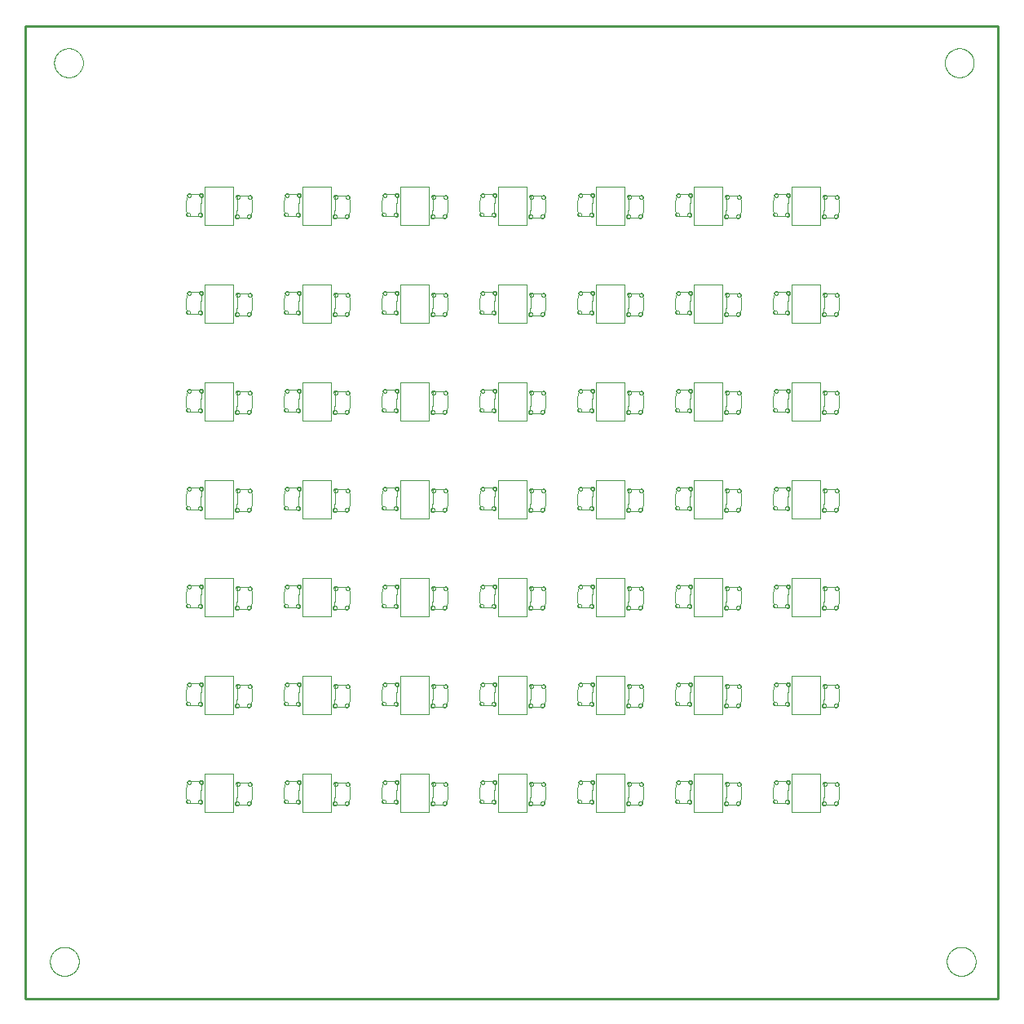
<source format=gko>
G75*
%MOIN*%
%OFA0B0*%
%FSLAX25Y25*%
%IPPOS*%
%LPD*%
%AMOC8*
5,1,8,0,0,1.08239X$1,22.5*
%
%ADD10C,0.00039*%
%ADD11C,0.01000*%
D10*
X0054986Y0016618D02*
X0054988Y0016771D01*
X0054994Y0016925D01*
X0055004Y0017078D01*
X0055018Y0017230D01*
X0055036Y0017383D01*
X0055058Y0017534D01*
X0055083Y0017685D01*
X0055113Y0017836D01*
X0055147Y0017986D01*
X0055184Y0018134D01*
X0055225Y0018282D01*
X0055270Y0018428D01*
X0055319Y0018574D01*
X0055372Y0018718D01*
X0055428Y0018860D01*
X0055488Y0019001D01*
X0055552Y0019141D01*
X0055619Y0019279D01*
X0055690Y0019415D01*
X0055765Y0019549D01*
X0055842Y0019681D01*
X0055924Y0019811D01*
X0056008Y0019939D01*
X0056096Y0020065D01*
X0056187Y0020188D01*
X0056281Y0020309D01*
X0056379Y0020427D01*
X0056479Y0020543D01*
X0056583Y0020656D01*
X0056689Y0020767D01*
X0056798Y0020875D01*
X0056910Y0020980D01*
X0057024Y0021081D01*
X0057142Y0021180D01*
X0057261Y0021276D01*
X0057383Y0021369D01*
X0057508Y0021458D01*
X0057635Y0021545D01*
X0057764Y0021627D01*
X0057895Y0021707D01*
X0058028Y0021783D01*
X0058163Y0021856D01*
X0058300Y0021925D01*
X0058439Y0021990D01*
X0058579Y0022052D01*
X0058721Y0022110D01*
X0058864Y0022165D01*
X0059009Y0022216D01*
X0059155Y0022263D01*
X0059302Y0022306D01*
X0059450Y0022345D01*
X0059599Y0022381D01*
X0059749Y0022412D01*
X0059900Y0022440D01*
X0060051Y0022464D01*
X0060204Y0022484D01*
X0060356Y0022500D01*
X0060509Y0022512D01*
X0060662Y0022520D01*
X0060815Y0022524D01*
X0060969Y0022524D01*
X0061122Y0022520D01*
X0061275Y0022512D01*
X0061428Y0022500D01*
X0061580Y0022484D01*
X0061733Y0022464D01*
X0061884Y0022440D01*
X0062035Y0022412D01*
X0062185Y0022381D01*
X0062334Y0022345D01*
X0062482Y0022306D01*
X0062629Y0022263D01*
X0062775Y0022216D01*
X0062920Y0022165D01*
X0063063Y0022110D01*
X0063205Y0022052D01*
X0063345Y0021990D01*
X0063484Y0021925D01*
X0063621Y0021856D01*
X0063756Y0021783D01*
X0063889Y0021707D01*
X0064020Y0021627D01*
X0064149Y0021545D01*
X0064276Y0021458D01*
X0064401Y0021369D01*
X0064523Y0021276D01*
X0064642Y0021180D01*
X0064760Y0021081D01*
X0064874Y0020980D01*
X0064986Y0020875D01*
X0065095Y0020767D01*
X0065201Y0020656D01*
X0065305Y0020543D01*
X0065405Y0020427D01*
X0065503Y0020309D01*
X0065597Y0020188D01*
X0065688Y0020065D01*
X0065776Y0019939D01*
X0065860Y0019811D01*
X0065942Y0019681D01*
X0066019Y0019549D01*
X0066094Y0019415D01*
X0066165Y0019279D01*
X0066232Y0019141D01*
X0066296Y0019001D01*
X0066356Y0018860D01*
X0066412Y0018718D01*
X0066465Y0018574D01*
X0066514Y0018428D01*
X0066559Y0018282D01*
X0066600Y0018134D01*
X0066637Y0017986D01*
X0066671Y0017836D01*
X0066701Y0017685D01*
X0066726Y0017534D01*
X0066748Y0017383D01*
X0066766Y0017230D01*
X0066780Y0017078D01*
X0066790Y0016925D01*
X0066796Y0016771D01*
X0066798Y0016618D01*
X0066796Y0016465D01*
X0066790Y0016311D01*
X0066780Y0016158D01*
X0066766Y0016006D01*
X0066748Y0015853D01*
X0066726Y0015702D01*
X0066701Y0015551D01*
X0066671Y0015400D01*
X0066637Y0015250D01*
X0066600Y0015102D01*
X0066559Y0014954D01*
X0066514Y0014808D01*
X0066465Y0014662D01*
X0066412Y0014518D01*
X0066356Y0014376D01*
X0066296Y0014235D01*
X0066232Y0014095D01*
X0066165Y0013957D01*
X0066094Y0013821D01*
X0066019Y0013687D01*
X0065942Y0013555D01*
X0065860Y0013425D01*
X0065776Y0013297D01*
X0065688Y0013171D01*
X0065597Y0013048D01*
X0065503Y0012927D01*
X0065405Y0012809D01*
X0065305Y0012693D01*
X0065201Y0012580D01*
X0065095Y0012469D01*
X0064986Y0012361D01*
X0064874Y0012256D01*
X0064760Y0012155D01*
X0064642Y0012056D01*
X0064523Y0011960D01*
X0064401Y0011867D01*
X0064276Y0011778D01*
X0064149Y0011691D01*
X0064020Y0011609D01*
X0063889Y0011529D01*
X0063756Y0011453D01*
X0063621Y0011380D01*
X0063484Y0011311D01*
X0063345Y0011246D01*
X0063205Y0011184D01*
X0063063Y0011126D01*
X0062920Y0011071D01*
X0062775Y0011020D01*
X0062629Y0010973D01*
X0062482Y0010930D01*
X0062334Y0010891D01*
X0062185Y0010855D01*
X0062035Y0010824D01*
X0061884Y0010796D01*
X0061733Y0010772D01*
X0061580Y0010752D01*
X0061428Y0010736D01*
X0061275Y0010724D01*
X0061122Y0010716D01*
X0060969Y0010712D01*
X0060815Y0010712D01*
X0060662Y0010716D01*
X0060509Y0010724D01*
X0060356Y0010736D01*
X0060204Y0010752D01*
X0060051Y0010772D01*
X0059900Y0010796D01*
X0059749Y0010824D01*
X0059599Y0010855D01*
X0059450Y0010891D01*
X0059302Y0010930D01*
X0059155Y0010973D01*
X0059009Y0011020D01*
X0058864Y0011071D01*
X0058721Y0011126D01*
X0058579Y0011184D01*
X0058439Y0011246D01*
X0058300Y0011311D01*
X0058163Y0011380D01*
X0058028Y0011453D01*
X0057895Y0011529D01*
X0057764Y0011609D01*
X0057635Y0011691D01*
X0057508Y0011778D01*
X0057383Y0011867D01*
X0057261Y0011960D01*
X0057142Y0012056D01*
X0057024Y0012155D01*
X0056910Y0012256D01*
X0056798Y0012361D01*
X0056689Y0012469D01*
X0056583Y0012580D01*
X0056479Y0012693D01*
X0056379Y0012809D01*
X0056281Y0012927D01*
X0056187Y0013048D01*
X0056096Y0013171D01*
X0056008Y0013297D01*
X0055924Y0013425D01*
X0055842Y0013555D01*
X0055765Y0013687D01*
X0055690Y0013821D01*
X0055619Y0013957D01*
X0055552Y0014095D01*
X0055488Y0014235D01*
X0055428Y0014376D01*
X0055372Y0014518D01*
X0055319Y0014662D01*
X0055270Y0014808D01*
X0055225Y0014954D01*
X0055184Y0015102D01*
X0055147Y0015250D01*
X0055113Y0015400D01*
X0055083Y0015551D01*
X0055058Y0015702D01*
X0055036Y0015853D01*
X0055018Y0016006D01*
X0055004Y0016158D01*
X0054994Y0016311D01*
X0054988Y0016465D01*
X0054986Y0016618D01*
X0118274Y0077681D02*
X0129888Y0077681D01*
X0129888Y0093429D01*
X0118274Y0093429D01*
X0118274Y0077681D01*
X0116837Y0081343D02*
X0111168Y0081343D01*
X0110657Y0082012D02*
X0110659Y0082068D01*
X0110665Y0082123D01*
X0110675Y0082177D01*
X0110688Y0082231D01*
X0110706Y0082284D01*
X0110727Y0082335D01*
X0110751Y0082385D01*
X0110779Y0082433D01*
X0110811Y0082479D01*
X0110845Y0082523D01*
X0110883Y0082564D01*
X0110923Y0082602D01*
X0110966Y0082637D01*
X0111011Y0082669D01*
X0111059Y0082698D01*
X0111108Y0082724D01*
X0111159Y0082746D01*
X0111211Y0082764D01*
X0111265Y0082778D01*
X0111320Y0082789D01*
X0111375Y0082796D01*
X0111430Y0082799D01*
X0111486Y0082798D01*
X0111541Y0082793D01*
X0111596Y0082784D01*
X0111650Y0082772D01*
X0111703Y0082755D01*
X0111755Y0082735D01*
X0111805Y0082711D01*
X0111853Y0082684D01*
X0111900Y0082654D01*
X0111944Y0082620D01*
X0111986Y0082583D01*
X0112024Y0082543D01*
X0112061Y0082501D01*
X0112094Y0082456D01*
X0112123Y0082410D01*
X0112150Y0082361D01*
X0112172Y0082310D01*
X0112192Y0082258D01*
X0112207Y0082204D01*
X0112219Y0082150D01*
X0112227Y0082095D01*
X0112231Y0082040D01*
X0112231Y0081984D01*
X0112227Y0081929D01*
X0112219Y0081874D01*
X0112207Y0081820D01*
X0112192Y0081766D01*
X0112172Y0081714D01*
X0112150Y0081663D01*
X0112123Y0081614D01*
X0112094Y0081568D01*
X0112061Y0081523D01*
X0112024Y0081481D01*
X0111986Y0081441D01*
X0111944Y0081404D01*
X0111900Y0081370D01*
X0111853Y0081340D01*
X0111805Y0081313D01*
X0111755Y0081289D01*
X0111703Y0081269D01*
X0111650Y0081252D01*
X0111596Y0081240D01*
X0111541Y0081231D01*
X0111486Y0081226D01*
X0111430Y0081225D01*
X0111375Y0081228D01*
X0111320Y0081235D01*
X0111265Y0081246D01*
X0111211Y0081260D01*
X0111159Y0081278D01*
X0111108Y0081300D01*
X0111059Y0081326D01*
X0111011Y0081355D01*
X0110966Y0081387D01*
X0110923Y0081422D01*
X0110883Y0081460D01*
X0110845Y0081501D01*
X0110811Y0081545D01*
X0110779Y0081591D01*
X0110751Y0081639D01*
X0110727Y0081689D01*
X0110706Y0081740D01*
X0110688Y0081793D01*
X0110675Y0081847D01*
X0110665Y0081901D01*
X0110659Y0081956D01*
X0110657Y0082012D01*
X0115617Y0081894D02*
X0115619Y0081950D01*
X0115625Y0082005D01*
X0115635Y0082059D01*
X0115648Y0082113D01*
X0115666Y0082166D01*
X0115687Y0082217D01*
X0115711Y0082267D01*
X0115739Y0082315D01*
X0115771Y0082361D01*
X0115805Y0082405D01*
X0115843Y0082446D01*
X0115883Y0082484D01*
X0115926Y0082519D01*
X0115971Y0082551D01*
X0116019Y0082580D01*
X0116068Y0082606D01*
X0116119Y0082628D01*
X0116171Y0082646D01*
X0116225Y0082660D01*
X0116280Y0082671D01*
X0116335Y0082678D01*
X0116390Y0082681D01*
X0116446Y0082680D01*
X0116501Y0082675D01*
X0116556Y0082666D01*
X0116610Y0082654D01*
X0116663Y0082637D01*
X0116715Y0082617D01*
X0116765Y0082593D01*
X0116813Y0082566D01*
X0116860Y0082536D01*
X0116904Y0082502D01*
X0116946Y0082465D01*
X0116984Y0082425D01*
X0117021Y0082383D01*
X0117054Y0082338D01*
X0117083Y0082292D01*
X0117110Y0082243D01*
X0117132Y0082192D01*
X0117152Y0082140D01*
X0117167Y0082086D01*
X0117179Y0082032D01*
X0117187Y0081977D01*
X0117191Y0081922D01*
X0117191Y0081866D01*
X0117187Y0081811D01*
X0117179Y0081756D01*
X0117167Y0081702D01*
X0117152Y0081648D01*
X0117132Y0081596D01*
X0117110Y0081545D01*
X0117083Y0081496D01*
X0117054Y0081450D01*
X0117021Y0081405D01*
X0116984Y0081363D01*
X0116946Y0081323D01*
X0116904Y0081286D01*
X0116860Y0081252D01*
X0116813Y0081222D01*
X0116765Y0081195D01*
X0116715Y0081171D01*
X0116663Y0081151D01*
X0116610Y0081134D01*
X0116556Y0081122D01*
X0116501Y0081113D01*
X0116446Y0081108D01*
X0116390Y0081107D01*
X0116335Y0081110D01*
X0116280Y0081117D01*
X0116225Y0081128D01*
X0116171Y0081142D01*
X0116119Y0081160D01*
X0116068Y0081182D01*
X0116019Y0081208D01*
X0115971Y0081237D01*
X0115926Y0081269D01*
X0115883Y0081304D01*
X0115843Y0081342D01*
X0115805Y0081383D01*
X0115771Y0081427D01*
X0115739Y0081473D01*
X0115711Y0081521D01*
X0115687Y0081571D01*
X0115666Y0081622D01*
X0115648Y0081675D01*
X0115635Y0081729D01*
X0115625Y0081783D01*
X0115619Y0081838D01*
X0115617Y0081894D01*
X0136759Y0080712D02*
X0136874Y0081034D01*
X0136981Y0081358D01*
X0137080Y0081685D01*
X0137171Y0082015D01*
X0137254Y0082346D01*
X0137328Y0082679D01*
X0137395Y0083014D01*
X0137454Y0083351D01*
X0137504Y0083689D01*
X0137546Y0084028D01*
X0137580Y0084368D01*
X0137606Y0084708D01*
X0137623Y0085050D01*
X0137632Y0085391D01*
X0137632Y0085733D01*
X0137625Y0086074D01*
X0137608Y0086415D01*
X0137584Y0086756D01*
X0137551Y0087096D01*
X0137511Y0087435D01*
X0137461Y0087773D01*
X0137404Y0088110D01*
X0137338Y0088445D01*
X0137265Y0088779D01*
X0137183Y0089111D01*
X0137093Y0089440D01*
X0136995Y0089767D01*
X0136995Y0089768D02*
X0131325Y0089768D01*
X0130972Y0089217D02*
X0130974Y0089273D01*
X0130980Y0089328D01*
X0130990Y0089382D01*
X0131003Y0089436D01*
X0131021Y0089489D01*
X0131042Y0089540D01*
X0131066Y0089590D01*
X0131094Y0089638D01*
X0131126Y0089684D01*
X0131160Y0089728D01*
X0131198Y0089769D01*
X0131238Y0089807D01*
X0131281Y0089842D01*
X0131326Y0089874D01*
X0131374Y0089903D01*
X0131423Y0089929D01*
X0131474Y0089951D01*
X0131526Y0089969D01*
X0131580Y0089983D01*
X0131635Y0089994D01*
X0131690Y0090001D01*
X0131745Y0090004D01*
X0131801Y0090003D01*
X0131856Y0089998D01*
X0131911Y0089989D01*
X0131965Y0089977D01*
X0132018Y0089960D01*
X0132070Y0089940D01*
X0132120Y0089916D01*
X0132168Y0089889D01*
X0132215Y0089859D01*
X0132259Y0089825D01*
X0132301Y0089788D01*
X0132339Y0089748D01*
X0132376Y0089706D01*
X0132409Y0089661D01*
X0132438Y0089615D01*
X0132465Y0089566D01*
X0132487Y0089515D01*
X0132507Y0089463D01*
X0132522Y0089409D01*
X0132534Y0089355D01*
X0132542Y0089300D01*
X0132546Y0089245D01*
X0132546Y0089189D01*
X0132542Y0089134D01*
X0132534Y0089079D01*
X0132522Y0089025D01*
X0132507Y0088971D01*
X0132487Y0088919D01*
X0132465Y0088868D01*
X0132438Y0088819D01*
X0132409Y0088773D01*
X0132376Y0088728D01*
X0132339Y0088686D01*
X0132301Y0088646D01*
X0132259Y0088609D01*
X0132215Y0088575D01*
X0132168Y0088545D01*
X0132120Y0088518D01*
X0132070Y0088494D01*
X0132018Y0088474D01*
X0131965Y0088457D01*
X0131911Y0088445D01*
X0131856Y0088436D01*
X0131801Y0088431D01*
X0131745Y0088430D01*
X0131690Y0088433D01*
X0131635Y0088440D01*
X0131580Y0088451D01*
X0131526Y0088465D01*
X0131474Y0088483D01*
X0131423Y0088505D01*
X0131374Y0088531D01*
X0131326Y0088560D01*
X0131281Y0088592D01*
X0131238Y0088627D01*
X0131198Y0088665D01*
X0131160Y0088706D01*
X0131126Y0088750D01*
X0131094Y0088796D01*
X0131066Y0088844D01*
X0131042Y0088894D01*
X0131021Y0088945D01*
X0131003Y0088998D01*
X0130990Y0089052D01*
X0130980Y0089106D01*
X0130974Y0089161D01*
X0130972Y0089217D01*
X0135932Y0089098D02*
X0135934Y0089154D01*
X0135940Y0089209D01*
X0135950Y0089263D01*
X0135963Y0089317D01*
X0135981Y0089370D01*
X0136002Y0089421D01*
X0136026Y0089471D01*
X0136054Y0089519D01*
X0136086Y0089565D01*
X0136120Y0089609D01*
X0136158Y0089650D01*
X0136198Y0089688D01*
X0136241Y0089723D01*
X0136286Y0089755D01*
X0136334Y0089784D01*
X0136383Y0089810D01*
X0136434Y0089832D01*
X0136486Y0089850D01*
X0136540Y0089864D01*
X0136595Y0089875D01*
X0136650Y0089882D01*
X0136705Y0089885D01*
X0136761Y0089884D01*
X0136816Y0089879D01*
X0136871Y0089870D01*
X0136925Y0089858D01*
X0136978Y0089841D01*
X0137030Y0089821D01*
X0137080Y0089797D01*
X0137128Y0089770D01*
X0137175Y0089740D01*
X0137219Y0089706D01*
X0137261Y0089669D01*
X0137299Y0089629D01*
X0137336Y0089587D01*
X0137369Y0089542D01*
X0137398Y0089496D01*
X0137425Y0089447D01*
X0137447Y0089396D01*
X0137467Y0089344D01*
X0137482Y0089290D01*
X0137494Y0089236D01*
X0137502Y0089181D01*
X0137506Y0089126D01*
X0137506Y0089070D01*
X0137502Y0089015D01*
X0137494Y0088960D01*
X0137482Y0088906D01*
X0137467Y0088852D01*
X0137447Y0088800D01*
X0137425Y0088749D01*
X0137398Y0088700D01*
X0137369Y0088654D01*
X0137336Y0088609D01*
X0137299Y0088567D01*
X0137261Y0088527D01*
X0137219Y0088490D01*
X0137175Y0088456D01*
X0137128Y0088426D01*
X0137080Y0088399D01*
X0137030Y0088375D01*
X0136978Y0088355D01*
X0136925Y0088338D01*
X0136871Y0088326D01*
X0136816Y0088317D01*
X0136761Y0088312D01*
X0136705Y0088311D01*
X0136650Y0088314D01*
X0136595Y0088321D01*
X0136540Y0088332D01*
X0136486Y0088346D01*
X0136434Y0088364D01*
X0136383Y0088386D01*
X0136334Y0088412D01*
X0136286Y0088441D01*
X0136241Y0088473D01*
X0136198Y0088508D01*
X0136158Y0088546D01*
X0136120Y0088587D01*
X0136086Y0088631D01*
X0136054Y0088677D01*
X0136026Y0088725D01*
X0136002Y0088775D01*
X0135981Y0088826D01*
X0135963Y0088879D01*
X0135950Y0088933D01*
X0135940Y0088987D01*
X0135934Y0089042D01*
X0135932Y0089098D01*
X0171325Y0089768D02*
X0171392Y0089071D01*
X0171441Y0088372D01*
X0171475Y0087673D01*
X0171491Y0086973D01*
X0171491Y0086273D01*
X0171474Y0085573D01*
X0171441Y0084874D01*
X0171391Y0084175D01*
X0171324Y0083479D01*
X0171241Y0082783D01*
X0171141Y0082090D01*
X0171025Y0081400D01*
X0170892Y0080713D01*
X0176759Y0080713D01*
X0175538Y0081224D02*
X0175540Y0081280D01*
X0175546Y0081335D01*
X0175556Y0081389D01*
X0175569Y0081443D01*
X0175587Y0081496D01*
X0175608Y0081547D01*
X0175632Y0081597D01*
X0175660Y0081645D01*
X0175692Y0081691D01*
X0175726Y0081735D01*
X0175764Y0081776D01*
X0175804Y0081814D01*
X0175847Y0081849D01*
X0175892Y0081881D01*
X0175940Y0081910D01*
X0175989Y0081936D01*
X0176040Y0081958D01*
X0176092Y0081976D01*
X0176146Y0081990D01*
X0176201Y0082001D01*
X0176256Y0082008D01*
X0176311Y0082011D01*
X0176367Y0082010D01*
X0176422Y0082005D01*
X0176477Y0081996D01*
X0176531Y0081984D01*
X0176584Y0081967D01*
X0176636Y0081947D01*
X0176686Y0081923D01*
X0176734Y0081896D01*
X0176781Y0081866D01*
X0176825Y0081832D01*
X0176867Y0081795D01*
X0176905Y0081755D01*
X0176942Y0081713D01*
X0176975Y0081668D01*
X0177004Y0081622D01*
X0177031Y0081573D01*
X0177053Y0081522D01*
X0177073Y0081470D01*
X0177088Y0081416D01*
X0177100Y0081362D01*
X0177108Y0081307D01*
X0177112Y0081252D01*
X0177112Y0081196D01*
X0177108Y0081141D01*
X0177100Y0081086D01*
X0177088Y0081032D01*
X0177073Y0080978D01*
X0177053Y0080926D01*
X0177031Y0080875D01*
X0177004Y0080826D01*
X0176975Y0080780D01*
X0176942Y0080735D01*
X0176905Y0080693D01*
X0176867Y0080653D01*
X0176825Y0080616D01*
X0176781Y0080582D01*
X0176734Y0080552D01*
X0176686Y0080525D01*
X0176636Y0080501D01*
X0176584Y0080481D01*
X0176531Y0080464D01*
X0176477Y0080452D01*
X0176422Y0080443D01*
X0176367Y0080438D01*
X0176311Y0080437D01*
X0176256Y0080440D01*
X0176201Y0080447D01*
X0176146Y0080458D01*
X0176092Y0080472D01*
X0176040Y0080490D01*
X0175989Y0080512D01*
X0175940Y0080538D01*
X0175892Y0080567D01*
X0175847Y0080599D01*
X0175804Y0080634D01*
X0175764Y0080672D01*
X0175726Y0080713D01*
X0175692Y0080757D01*
X0175660Y0080803D01*
X0175632Y0080851D01*
X0175608Y0080901D01*
X0175587Y0080952D01*
X0175569Y0081005D01*
X0175556Y0081059D01*
X0175546Y0081113D01*
X0175540Y0081168D01*
X0175538Y0081224D01*
X0170578Y0081224D02*
X0170580Y0081280D01*
X0170586Y0081335D01*
X0170596Y0081389D01*
X0170609Y0081443D01*
X0170627Y0081496D01*
X0170648Y0081547D01*
X0170672Y0081597D01*
X0170700Y0081645D01*
X0170732Y0081691D01*
X0170766Y0081735D01*
X0170804Y0081776D01*
X0170844Y0081814D01*
X0170887Y0081849D01*
X0170932Y0081881D01*
X0170980Y0081910D01*
X0171029Y0081936D01*
X0171080Y0081958D01*
X0171132Y0081976D01*
X0171186Y0081990D01*
X0171241Y0082001D01*
X0171296Y0082008D01*
X0171351Y0082011D01*
X0171407Y0082010D01*
X0171462Y0082005D01*
X0171517Y0081996D01*
X0171571Y0081984D01*
X0171624Y0081967D01*
X0171676Y0081947D01*
X0171726Y0081923D01*
X0171774Y0081896D01*
X0171821Y0081866D01*
X0171865Y0081832D01*
X0171907Y0081795D01*
X0171945Y0081755D01*
X0171982Y0081713D01*
X0172015Y0081668D01*
X0172044Y0081622D01*
X0172071Y0081573D01*
X0172093Y0081522D01*
X0172113Y0081470D01*
X0172128Y0081416D01*
X0172140Y0081362D01*
X0172148Y0081307D01*
X0172152Y0081252D01*
X0172152Y0081196D01*
X0172148Y0081141D01*
X0172140Y0081086D01*
X0172128Y0081032D01*
X0172113Y0080978D01*
X0172093Y0080926D01*
X0172071Y0080875D01*
X0172044Y0080826D01*
X0172015Y0080780D01*
X0171982Y0080735D01*
X0171945Y0080693D01*
X0171907Y0080653D01*
X0171865Y0080616D01*
X0171821Y0080582D01*
X0171774Y0080552D01*
X0171726Y0080525D01*
X0171676Y0080501D01*
X0171624Y0080481D01*
X0171571Y0080464D01*
X0171517Y0080452D01*
X0171462Y0080443D01*
X0171407Y0080438D01*
X0171351Y0080437D01*
X0171296Y0080440D01*
X0171241Y0080447D01*
X0171186Y0080458D01*
X0171132Y0080472D01*
X0171080Y0080490D01*
X0171029Y0080512D01*
X0170980Y0080538D01*
X0170932Y0080567D01*
X0170887Y0080599D01*
X0170844Y0080634D01*
X0170804Y0080672D01*
X0170766Y0080713D01*
X0170732Y0080757D01*
X0170700Y0080803D01*
X0170672Y0080851D01*
X0170648Y0080901D01*
X0170627Y0080952D01*
X0170609Y0081005D01*
X0170596Y0081059D01*
X0170586Y0081113D01*
X0170580Y0081168D01*
X0170578Y0081224D01*
X0169888Y0077681D02*
X0169888Y0093429D01*
X0158274Y0093429D01*
X0158274Y0077681D01*
X0169888Y0077681D01*
X0151168Y0081343D02*
X0151070Y0081670D01*
X0150980Y0081999D01*
X0150898Y0082331D01*
X0150825Y0082665D01*
X0150759Y0083000D01*
X0150702Y0083337D01*
X0150652Y0083675D01*
X0150612Y0084014D01*
X0150579Y0084354D01*
X0150555Y0084695D01*
X0150538Y0085036D01*
X0150531Y0085377D01*
X0150531Y0085719D01*
X0150540Y0086060D01*
X0150557Y0086402D01*
X0150583Y0086742D01*
X0150617Y0087082D01*
X0150659Y0087421D01*
X0150709Y0087759D01*
X0150768Y0088096D01*
X0150835Y0088431D01*
X0150909Y0088764D01*
X0150992Y0089095D01*
X0151083Y0089425D01*
X0151182Y0089752D01*
X0151289Y0090076D01*
X0151404Y0090398D01*
X0157270Y0090398D01*
X0156011Y0089886D02*
X0156013Y0089942D01*
X0156019Y0089997D01*
X0156029Y0090051D01*
X0156042Y0090105D01*
X0156060Y0090158D01*
X0156081Y0090209D01*
X0156105Y0090259D01*
X0156133Y0090307D01*
X0156165Y0090353D01*
X0156199Y0090397D01*
X0156237Y0090438D01*
X0156277Y0090476D01*
X0156320Y0090511D01*
X0156365Y0090543D01*
X0156413Y0090572D01*
X0156462Y0090598D01*
X0156513Y0090620D01*
X0156565Y0090638D01*
X0156619Y0090652D01*
X0156674Y0090663D01*
X0156729Y0090670D01*
X0156784Y0090673D01*
X0156840Y0090672D01*
X0156895Y0090667D01*
X0156950Y0090658D01*
X0157004Y0090646D01*
X0157057Y0090629D01*
X0157109Y0090609D01*
X0157159Y0090585D01*
X0157207Y0090558D01*
X0157254Y0090528D01*
X0157298Y0090494D01*
X0157340Y0090457D01*
X0157378Y0090417D01*
X0157415Y0090375D01*
X0157448Y0090330D01*
X0157477Y0090284D01*
X0157504Y0090235D01*
X0157526Y0090184D01*
X0157546Y0090132D01*
X0157561Y0090078D01*
X0157573Y0090024D01*
X0157581Y0089969D01*
X0157585Y0089914D01*
X0157585Y0089858D01*
X0157581Y0089803D01*
X0157573Y0089748D01*
X0157561Y0089694D01*
X0157546Y0089640D01*
X0157526Y0089588D01*
X0157504Y0089537D01*
X0157477Y0089488D01*
X0157448Y0089442D01*
X0157415Y0089397D01*
X0157378Y0089355D01*
X0157340Y0089315D01*
X0157298Y0089278D01*
X0157254Y0089244D01*
X0157207Y0089214D01*
X0157159Y0089187D01*
X0157109Y0089163D01*
X0157057Y0089143D01*
X0157004Y0089126D01*
X0156950Y0089114D01*
X0156895Y0089105D01*
X0156840Y0089100D01*
X0156784Y0089099D01*
X0156729Y0089102D01*
X0156674Y0089109D01*
X0156619Y0089120D01*
X0156565Y0089134D01*
X0156513Y0089152D01*
X0156462Y0089174D01*
X0156413Y0089200D01*
X0156365Y0089229D01*
X0156320Y0089261D01*
X0156277Y0089296D01*
X0156237Y0089334D01*
X0156199Y0089375D01*
X0156165Y0089419D01*
X0156133Y0089465D01*
X0156105Y0089513D01*
X0156081Y0089563D01*
X0156060Y0089614D01*
X0156042Y0089667D01*
X0156029Y0089721D01*
X0156019Y0089775D01*
X0156013Y0089830D01*
X0156011Y0089886D01*
X0151050Y0089886D02*
X0151052Y0089942D01*
X0151058Y0089997D01*
X0151068Y0090051D01*
X0151081Y0090105D01*
X0151099Y0090158D01*
X0151120Y0090209D01*
X0151144Y0090259D01*
X0151172Y0090307D01*
X0151204Y0090353D01*
X0151238Y0090397D01*
X0151276Y0090438D01*
X0151316Y0090476D01*
X0151359Y0090511D01*
X0151404Y0090543D01*
X0151452Y0090572D01*
X0151501Y0090598D01*
X0151552Y0090620D01*
X0151604Y0090638D01*
X0151658Y0090652D01*
X0151713Y0090663D01*
X0151768Y0090670D01*
X0151823Y0090673D01*
X0151879Y0090672D01*
X0151934Y0090667D01*
X0151989Y0090658D01*
X0152043Y0090646D01*
X0152096Y0090629D01*
X0152148Y0090609D01*
X0152198Y0090585D01*
X0152246Y0090558D01*
X0152293Y0090528D01*
X0152337Y0090494D01*
X0152379Y0090457D01*
X0152417Y0090417D01*
X0152454Y0090375D01*
X0152487Y0090330D01*
X0152516Y0090284D01*
X0152543Y0090235D01*
X0152565Y0090184D01*
X0152585Y0090132D01*
X0152600Y0090078D01*
X0152612Y0090024D01*
X0152620Y0089969D01*
X0152624Y0089914D01*
X0152624Y0089858D01*
X0152620Y0089803D01*
X0152612Y0089748D01*
X0152600Y0089694D01*
X0152585Y0089640D01*
X0152565Y0089588D01*
X0152543Y0089537D01*
X0152516Y0089488D01*
X0152487Y0089442D01*
X0152454Y0089397D01*
X0152417Y0089355D01*
X0152379Y0089315D01*
X0152337Y0089278D01*
X0152293Y0089244D01*
X0152246Y0089214D01*
X0152198Y0089187D01*
X0152148Y0089163D01*
X0152096Y0089143D01*
X0152043Y0089126D01*
X0151989Y0089114D01*
X0151934Y0089105D01*
X0151879Y0089100D01*
X0151823Y0089099D01*
X0151768Y0089102D01*
X0151713Y0089109D01*
X0151658Y0089120D01*
X0151604Y0089134D01*
X0151552Y0089152D01*
X0151501Y0089174D01*
X0151452Y0089200D01*
X0151404Y0089229D01*
X0151359Y0089261D01*
X0151316Y0089296D01*
X0151276Y0089334D01*
X0151238Y0089375D01*
X0151204Y0089419D01*
X0151172Y0089465D01*
X0151144Y0089513D01*
X0151120Y0089563D01*
X0151099Y0089614D01*
X0151081Y0089667D01*
X0151068Y0089721D01*
X0151058Y0089775D01*
X0151052Y0089830D01*
X0151050Y0089886D01*
X0117271Y0090397D02*
X0117138Y0089710D01*
X0117022Y0089020D01*
X0116922Y0088327D01*
X0116839Y0087631D01*
X0116772Y0086935D01*
X0116722Y0086236D01*
X0116689Y0085537D01*
X0116672Y0084837D01*
X0116672Y0084137D01*
X0116688Y0083437D01*
X0116722Y0082738D01*
X0116771Y0082039D01*
X0116838Y0081342D01*
X0116011Y0089886D02*
X0116013Y0089942D01*
X0116019Y0089997D01*
X0116029Y0090051D01*
X0116042Y0090105D01*
X0116060Y0090158D01*
X0116081Y0090209D01*
X0116105Y0090259D01*
X0116133Y0090307D01*
X0116165Y0090353D01*
X0116199Y0090397D01*
X0116237Y0090438D01*
X0116277Y0090476D01*
X0116320Y0090511D01*
X0116365Y0090543D01*
X0116413Y0090572D01*
X0116462Y0090598D01*
X0116513Y0090620D01*
X0116565Y0090638D01*
X0116619Y0090652D01*
X0116674Y0090663D01*
X0116729Y0090670D01*
X0116784Y0090673D01*
X0116840Y0090672D01*
X0116895Y0090667D01*
X0116950Y0090658D01*
X0117004Y0090646D01*
X0117057Y0090629D01*
X0117109Y0090609D01*
X0117159Y0090585D01*
X0117207Y0090558D01*
X0117254Y0090528D01*
X0117298Y0090494D01*
X0117340Y0090457D01*
X0117378Y0090417D01*
X0117415Y0090375D01*
X0117448Y0090330D01*
X0117477Y0090284D01*
X0117504Y0090235D01*
X0117526Y0090184D01*
X0117546Y0090132D01*
X0117561Y0090078D01*
X0117573Y0090024D01*
X0117581Y0089969D01*
X0117585Y0089914D01*
X0117585Y0089858D01*
X0117581Y0089803D01*
X0117573Y0089748D01*
X0117561Y0089694D01*
X0117546Y0089640D01*
X0117526Y0089588D01*
X0117504Y0089537D01*
X0117477Y0089488D01*
X0117448Y0089442D01*
X0117415Y0089397D01*
X0117378Y0089355D01*
X0117340Y0089315D01*
X0117298Y0089278D01*
X0117254Y0089244D01*
X0117207Y0089214D01*
X0117159Y0089187D01*
X0117109Y0089163D01*
X0117057Y0089143D01*
X0117004Y0089126D01*
X0116950Y0089114D01*
X0116895Y0089105D01*
X0116840Y0089100D01*
X0116784Y0089099D01*
X0116729Y0089102D01*
X0116674Y0089109D01*
X0116619Y0089120D01*
X0116565Y0089134D01*
X0116513Y0089152D01*
X0116462Y0089174D01*
X0116413Y0089200D01*
X0116365Y0089229D01*
X0116320Y0089261D01*
X0116277Y0089296D01*
X0116237Y0089334D01*
X0116199Y0089375D01*
X0116165Y0089419D01*
X0116133Y0089465D01*
X0116105Y0089513D01*
X0116081Y0089563D01*
X0116060Y0089614D01*
X0116042Y0089667D01*
X0116029Y0089721D01*
X0116019Y0089775D01*
X0116013Y0089830D01*
X0116011Y0089886D01*
X0117270Y0090398D02*
X0111404Y0090398D01*
X0111050Y0089886D02*
X0111052Y0089942D01*
X0111058Y0089997D01*
X0111068Y0090051D01*
X0111081Y0090105D01*
X0111099Y0090158D01*
X0111120Y0090209D01*
X0111144Y0090259D01*
X0111172Y0090307D01*
X0111204Y0090353D01*
X0111238Y0090397D01*
X0111276Y0090438D01*
X0111316Y0090476D01*
X0111359Y0090511D01*
X0111404Y0090543D01*
X0111452Y0090572D01*
X0111501Y0090598D01*
X0111552Y0090620D01*
X0111604Y0090638D01*
X0111658Y0090652D01*
X0111713Y0090663D01*
X0111768Y0090670D01*
X0111823Y0090673D01*
X0111879Y0090672D01*
X0111934Y0090667D01*
X0111989Y0090658D01*
X0112043Y0090646D01*
X0112096Y0090629D01*
X0112148Y0090609D01*
X0112198Y0090585D01*
X0112246Y0090558D01*
X0112293Y0090528D01*
X0112337Y0090494D01*
X0112379Y0090457D01*
X0112417Y0090417D01*
X0112454Y0090375D01*
X0112487Y0090330D01*
X0112516Y0090284D01*
X0112543Y0090235D01*
X0112565Y0090184D01*
X0112585Y0090132D01*
X0112600Y0090078D01*
X0112612Y0090024D01*
X0112620Y0089969D01*
X0112624Y0089914D01*
X0112624Y0089858D01*
X0112620Y0089803D01*
X0112612Y0089748D01*
X0112600Y0089694D01*
X0112585Y0089640D01*
X0112565Y0089588D01*
X0112543Y0089537D01*
X0112516Y0089488D01*
X0112487Y0089442D01*
X0112454Y0089397D01*
X0112417Y0089355D01*
X0112379Y0089315D01*
X0112337Y0089278D01*
X0112293Y0089244D01*
X0112246Y0089214D01*
X0112198Y0089187D01*
X0112148Y0089163D01*
X0112096Y0089143D01*
X0112043Y0089126D01*
X0111989Y0089114D01*
X0111934Y0089105D01*
X0111879Y0089100D01*
X0111823Y0089099D01*
X0111768Y0089102D01*
X0111713Y0089109D01*
X0111658Y0089120D01*
X0111604Y0089134D01*
X0111552Y0089152D01*
X0111501Y0089174D01*
X0111452Y0089200D01*
X0111404Y0089229D01*
X0111359Y0089261D01*
X0111316Y0089296D01*
X0111276Y0089334D01*
X0111238Y0089375D01*
X0111204Y0089419D01*
X0111172Y0089465D01*
X0111144Y0089513D01*
X0111120Y0089563D01*
X0111099Y0089614D01*
X0111081Y0089667D01*
X0111068Y0089721D01*
X0111058Y0089775D01*
X0111052Y0089830D01*
X0111050Y0089886D01*
X0131325Y0089768D02*
X0131392Y0089071D01*
X0131441Y0088372D01*
X0131475Y0087673D01*
X0131491Y0086973D01*
X0131491Y0086273D01*
X0131474Y0085573D01*
X0131441Y0084874D01*
X0131391Y0084175D01*
X0131324Y0083479D01*
X0131241Y0082783D01*
X0131141Y0082090D01*
X0131025Y0081400D01*
X0130892Y0080713D01*
X0136759Y0080713D01*
X0135538Y0081224D02*
X0135540Y0081280D01*
X0135546Y0081335D01*
X0135556Y0081389D01*
X0135569Y0081443D01*
X0135587Y0081496D01*
X0135608Y0081547D01*
X0135632Y0081597D01*
X0135660Y0081645D01*
X0135692Y0081691D01*
X0135726Y0081735D01*
X0135764Y0081776D01*
X0135804Y0081814D01*
X0135847Y0081849D01*
X0135892Y0081881D01*
X0135940Y0081910D01*
X0135989Y0081936D01*
X0136040Y0081958D01*
X0136092Y0081976D01*
X0136146Y0081990D01*
X0136201Y0082001D01*
X0136256Y0082008D01*
X0136311Y0082011D01*
X0136367Y0082010D01*
X0136422Y0082005D01*
X0136477Y0081996D01*
X0136531Y0081984D01*
X0136584Y0081967D01*
X0136636Y0081947D01*
X0136686Y0081923D01*
X0136734Y0081896D01*
X0136781Y0081866D01*
X0136825Y0081832D01*
X0136867Y0081795D01*
X0136905Y0081755D01*
X0136942Y0081713D01*
X0136975Y0081668D01*
X0137004Y0081622D01*
X0137031Y0081573D01*
X0137053Y0081522D01*
X0137073Y0081470D01*
X0137088Y0081416D01*
X0137100Y0081362D01*
X0137108Y0081307D01*
X0137112Y0081252D01*
X0137112Y0081196D01*
X0137108Y0081141D01*
X0137100Y0081086D01*
X0137088Y0081032D01*
X0137073Y0080978D01*
X0137053Y0080926D01*
X0137031Y0080875D01*
X0137004Y0080826D01*
X0136975Y0080780D01*
X0136942Y0080735D01*
X0136905Y0080693D01*
X0136867Y0080653D01*
X0136825Y0080616D01*
X0136781Y0080582D01*
X0136734Y0080552D01*
X0136686Y0080525D01*
X0136636Y0080501D01*
X0136584Y0080481D01*
X0136531Y0080464D01*
X0136477Y0080452D01*
X0136422Y0080443D01*
X0136367Y0080438D01*
X0136311Y0080437D01*
X0136256Y0080440D01*
X0136201Y0080447D01*
X0136146Y0080458D01*
X0136092Y0080472D01*
X0136040Y0080490D01*
X0135989Y0080512D01*
X0135940Y0080538D01*
X0135892Y0080567D01*
X0135847Y0080599D01*
X0135804Y0080634D01*
X0135764Y0080672D01*
X0135726Y0080713D01*
X0135692Y0080757D01*
X0135660Y0080803D01*
X0135632Y0080851D01*
X0135608Y0080901D01*
X0135587Y0080952D01*
X0135569Y0081005D01*
X0135556Y0081059D01*
X0135546Y0081113D01*
X0135540Y0081168D01*
X0135538Y0081224D01*
X0130578Y0081224D02*
X0130580Y0081280D01*
X0130586Y0081335D01*
X0130596Y0081389D01*
X0130609Y0081443D01*
X0130627Y0081496D01*
X0130648Y0081547D01*
X0130672Y0081597D01*
X0130700Y0081645D01*
X0130732Y0081691D01*
X0130766Y0081735D01*
X0130804Y0081776D01*
X0130844Y0081814D01*
X0130887Y0081849D01*
X0130932Y0081881D01*
X0130980Y0081910D01*
X0131029Y0081936D01*
X0131080Y0081958D01*
X0131132Y0081976D01*
X0131186Y0081990D01*
X0131241Y0082001D01*
X0131296Y0082008D01*
X0131351Y0082011D01*
X0131407Y0082010D01*
X0131462Y0082005D01*
X0131517Y0081996D01*
X0131571Y0081984D01*
X0131624Y0081967D01*
X0131676Y0081947D01*
X0131726Y0081923D01*
X0131774Y0081896D01*
X0131821Y0081866D01*
X0131865Y0081832D01*
X0131907Y0081795D01*
X0131945Y0081755D01*
X0131982Y0081713D01*
X0132015Y0081668D01*
X0132044Y0081622D01*
X0132071Y0081573D01*
X0132093Y0081522D01*
X0132113Y0081470D01*
X0132128Y0081416D01*
X0132140Y0081362D01*
X0132148Y0081307D01*
X0132152Y0081252D01*
X0132152Y0081196D01*
X0132148Y0081141D01*
X0132140Y0081086D01*
X0132128Y0081032D01*
X0132113Y0080978D01*
X0132093Y0080926D01*
X0132071Y0080875D01*
X0132044Y0080826D01*
X0132015Y0080780D01*
X0131982Y0080735D01*
X0131945Y0080693D01*
X0131907Y0080653D01*
X0131865Y0080616D01*
X0131821Y0080582D01*
X0131774Y0080552D01*
X0131726Y0080525D01*
X0131676Y0080501D01*
X0131624Y0080481D01*
X0131571Y0080464D01*
X0131517Y0080452D01*
X0131462Y0080443D01*
X0131407Y0080438D01*
X0131351Y0080437D01*
X0131296Y0080440D01*
X0131241Y0080447D01*
X0131186Y0080458D01*
X0131132Y0080472D01*
X0131080Y0080490D01*
X0131029Y0080512D01*
X0130980Y0080538D01*
X0130932Y0080567D01*
X0130887Y0080599D01*
X0130844Y0080634D01*
X0130804Y0080672D01*
X0130766Y0080713D01*
X0130732Y0080757D01*
X0130700Y0080803D01*
X0130672Y0080851D01*
X0130648Y0080901D01*
X0130627Y0080952D01*
X0130609Y0081005D01*
X0130596Y0081059D01*
X0130586Y0081113D01*
X0130580Y0081168D01*
X0130578Y0081224D01*
X0111168Y0081343D02*
X0111070Y0081670D01*
X0110980Y0081999D01*
X0110898Y0082331D01*
X0110825Y0082665D01*
X0110759Y0083000D01*
X0110702Y0083337D01*
X0110652Y0083675D01*
X0110612Y0084014D01*
X0110579Y0084354D01*
X0110555Y0084695D01*
X0110538Y0085036D01*
X0110531Y0085377D01*
X0110531Y0085719D01*
X0110540Y0086060D01*
X0110557Y0086402D01*
X0110583Y0086742D01*
X0110617Y0087082D01*
X0110659Y0087421D01*
X0110709Y0087759D01*
X0110768Y0088096D01*
X0110835Y0088431D01*
X0110909Y0088764D01*
X0110992Y0089095D01*
X0111083Y0089425D01*
X0111182Y0089752D01*
X0111289Y0090076D01*
X0111404Y0090398D01*
X0118274Y0117681D02*
X0129888Y0117681D01*
X0129888Y0133429D01*
X0118274Y0133429D01*
X0118274Y0117681D01*
X0116837Y0121343D02*
X0111168Y0121343D01*
X0110657Y0122012D02*
X0110659Y0122068D01*
X0110665Y0122123D01*
X0110675Y0122177D01*
X0110688Y0122231D01*
X0110706Y0122284D01*
X0110727Y0122335D01*
X0110751Y0122385D01*
X0110779Y0122433D01*
X0110811Y0122479D01*
X0110845Y0122523D01*
X0110883Y0122564D01*
X0110923Y0122602D01*
X0110966Y0122637D01*
X0111011Y0122669D01*
X0111059Y0122698D01*
X0111108Y0122724D01*
X0111159Y0122746D01*
X0111211Y0122764D01*
X0111265Y0122778D01*
X0111320Y0122789D01*
X0111375Y0122796D01*
X0111430Y0122799D01*
X0111486Y0122798D01*
X0111541Y0122793D01*
X0111596Y0122784D01*
X0111650Y0122772D01*
X0111703Y0122755D01*
X0111755Y0122735D01*
X0111805Y0122711D01*
X0111853Y0122684D01*
X0111900Y0122654D01*
X0111944Y0122620D01*
X0111986Y0122583D01*
X0112024Y0122543D01*
X0112061Y0122501D01*
X0112094Y0122456D01*
X0112123Y0122410D01*
X0112150Y0122361D01*
X0112172Y0122310D01*
X0112192Y0122258D01*
X0112207Y0122204D01*
X0112219Y0122150D01*
X0112227Y0122095D01*
X0112231Y0122040D01*
X0112231Y0121984D01*
X0112227Y0121929D01*
X0112219Y0121874D01*
X0112207Y0121820D01*
X0112192Y0121766D01*
X0112172Y0121714D01*
X0112150Y0121663D01*
X0112123Y0121614D01*
X0112094Y0121568D01*
X0112061Y0121523D01*
X0112024Y0121481D01*
X0111986Y0121441D01*
X0111944Y0121404D01*
X0111900Y0121370D01*
X0111853Y0121340D01*
X0111805Y0121313D01*
X0111755Y0121289D01*
X0111703Y0121269D01*
X0111650Y0121252D01*
X0111596Y0121240D01*
X0111541Y0121231D01*
X0111486Y0121226D01*
X0111430Y0121225D01*
X0111375Y0121228D01*
X0111320Y0121235D01*
X0111265Y0121246D01*
X0111211Y0121260D01*
X0111159Y0121278D01*
X0111108Y0121300D01*
X0111059Y0121326D01*
X0111011Y0121355D01*
X0110966Y0121387D01*
X0110923Y0121422D01*
X0110883Y0121460D01*
X0110845Y0121501D01*
X0110811Y0121545D01*
X0110779Y0121591D01*
X0110751Y0121639D01*
X0110727Y0121689D01*
X0110706Y0121740D01*
X0110688Y0121793D01*
X0110675Y0121847D01*
X0110665Y0121901D01*
X0110659Y0121956D01*
X0110657Y0122012D01*
X0115617Y0121894D02*
X0115619Y0121950D01*
X0115625Y0122005D01*
X0115635Y0122059D01*
X0115648Y0122113D01*
X0115666Y0122166D01*
X0115687Y0122217D01*
X0115711Y0122267D01*
X0115739Y0122315D01*
X0115771Y0122361D01*
X0115805Y0122405D01*
X0115843Y0122446D01*
X0115883Y0122484D01*
X0115926Y0122519D01*
X0115971Y0122551D01*
X0116019Y0122580D01*
X0116068Y0122606D01*
X0116119Y0122628D01*
X0116171Y0122646D01*
X0116225Y0122660D01*
X0116280Y0122671D01*
X0116335Y0122678D01*
X0116390Y0122681D01*
X0116446Y0122680D01*
X0116501Y0122675D01*
X0116556Y0122666D01*
X0116610Y0122654D01*
X0116663Y0122637D01*
X0116715Y0122617D01*
X0116765Y0122593D01*
X0116813Y0122566D01*
X0116860Y0122536D01*
X0116904Y0122502D01*
X0116946Y0122465D01*
X0116984Y0122425D01*
X0117021Y0122383D01*
X0117054Y0122338D01*
X0117083Y0122292D01*
X0117110Y0122243D01*
X0117132Y0122192D01*
X0117152Y0122140D01*
X0117167Y0122086D01*
X0117179Y0122032D01*
X0117187Y0121977D01*
X0117191Y0121922D01*
X0117191Y0121866D01*
X0117187Y0121811D01*
X0117179Y0121756D01*
X0117167Y0121702D01*
X0117152Y0121648D01*
X0117132Y0121596D01*
X0117110Y0121545D01*
X0117083Y0121496D01*
X0117054Y0121450D01*
X0117021Y0121405D01*
X0116984Y0121363D01*
X0116946Y0121323D01*
X0116904Y0121286D01*
X0116860Y0121252D01*
X0116813Y0121222D01*
X0116765Y0121195D01*
X0116715Y0121171D01*
X0116663Y0121151D01*
X0116610Y0121134D01*
X0116556Y0121122D01*
X0116501Y0121113D01*
X0116446Y0121108D01*
X0116390Y0121107D01*
X0116335Y0121110D01*
X0116280Y0121117D01*
X0116225Y0121128D01*
X0116171Y0121142D01*
X0116119Y0121160D01*
X0116068Y0121182D01*
X0116019Y0121208D01*
X0115971Y0121237D01*
X0115926Y0121269D01*
X0115883Y0121304D01*
X0115843Y0121342D01*
X0115805Y0121383D01*
X0115771Y0121427D01*
X0115739Y0121473D01*
X0115711Y0121521D01*
X0115687Y0121571D01*
X0115666Y0121622D01*
X0115648Y0121675D01*
X0115635Y0121729D01*
X0115625Y0121783D01*
X0115619Y0121838D01*
X0115617Y0121894D01*
X0136759Y0120712D02*
X0136874Y0121034D01*
X0136981Y0121358D01*
X0137080Y0121685D01*
X0137171Y0122015D01*
X0137254Y0122346D01*
X0137328Y0122679D01*
X0137395Y0123014D01*
X0137454Y0123351D01*
X0137504Y0123689D01*
X0137546Y0124028D01*
X0137580Y0124368D01*
X0137606Y0124708D01*
X0137623Y0125050D01*
X0137632Y0125391D01*
X0137632Y0125733D01*
X0137625Y0126074D01*
X0137608Y0126415D01*
X0137584Y0126756D01*
X0137551Y0127096D01*
X0137511Y0127435D01*
X0137461Y0127773D01*
X0137404Y0128110D01*
X0137338Y0128445D01*
X0137265Y0128779D01*
X0137183Y0129111D01*
X0137093Y0129440D01*
X0136995Y0129767D01*
X0136995Y0129768D02*
X0131325Y0129768D01*
X0130972Y0129217D02*
X0130974Y0129273D01*
X0130980Y0129328D01*
X0130990Y0129382D01*
X0131003Y0129436D01*
X0131021Y0129489D01*
X0131042Y0129540D01*
X0131066Y0129590D01*
X0131094Y0129638D01*
X0131126Y0129684D01*
X0131160Y0129728D01*
X0131198Y0129769D01*
X0131238Y0129807D01*
X0131281Y0129842D01*
X0131326Y0129874D01*
X0131374Y0129903D01*
X0131423Y0129929D01*
X0131474Y0129951D01*
X0131526Y0129969D01*
X0131580Y0129983D01*
X0131635Y0129994D01*
X0131690Y0130001D01*
X0131745Y0130004D01*
X0131801Y0130003D01*
X0131856Y0129998D01*
X0131911Y0129989D01*
X0131965Y0129977D01*
X0132018Y0129960D01*
X0132070Y0129940D01*
X0132120Y0129916D01*
X0132168Y0129889D01*
X0132215Y0129859D01*
X0132259Y0129825D01*
X0132301Y0129788D01*
X0132339Y0129748D01*
X0132376Y0129706D01*
X0132409Y0129661D01*
X0132438Y0129615D01*
X0132465Y0129566D01*
X0132487Y0129515D01*
X0132507Y0129463D01*
X0132522Y0129409D01*
X0132534Y0129355D01*
X0132542Y0129300D01*
X0132546Y0129245D01*
X0132546Y0129189D01*
X0132542Y0129134D01*
X0132534Y0129079D01*
X0132522Y0129025D01*
X0132507Y0128971D01*
X0132487Y0128919D01*
X0132465Y0128868D01*
X0132438Y0128819D01*
X0132409Y0128773D01*
X0132376Y0128728D01*
X0132339Y0128686D01*
X0132301Y0128646D01*
X0132259Y0128609D01*
X0132215Y0128575D01*
X0132168Y0128545D01*
X0132120Y0128518D01*
X0132070Y0128494D01*
X0132018Y0128474D01*
X0131965Y0128457D01*
X0131911Y0128445D01*
X0131856Y0128436D01*
X0131801Y0128431D01*
X0131745Y0128430D01*
X0131690Y0128433D01*
X0131635Y0128440D01*
X0131580Y0128451D01*
X0131526Y0128465D01*
X0131474Y0128483D01*
X0131423Y0128505D01*
X0131374Y0128531D01*
X0131326Y0128560D01*
X0131281Y0128592D01*
X0131238Y0128627D01*
X0131198Y0128665D01*
X0131160Y0128706D01*
X0131126Y0128750D01*
X0131094Y0128796D01*
X0131066Y0128844D01*
X0131042Y0128894D01*
X0131021Y0128945D01*
X0131003Y0128998D01*
X0130990Y0129052D01*
X0130980Y0129106D01*
X0130974Y0129161D01*
X0130972Y0129217D01*
X0135932Y0129098D02*
X0135934Y0129154D01*
X0135940Y0129209D01*
X0135950Y0129263D01*
X0135963Y0129317D01*
X0135981Y0129370D01*
X0136002Y0129421D01*
X0136026Y0129471D01*
X0136054Y0129519D01*
X0136086Y0129565D01*
X0136120Y0129609D01*
X0136158Y0129650D01*
X0136198Y0129688D01*
X0136241Y0129723D01*
X0136286Y0129755D01*
X0136334Y0129784D01*
X0136383Y0129810D01*
X0136434Y0129832D01*
X0136486Y0129850D01*
X0136540Y0129864D01*
X0136595Y0129875D01*
X0136650Y0129882D01*
X0136705Y0129885D01*
X0136761Y0129884D01*
X0136816Y0129879D01*
X0136871Y0129870D01*
X0136925Y0129858D01*
X0136978Y0129841D01*
X0137030Y0129821D01*
X0137080Y0129797D01*
X0137128Y0129770D01*
X0137175Y0129740D01*
X0137219Y0129706D01*
X0137261Y0129669D01*
X0137299Y0129629D01*
X0137336Y0129587D01*
X0137369Y0129542D01*
X0137398Y0129496D01*
X0137425Y0129447D01*
X0137447Y0129396D01*
X0137467Y0129344D01*
X0137482Y0129290D01*
X0137494Y0129236D01*
X0137502Y0129181D01*
X0137506Y0129126D01*
X0137506Y0129070D01*
X0137502Y0129015D01*
X0137494Y0128960D01*
X0137482Y0128906D01*
X0137467Y0128852D01*
X0137447Y0128800D01*
X0137425Y0128749D01*
X0137398Y0128700D01*
X0137369Y0128654D01*
X0137336Y0128609D01*
X0137299Y0128567D01*
X0137261Y0128527D01*
X0137219Y0128490D01*
X0137175Y0128456D01*
X0137128Y0128426D01*
X0137080Y0128399D01*
X0137030Y0128375D01*
X0136978Y0128355D01*
X0136925Y0128338D01*
X0136871Y0128326D01*
X0136816Y0128317D01*
X0136761Y0128312D01*
X0136705Y0128311D01*
X0136650Y0128314D01*
X0136595Y0128321D01*
X0136540Y0128332D01*
X0136486Y0128346D01*
X0136434Y0128364D01*
X0136383Y0128386D01*
X0136334Y0128412D01*
X0136286Y0128441D01*
X0136241Y0128473D01*
X0136198Y0128508D01*
X0136158Y0128546D01*
X0136120Y0128587D01*
X0136086Y0128631D01*
X0136054Y0128677D01*
X0136026Y0128725D01*
X0136002Y0128775D01*
X0135981Y0128826D01*
X0135963Y0128879D01*
X0135950Y0128933D01*
X0135940Y0128987D01*
X0135934Y0129042D01*
X0135932Y0129098D01*
X0171325Y0129768D02*
X0171392Y0129071D01*
X0171441Y0128372D01*
X0171475Y0127673D01*
X0171491Y0126973D01*
X0171491Y0126273D01*
X0171474Y0125573D01*
X0171441Y0124874D01*
X0171391Y0124175D01*
X0171324Y0123479D01*
X0171241Y0122783D01*
X0171141Y0122090D01*
X0171025Y0121400D01*
X0170892Y0120713D01*
X0176759Y0120713D01*
X0175538Y0121224D02*
X0175540Y0121280D01*
X0175546Y0121335D01*
X0175556Y0121389D01*
X0175569Y0121443D01*
X0175587Y0121496D01*
X0175608Y0121547D01*
X0175632Y0121597D01*
X0175660Y0121645D01*
X0175692Y0121691D01*
X0175726Y0121735D01*
X0175764Y0121776D01*
X0175804Y0121814D01*
X0175847Y0121849D01*
X0175892Y0121881D01*
X0175940Y0121910D01*
X0175989Y0121936D01*
X0176040Y0121958D01*
X0176092Y0121976D01*
X0176146Y0121990D01*
X0176201Y0122001D01*
X0176256Y0122008D01*
X0176311Y0122011D01*
X0176367Y0122010D01*
X0176422Y0122005D01*
X0176477Y0121996D01*
X0176531Y0121984D01*
X0176584Y0121967D01*
X0176636Y0121947D01*
X0176686Y0121923D01*
X0176734Y0121896D01*
X0176781Y0121866D01*
X0176825Y0121832D01*
X0176867Y0121795D01*
X0176905Y0121755D01*
X0176942Y0121713D01*
X0176975Y0121668D01*
X0177004Y0121622D01*
X0177031Y0121573D01*
X0177053Y0121522D01*
X0177073Y0121470D01*
X0177088Y0121416D01*
X0177100Y0121362D01*
X0177108Y0121307D01*
X0177112Y0121252D01*
X0177112Y0121196D01*
X0177108Y0121141D01*
X0177100Y0121086D01*
X0177088Y0121032D01*
X0177073Y0120978D01*
X0177053Y0120926D01*
X0177031Y0120875D01*
X0177004Y0120826D01*
X0176975Y0120780D01*
X0176942Y0120735D01*
X0176905Y0120693D01*
X0176867Y0120653D01*
X0176825Y0120616D01*
X0176781Y0120582D01*
X0176734Y0120552D01*
X0176686Y0120525D01*
X0176636Y0120501D01*
X0176584Y0120481D01*
X0176531Y0120464D01*
X0176477Y0120452D01*
X0176422Y0120443D01*
X0176367Y0120438D01*
X0176311Y0120437D01*
X0176256Y0120440D01*
X0176201Y0120447D01*
X0176146Y0120458D01*
X0176092Y0120472D01*
X0176040Y0120490D01*
X0175989Y0120512D01*
X0175940Y0120538D01*
X0175892Y0120567D01*
X0175847Y0120599D01*
X0175804Y0120634D01*
X0175764Y0120672D01*
X0175726Y0120713D01*
X0175692Y0120757D01*
X0175660Y0120803D01*
X0175632Y0120851D01*
X0175608Y0120901D01*
X0175587Y0120952D01*
X0175569Y0121005D01*
X0175556Y0121059D01*
X0175546Y0121113D01*
X0175540Y0121168D01*
X0175538Y0121224D01*
X0170578Y0121224D02*
X0170580Y0121280D01*
X0170586Y0121335D01*
X0170596Y0121389D01*
X0170609Y0121443D01*
X0170627Y0121496D01*
X0170648Y0121547D01*
X0170672Y0121597D01*
X0170700Y0121645D01*
X0170732Y0121691D01*
X0170766Y0121735D01*
X0170804Y0121776D01*
X0170844Y0121814D01*
X0170887Y0121849D01*
X0170932Y0121881D01*
X0170980Y0121910D01*
X0171029Y0121936D01*
X0171080Y0121958D01*
X0171132Y0121976D01*
X0171186Y0121990D01*
X0171241Y0122001D01*
X0171296Y0122008D01*
X0171351Y0122011D01*
X0171407Y0122010D01*
X0171462Y0122005D01*
X0171517Y0121996D01*
X0171571Y0121984D01*
X0171624Y0121967D01*
X0171676Y0121947D01*
X0171726Y0121923D01*
X0171774Y0121896D01*
X0171821Y0121866D01*
X0171865Y0121832D01*
X0171907Y0121795D01*
X0171945Y0121755D01*
X0171982Y0121713D01*
X0172015Y0121668D01*
X0172044Y0121622D01*
X0172071Y0121573D01*
X0172093Y0121522D01*
X0172113Y0121470D01*
X0172128Y0121416D01*
X0172140Y0121362D01*
X0172148Y0121307D01*
X0172152Y0121252D01*
X0172152Y0121196D01*
X0172148Y0121141D01*
X0172140Y0121086D01*
X0172128Y0121032D01*
X0172113Y0120978D01*
X0172093Y0120926D01*
X0172071Y0120875D01*
X0172044Y0120826D01*
X0172015Y0120780D01*
X0171982Y0120735D01*
X0171945Y0120693D01*
X0171907Y0120653D01*
X0171865Y0120616D01*
X0171821Y0120582D01*
X0171774Y0120552D01*
X0171726Y0120525D01*
X0171676Y0120501D01*
X0171624Y0120481D01*
X0171571Y0120464D01*
X0171517Y0120452D01*
X0171462Y0120443D01*
X0171407Y0120438D01*
X0171351Y0120437D01*
X0171296Y0120440D01*
X0171241Y0120447D01*
X0171186Y0120458D01*
X0171132Y0120472D01*
X0171080Y0120490D01*
X0171029Y0120512D01*
X0170980Y0120538D01*
X0170932Y0120567D01*
X0170887Y0120599D01*
X0170844Y0120634D01*
X0170804Y0120672D01*
X0170766Y0120713D01*
X0170732Y0120757D01*
X0170700Y0120803D01*
X0170672Y0120851D01*
X0170648Y0120901D01*
X0170627Y0120952D01*
X0170609Y0121005D01*
X0170596Y0121059D01*
X0170586Y0121113D01*
X0170580Y0121168D01*
X0170578Y0121224D01*
X0169888Y0117681D02*
X0169888Y0133429D01*
X0158274Y0133429D01*
X0158274Y0117681D01*
X0169888Y0117681D01*
X0151168Y0121343D02*
X0151070Y0121670D01*
X0150980Y0121999D01*
X0150898Y0122331D01*
X0150825Y0122665D01*
X0150759Y0123000D01*
X0150702Y0123337D01*
X0150652Y0123675D01*
X0150612Y0124014D01*
X0150579Y0124354D01*
X0150555Y0124695D01*
X0150538Y0125036D01*
X0150531Y0125377D01*
X0150531Y0125719D01*
X0150540Y0126060D01*
X0150557Y0126402D01*
X0150583Y0126742D01*
X0150617Y0127082D01*
X0150659Y0127421D01*
X0150709Y0127759D01*
X0150768Y0128096D01*
X0150835Y0128431D01*
X0150909Y0128764D01*
X0150992Y0129095D01*
X0151083Y0129425D01*
X0151182Y0129752D01*
X0151289Y0130076D01*
X0151404Y0130398D01*
X0157270Y0130398D01*
X0156011Y0129886D02*
X0156013Y0129942D01*
X0156019Y0129997D01*
X0156029Y0130051D01*
X0156042Y0130105D01*
X0156060Y0130158D01*
X0156081Y0130209D01*
X0156105Y0130259D01*
X0156133Y0130307D01*
X0156165Y0130353D01*
X0156199Y0130397D01*
X0156237Y0130438D01*
X0156277Y0130476D01*
X0156320Y0130511D01*
X0156365Y0130543D01*
X0156413Y0130572D01*
X0156462Y0130598D01*
X0156513Y0130620D01*
X0156565Y0130638D01*
X0156619Y0130652D01*
X0156674Y0130663D01*
X0156729Y0130670D01*
X0156784Y0130673D01*
X0156840Y0130672D01*
X0156895Y0130667D01*
X0156950Y0130658D01*
X0157004Y0130646D01*
X0157057Y0130629D01*
X0157109Y0130609D01*
X0157159Y0130585D01*
X0157207Y0130558D01*
X0157254Y0130528D01*
X0157298Y0130494D01*
X0157340Y0130457D01*
X0157378Y0130417D01*
X0157415Y0130375D01*
X0157448Y0130330D01*
X0157477Y0130284D01*
X0157504Y0130235D01*
X0157526Y0130184D01*
X0157546Y0130132D01*
X0157561Y0130078D01*
X0157573Y0130024D01*
X0157581Y0129969D01*
X0157585Y0129914D01*
X0157585Y0129858D01*
X0157581Y0129803D01*
X0157573Y0129748D01*
X0157561Y0129694D01*
X0157546Y0129640D01*
X0157526Y0129588D01*
X0157504Y0129537D01*
X0157477Y0129488D01*
X0157448Y0129442D01*
X0157415Y0129397D01*
X0157378Y0129355D01*
X0157340Y0129315D01*
X0157298Y0129278D01*
X0157254Y0129244D01*
X0157207Y0129214D01*
X0157159Y0129187D01*
X0157109Y0129163D01*
X0157057Y0129143D01*
X0157004Y0129126D01*
X0156950Y0129114D01*
X0156895Y0129105D01*
X0156840Y0129100D01*
X0156784Y0129099D01*
X0156729Y0129102D01*
X0156674Y0129109D01*
X0156619Y0129120D01*
X0156565Y0129134D01*
X0156513Y0129152D01*
X0156462Y0129174D01*
X0156413Y0129200D01*
X0156365Y0129229D01*
X0156320Y0129261D01*
X0156277Y0129296D01*
X0156237Y0129334D01*
X0156199Y0129375D01*
X0156165Y0129419D01*
X0156133Y0129465D01*
X0156105Y0129513D01*
X0156081Y0129563D01*
X0156060Y0129614D01*
X0156042Y0129667D01*
X0156029Y0129721D01*
X0156019Y0129775D01*
X0156013Y0129830D01*
X0156011Y0129886D01*
X0151050Y0129886D02*
X0151052Y0129942D01*
X0151058Y0129997D01*
X0151068Y0130051D01*
X0151081Y0130105D01*
X0151099Y0130158D01*
X0151120Y0130209D01*
X0151144Y0130259D01*
X0151172Y0130307D01*
X0151204Y0130353D01*
X0151238Y0130397D01*
X0151276Y0130438D01*
X0151316Y0130476D01*
X0151359Y0130511D01*
X0151404Y0130543D01*
X0151452Y0130572D01*
X0151501Y0130598D01*
X0151552Y0130620D01*
X0151604Y0130638D01*
X0151658Y0130652D01*
X0151713Y0130663D01*
X0151768Y0130670D01*
X0151823Y0130673D01*
X0151879Y0130672D01*
X0151934Y0130667D01*
X0151989Y0130658D01*
X0152043Y0130646D01*
X0152096Y0130629D01*
X0152148Y0130609D01*
X0152198Y0130585D01*
X0152246Y0130558D01*
X0152293Y0130528D01*
X0152337Y0130494D01*
X0152379Y0130457D01*
X0152417Y0130417D01*
X0152454Y0130375D01*
X0152487Y0130330D01*
X0152516Y0130284D01*
X0152543Y0130235D01*
X0152565Y0130184D01*
X0152585Y0130132D01*
X0152600Y0130078D01*
X0152612Y0130024D01*
X0152620Y0129969D01*
X0152624Y0129914D01*
X0152624Y0129858D01*
X0152620Y0129803D01*
X0152612Y0129748D01*
X0152600Y0129694D01*
X0152585Y0129640D01*
X0152565Y0129588D01*
X0152543Y0129537D01*
X0152516Y0129488D01*
X0152487Y0129442D01*
X0152454Y0129397D01*
X0152417Y0129355D01*
X0152379Y0129315D01*
X0152337Y0129278D01*
X0152293Y0129244D01*
X0152246Y0129214D01*
X0152198Y0129187D01*
X0152148Y0129163D01*
X0152096Y0129143D01*
X0152043Y0129126D01*
X0151989Y0129114D01*
X0151934Y0129105D01*
X0151879Y0129100D01*
X0151823Y0129099D01*
X0151768Y0129102D01*
X0151713Y0129109D01*
X0151658Y0129120D01*
X0151604Y0129134D01*
X0151552Y0129152D01*
X0151501Y0129174D01*
X0151452Y0129200D01*
X0151404Y0129229D01*
X0151359Y0129261D01*
X0151316Y0129296D01*
X0151276Y0129334D01*
X0151238Y0129375D01*
X0151204Y0129419D01*
X0151172Y0129465D01*
X0151144Y0129513D01*
X0151120Y0129563D01*
X0151099Y0129614D01*
X0151081Y0129667D01*
X0151068Y0129721D01*
X0151058Y0129775D01*
X0151052Y0129830D01*
X0151050Y0129886D01*
X0117271Y0130397D02*
X0117138Y0129710D01*
X0117022Y0129020D01*
X0116922Y0128327D01*
X0116839Y0127631D01*
X0116772Y0126935D01*
X0116722Y0126236D01*
X0116689Y0125537D01*
X0116672Y0124837D01*
X0116672Y0124137D01*
X0116688Y0123437D01*
X0116722Y0122738D01*
X0116771Y0122039D01*
X0116838Y0121342D01*
X0116011Y0129886D02*
X0116013Y0129942D01*
X0116019Y0129997D01*
X0116029Y0130051D01*
X0116042Y0130105D01*
X0116060Y0130158D01*
X0116081Y0130209D01*
X0116105Y0130259D01*
X0116133Y0130307D01*
X0116165Y0130353D01*
X0116199Y0130397D01*
X0116237Y0130438D01*
X0116277Y0130476D01*
X0116320Y0130511D01*
X0116365Y0130543D01*
X0116413Y0130572D01*
X0116462Y0130598D01*
X0116513Y0130620D01*
X0116565Y0130638D01*
X0116619Y0130652D01*
X0116674Y0130663D01*
X0116729Y0130670D01*
X0116784Y0130673D01*
X0116840Y0130672D01*
X0116895Y0130667D01*
X0116950Y0130658D01*
X0117004Y0130646D01*
X0117057Y0130629D01*
X0117109Y0130609D01*
X0117159Y0130585D01*
X0117207Y0130558D01*
X0117254Y0130528D01*
X0117298Y0130494D01*
X0117340Y0130457D01*
X0117378Y0130417D01*
X0117415Y0130375D01*
X0117448Y0130330D01*
X0117477Y0130284D01*
X0117504Y0130235D01*
X0117526Y0130184D01*
X0117546Y0130132D01*
X0117561Y0130078D01*
X0117573Y0130024D01*
X0117581Y0129969D01*
X0117585Y0129914D01*
X0117585Y0129858D01*
X0117581Y0129803D01*
X0117573Y0129748D01*
X0117561Y0129694D01*
X0117546Y0129640D01*
X0117526Y0129588D01*
X0117504Y0129537D01*
X0117477Y0129488D01*
X0117448Y0129442D01*
X0117415Y0129397D01*
X0117378Y0129355D01*
X0117340Y0129315D01*
X0117298Y0129278D01*
X0117254Y0129244D01*
X0117207Y0129214D01*
X0117159Y0129187D01*
X0117109Y0129163D01*
X0117057Y0129143D01*
X0117004Y0129126D01*
X0116950Y0129114D01*
X0116895Y0129105D01*
X0116840Y0129100D01*
X0116784Y0129099D01*
X0116729Y0129102D01*
X0116674Y0129109D01*
X0116619Y0129120D01*
X0116565Y0129134D01*
X0116513Y0129152D01*
X0116462Y0129174D01*
X0116413Y0129200D01*
X0116365Y0129229D01*
X0116320Y0129261D01*
X0116277Y0129296D01*
X0116237Y0129334D01*
X0116199Y0129375D01*
X0116165Y0129419D01*
X0116133Y0129465D01*
X0116105Y0129513D01*
X0116081Y0129563D01*
X0116060Y0129614D01*
X0116042Y0129667D01*
X0116029Y0129721D01*
X0116019Y0129775D01*
X0116013Y0129830D01*
X0116011Y0129886D01*
X0117270Y0130398D02*
X0111404Y0130398D01*
X0111050Y0129886D02*
X0111052Y0129942D01*
X0111058Y0129997D01*
X0111068Y0130051D01*
X0111081Y0130105D01*
X0111099Y0130158D01*
X0111120Y0130209D01*
X0111144Y0130259D01*
X0111172Y0130307D01*
X0111204Y0130353D01*
X0111238Y0130397D01*
X0111276Y0130438D01*
X0111316Y0130476D01*
X0111359Y0130511D01*
X0111404Y0130543D01*
X0111452Y0130572D01*
X0111501Y0130598D01*
X0111552Y0130620D01*
X0111604Y0130638D01*
X0111658Y0130652D01*
X0111713Y0130663D01*
X0111768Y0130670D01*
X0111823Y0130673D01*
X0111879Y0130672D01*
X0111934Y0130667D01*
X0111989Y0130658D01*
X0112043Y0130646D01*
X0112096Y0130629D01*
X0112148Y0130609D01*
X0112198Y0130585D01*
X0112246Y0130558D01*
X0112293Y0130528D01*
X0112337Y0130494D01*
X0112379Y0130457D01*
X0112417Y0130417D01*
X0112454Y0130375D01*
X0112487Y0130330D01*
X0112516Y0130284D01*
X0112543Y0130235D01*
X0112565Y0130184D01*
X0112585Y0130132D01*
X0112600Y0130078D01*
X0112612Y0130024D01*
X0112620Y0129969D01*
X0112624Y0129914D01*
X0112624Y0129858D01*
X0112620Y0129803D01*
X0112612Y0129748D01*
X0112600Y0129694D01*
X0112585Y0129640D01*
X0112565Y0129588D01*
X0112543Y0129537D01*
X0112516Y0129488D01*
X0112487Y0129442D01*
X0112454Y0129397D01*
X0112417Y0129355D01*
X0112379Y0129315D01*
X0112337Y0129278D01*
X0112293Y0129244D01*
X0112246Y0129214D01*
X0112198Y0129187D01*
X0112148Y0129163D01*
X0112096Y0129143D01*
X0112043Y0129126D01*
X0111989Y0129114D01*
X0111934Y0129105D01*
X0111879Y0129100D01*
X0111823Y0129099D01*
X0111768Y0129102D01*
X0111713Y0129109D01*
X0111658Y0129120D01*
X0111604Y0129134D01*
X0111552Y0129152D01*
X0111501Y0129174D01*
X0111452Y0129200D01*
X0111404Y0129229D01*
X0111359Y0129261D01*
X0111316Y0129296D01*
X0111276Y0129334D01*
X0111238Y0129375D01*
X0111204Y0129419D01*
X0111172Y0129465D01*
X0111144Y0129513D01*
X0111120Y0129563D01*
X0111099Y0129614D01*
X0111081Y0129667D01*
X0111068Y0129721D01*
X0111058Y0129775D01*
X0111052Y0129830D01*
X0111050Y0129886D01*
X0131325Y0129768D02*
X0131392Y0129071D01*
X0131441Y0128372D01*
X0131475Y0127673D01*
X0131491Y0126973D01*
X0131491Y0126273D01*
X0131474Y0125573D01*
X0131441Y0124874D01*
X0131391Y0124175D01*
X0131324Y0123479D01*
X0131241Y0122783D01*
X0131141Y0122090D01*
X0131025Y0121400D01*
X0130892Y0120713D01*
X0136759Y0120713D01*
X0135538Y0121224D02*
X0135540Y0121280D01*
X0135546Y0121335D01*
X0135556Y0121389D01*
X0135569Y0121443D01*
X0135587Y0121496D01*
X0135608Y0121547D01*
X0135632Y0121597D01*
X0135660Y0121645D01*
X0135692Y0121691D01*
X0135726Y0121735D01*
X0135764Y0121776D01*
X0135804Y0121814D01*
X0135847Y0121849D01*
X0135892Y0121881D01*
X0135940Y0121910D01*
X0135989Y0121936D01*
X0136040Y0121958D01*
X0136092Y0121976D01*
X0136146Y0121990D01*
X0136201Y0122001D01*
X0136256Y0122008D01*
X0136311Y0122011D01*
X0136367Y0122010D01*
X0136422Y0122005D01*
X0136477Y0121996D01*
X0136531Y0121984D01*
X0136584Y0121967D01*
X0136636Y0121947D01*
X0136686Y0121923D01*
X0136734Y0121896D01*
X0136781Y0121866D01*
X0136825Y0121832D01*
X0136867Y0121795D01*
X0136905Y0121755D01*
X0136942Y0121713D01*
X0136975Y0121668D01*
X0137004Y0121622D01*
X0137031Y0121573D01*
X0137053Y0121522D01*
X0137073Y0121470D01*
X0137088Y0121416D01*
X0137100Y0121362D01*
X0137108Y0121307D01*
X0137112Y0121252D01*
X0137112Y0121196D01*
X0137108Y0121141D01*
X0137100Y0121086D01*
X0137088Y0121032D01*
X0137073Y0120978D01*
X0137053Y0120926D01*
X0137031Y0120875D01*
X0137004Y0120826D01*
X0136975Y0120780D01*
X0136942Y0120735D01*
X0136905Y0120693D01*
X0136867Y0120653D01*
X0136825Y0120616D01*
X0136781Y0120582D01*
X0136734Y0120552D01*
X0136686Y0120525D01*
X0136636Y0120501D01*
X0136584Y0120481D01*
X0136531Y0120464D01*
X0136477Y0120452D01*
X0136422Y0120443D01*
X0136367Y0120438D01*
X0136311Y0120437D01*
X0136256Y0120440D01*
X0136201Y0120447D01*
X0136146Y0120458D01*
X0136092Y0120472D01*
X0136040Y0120490D01*
X0135989Y0120512D01*
X0135940Y0120538D01*
X0135892Y0120567D01*
X0135847Y0120599D01*
X0135804Y0120634D01*
X0135764Y0120672D01*
X0135726Y0120713D01*
X0135692Y0120757D01*
X0135660Y0120803D01*
X0135632Y0120851D01*
X0135608Y0120901D01*
X0135587Y0120952D01*
X0135569Y0121005D01*
X0135556Y0121059D01*
X0135546Y0121113D01*
X0135540Y0121168D01*
X0135538Y0121224D01*
X0130578Y0121224D02*
X0130580Y0121280D01*
X0130586Y0121335D01*
X0130596Y0121389D01*
X0130609Y0121443D01*
X0130627Y0121496D01*
X0130648Y0121547D01*
X0130672Y0121597D01*
X0130700Y0121645D01*
X0130732Y0121691D01*
X0130766Y0121735D01*
X0130804Y0121776D01*
X0130844Y0121814D01*
X0130887Y0121849D01*
X0130932Y0121881D01*
X0130980Y0121910D01*
X0131029Y0121936D01*
X0131080Y0121958D01*
X0131132Y0121976D01*
X0131186Y0121990D01*
X0131241Y0122001D01*
X0131296Y0122008D01*
X0131351Y0122011D01*
X0131407Y0122010D01*
X0131462Y0122005D01*
X0131517Y0121996D01*
X0131571Y0121984D01*
X0131624Y0121967D01*
X0131676Y0121947D01*
X0131726Y0121923D01*
X0131774Y0121896D01*
X0131821Y0121866D01*
X0131865Y0121832D01*
X0131907Y0121795D01*
X0131945Y0121755D01*
X0131982Y0121713D01*
X0132015Y0121668D01*
X0132044Y0121622D01*
X0132071Y0121573D01*
X0132093Y0121522D01*
X0132113Y0121470D01*
X0132128Y0121416D01*
X0132140Y0121362D01*
X0132148Y0121307D01*
X0132152Y0121252D01*
X0132152Y0121196D01*
X0132148Y0121141D01*
X0132140Y0121086D01*
X0132128Y0121032D01*
X0132113Y0120978D01*
X0132093Y0120926D01*
X0132071Y0120875D01*
X0132044Y0120826D01*
X0132015Y0120780D01*
X0131982Y0120735D01*
X0131945Y0120693D01*
X0131907Y0120653D01*
X0131865Y0120616D01*
X0131821Y0120582D01*
X0131774Y0120552D01*
X0131726Y0120525D01*
X0131676Y0120501D01*
X0131624Y0120481D01*
X0131571Y0120464D01*
X0131517Y0120452D01*
X0131462Y0120443D01*
X0131407Y0120438D01*
X0131351Y0120437D01*
X0131296Y0120440D01*
X0131241Y0120447D01*
X0131186Y0120458D01*
X0131132Y0120472D01*
X0131080Y0120490D01*
X0131029Y0120512D01*
X0130980Y0120538D01*
X0130932Y0120567D01*
X0130887Y0120599D01*
X0130844Y0120634D01*
X0130804Y0120672D01*
X0130766Y0120713D01*
X0130732Y0120757D01*
X0130700Y0120803D01*
X0130672Y0120851D01*
X0130648Y0120901D01*
X0130627Y0120952D01*
X0130609Y0121005D01*
X0130596Y0121059D01*
X0130586Y0121113D01*
X0130580Y0121168D01*
X0130578Y0121224D01*
X0111168Y0121343D02*
X0111070Y0121670D01*
X0110980Y0121999D01*
X0110898Y0122331D01*
X0110825Y0122665D01*
X0110759Y0123000D01*
X0110702Y0123337D01*
X0110652Y0123675D01*
X0110612Y0124014D01*
X0110579Y0124354D01*
X0110555Y0124695D01*
X0110538Y0125036D01*
X0110531Y0125377D01*
X0110531Y0125719D01*
X0110540Y0126060D01*
X0110557Y0126402D01*
X0110583Y0126742D01*
X0110617Y0127082D01*
X0110659Y0127421D01*
X0110709Y0127759D01*
X0110768Y0128096D01*
X0110835Y0128431D01*
X0110909Y0128764D01*
X0110992Y0129095D01*
X0111083Y0129425D01*
X0111182Y0129752D01*
X0111289Y0130076D01*
X0111404Y0130398D01*
X0118274Y0157681D02*
X0129888Y0157681D01*
X0129888Y0173429D01*
X0118274Y0173429D01*
X0118274Y0157681D01*
X0116837Y0161343D02*
X0111168Y0161343D01*
X0110657Y0162012D02*
X0110659Y0162068D01*
X0110665Y0162123D01*
X0110675Y0162177D01*
X0110688Y0162231D01*
X0110706Y0162284D01*
X0110727Y0162335D01*
X0110751Y0162385D01*
X0110779Y0162433D01*
X0110811Y0162479D01*
X0110845Y0162523D01*
X0110883Y0162564D01*
X0110923Y0162602D01*
X0110966Y0162637D01*
X0111011Y0162669D01*
X0111059Y0162698D01*
X0111108Y0162724D01*
X0111159Y0162746D01*
X0111211Y0162764D01*
X0111265Y0162778D01*
X0111320Y0162789D01*
X0111375Y0162796D01*
X0111430Y0162799D01*
X0111486Y0162798D01*
X0111541Y0162793D01*
X0111596Y0162784D01*
X0111650Y0162772D01*
X0111703Y0162755D01*
X0111755Y0162735D01*
X0111805Y0162711D01*
X0111853Y0162684D01*
X0111900Y0162654D01*
X0111944Y0162620D01*
X0111986Y0162583D01*
X0112024Y0162543D01*
X0112061Y0162501D01*
X0112094Y0162456D01*
X0112123Y0162410D01*
X0112150Y0162361D01*
X0112172Y0162310D01*
X0112192Y0162258D01*
X0112207Y0162204D01*
X0112219Y0162150D01*
X0112227Y0162095D01*
X0112231Y0162040D01*
X0112231Y0161984D01*
X0112227Y0161929D01*
X0112219Y0161874D01*
X0112207Y0161820D01*
X0112192Y0161766D01*
X0112172Y0161714D01*
X0112150Y0161663D01*
X0112123Y0161614D01*
X0112094Y0161568D01*
X0112061Y0161523D01*
X0112024Y0161481D01*
X0111986Y0161441D01*
X0111944Y0161404D01*
X0111900Y0161370D01*
X0111853Y0161340D01*
X0111805Y0161313D01*
X0111755Y0161289D01*
X0111703Y0161269D01*
X0111650Y0161252D01*
X0111596Y0161240D01*
X0111541Y0161231D01*
X0111486Y0161226D01*
X0111430Y0161225D01*
X0111375Y0161228D01*
X0111320Y0161235D01*
X0111265Y0161246D01*
X0111211Y0161260D01*
X0111159Y0161278D01*
X0111108Y0161300D01*
X0111059Y0161326D01*
X0111011Y0161355D01*
X0110966Y0161387D01*
X0110923Y0161422D01*
X0110883Y0161460D01*
X0110845Y0161501D01*
X0110811Y0161545D01*
X0110779Y0161591D01*
X0110751Y0161639D01*
X0110727Y0161689D01*
X0110706Y0161740D01*
X0110688Y0161793D01*
X0110675Y0161847D01*
X0110665Y0161901D01*
X0110659Y0161956D01*
X0110657Y0162012D01*
X0115617Y0161894D02*
X0115619Y0161950D01*
X0115625Y0162005D01*
X0115635Y0162059D01*
X0115648Y0162113D01*
X0115666Y0162166D01*
X0115687Y0162217D01*
X0115711Y0162267D01*
X0115739Y0162315D01*
X0115771Y0162361D01*
X0115805Y0162405D01*
X0115843Y0162446D01*
X0115883Y0162484D01*
X0115926Y0162519D01*
X0115971Y0162551D01*
X0116019Y0162580D01*
X0116068Y0162606D01*
X0116119Y0162628D01*
X0116171Y0162646D01*
X0116225Y0162660D01*
X0116280Y0162671D01*
X0116335Y0162678D01*
X0116390Y0162681D01*
X0116446Y0162680D01*
X0116501Y0162675D01*
X0116556Y0162666D01*
X0116610Y0162654D01*
X0116663Y0162637D01*
X0116715Y0162617D01*
X0116765Y0162593D01*
X0116813Y0162566D01*
X0116860Y0162536D01*
X0116904Y0162502D01*
X0116946Y0162465D01*
X0116984Y0162425D01*
X0117021Y0162383D01*
X0117054Y0162338D01*
X0117083Y0162292D01*
X0117110Y0162243D01*
X0117132Y0162192D01*
X0117152Y0162140D01*
X0117167Y0162086D01*
X0117179Y0162032D01*
X0117187Y0161977D01*
X0117191Y0161922D01*
X0117191Y0161866D01*
X0117187Y0161811D01*
X0117179Y0161756D01*
X0117167Y0161702D01*
X0117152Y0161648D01*
X0117132Y0161596D01*
X0117110Y0161545D01*
X0117083Y0161496D01*
X0117054Y0161450D01*
X0117021Y0161405D01*
X0116984Y0161363D01*
X0116946Y0161323D01*
X0116904Y0161286D01*
X0116860Y0161252D01*
X0116813Y0161222D01*
X0116765Y0161195D01*
X0116715Y0161171D01*
X0116663Y0161151D01*
X0116610Y0161134D01*
X0116556Y0161122D01*
X0116501Y0161113D01*
X0116446Y0161108D01*
X0116390Y0161107D01*
X0116335Y0161110D01*
X0116280Y0161117D01*
X0116225Y0161128D01*
X0116171Y0161142D01*
X0116119Y0161160D01*
X0116068Y0161182D01*
X0116019Y0161208D01*
X0115971Y0161237D01*
X0115926Y0161269D01*
X0115883Y0161304D01*
X0115843Y0161342D01*
X0115805Y0161383D01*
X0115771Y0161427D01*
X0115739Y0161473D01*
X0115711Y0161521D01*
X0115687Y0161571D01*
X0115666Y0161622D01*
X0115648Y0161675D01*
X0115635Y0161729D01*
X0115625Y0161783D01*
X0115619Y0161838D01*
X0115617Y0161894D01*
X0136759Y0160712D02*
X0136874Y0161034D01*
X0136981Y0161358D01*
X0137080Y0161685D01*
X0137171Y0162015D01*
X0137254Y0162346D01*
X0137328Y0162679D01*
X0137395Y0163014D01*
X0137454Y0163351D01*
X0137504Y0163689D01*
X0137546Y0164028D01*
X0137580Y0164368D01*
X0137606Y0164708D01*
X0137623Y0165050D01*
X0137632Y0165391D01*
X0137632Y0165733D01*
X0137625Y0166074D01*
X0137608Y0166415D01*
X0137584Y0166756D01*
X0137551Y0167096D01*
X0137511Y0167435D01*
X0137461Y0167773D01*
X0137404Y0168110D01*
X0137338Y0168445D01*
X0137265Y0168779D01*
X0137183Y0169111D01*
X0137093Y0169440D01*
X0136995Y0169767D01*
X0136995Y0169768D02*
X0131325Y0169768D01*
X0130972Y0169217D02*
X0130974Y0169273D01*
X0130980Y0169328D01*
X0130990Y0169382D01*
X0131003Y0169436D01*
X0131021Y0169489D01*
X0131042Y0169540D01*
X0131066Y0169590D01*
X0131094Y0169638D01*
X0131126Y0169684D01*
X0131160Y0169728D01*
X0131198Y0169769D01*
X0131238Y0169807D01*
X0131281Y0169842D01*
X0131326Y0169874D01*
X0131374Y0169903D01*
X0131423Y0169929D01*
X0131474Y0169951D01*
X0131526Y0169969D01*
X0131580Y0169983D01*
X0131635Y0169994D01*
X0131690Y0170001D01*
X0131745Y0170004D01*
X0131801Y0170003D01*
X0131856Y0169998D01*
X0131911Y0169989D01*
X0131965Y0169977D01*
X0132018Y0169960D01*
X0132070Y0169940D01*
X0132120Y0169916D01*
X0132168Y0169889D01*
X0132215Y0169859D01*
X0132259Y0169825D01*
X0132301Y0169788D01*
X0132339Y0169748D01*
X0132376Y0169706D01*
X0132409Y0169661D01*
X0132438Y0169615D01*
X0132465Y0169566D01*
X0132487Y0169515D01*
X0132507Y0169463D01*
X0132522Y0169409D01*
X0132534Y0169355D01*
X0132542Y0169300D01*
X0132546Y0169245D01*
X0132546Y0169189D01*
X0132542Y0169134D01*
X0132534Y0169079D01*
X0132522Y0169025D01*
X0132507Y0168971D01*
X0132487Y0168919D01*
X0132465Y0168868D01*
X0132438Y0168819D01*
X0132409Y0168773D01*
X0132376Y0168728D01*
X0132339Y0168686D01*
X0132301Y0168646D01*
X0132259Y0168609D01*
X0132215Y0168575D01*
X0132168Y0168545D01*
X0132120Y0168518D01*
X0132070Y0168494D01*
X0132018Y0168474D01*
X0131965Y0168457D01*
X0131911Y0168445D01*
X0131856Y0168436D01*
X0131801Y0168431D01*
X0131745Y0168430D01*
X0131690Y0168433D01*
X0131635Y0168440D01*
X0131580Y0168451D01*
X0131526Y0168465D01*
X0131474Y0168483D01*
X0131423Y0168505D01*
X0131374Y0168531D01*
X0131326Y0168560D01*
X0131281Y0168592D01*
X0131238Y0168627D01*
X0131198Y0168665D01*
X0131160Y0168706D01*
X0131126Y0168750D01*
X0131094Y0168796D01*
X0131066Y0168844D01*
X0131042Y0168894D01*
X0131021Y0168945D01*
X0131003Y0168998D01*
X0130990Y0169052D01*
X0130980Y0169106D01*
X0130974Y0169161D01*
X0130972Y0169217D01*
X0135932Y0169098D02*
X0135934Y0169154D01*
X0135940Y0169209D01*
X0135950Y0169263D01*
X0135963Y0169317D01*
X0135981Y0169370D01*
X0136002Y0169421D01*
X0136026Y0169471D01*
X0136054Y0169519D01*
X0136086Y0169565D01*
X0136120Y0169609D01*
X0136158Y0169650D01*
X0136198Y0169688D01*
X0136241Y0169723D01*
X0136286Y0169755D01*
X0136334Y0169784D01*
X0136383Y0169810D01*
X0136434Y0169832D01*
X0136486Y0169850D01*
X0136540Y0169864D01*
X0136595Y0169875D01*
X0136650Y0169882D01*
X0136705Y0169885D01*
X0136761Y0169884D01*
X0136816Y0169879D01*
X0136871Y0169870D01*
X0136925Y0169858D01*
X0136978Y0169841D01*
X0137030Y0169821D01*
X0137080Y0169797D01*
X0137128Y0169770D01*
X0137175Y0169740D01*
X0137219Y0169706D01*
X0137261Y0169669D01*
X0137299Y0169629D01*
X0137336Y0169587D01*
X0137369Y0169542D01*
X0137398Y0169496D01*
X0137425Y0169447D01*
X0137447Y0169396D01*
X0137467Y0169344D01*
X0137482Y0169290D01*
X0137494Y0169236D01*
X0137502Y0169181D01*
X0137506Y0169126D01*
X0137506Y0169070D01*
X0137502Y0169015D01*
X0137494Y0168960D01*
X0137482Y0168906D01*
X0137467Y0168852D01*
X0137447Y0168800D01*
X0137425Y0168749D01*
X0137398Y0168700D01*
X0137369Y0168654D01*
X0137336Y0168609D01*
X0137299Y0168567D01*
X0137261Y0168527D01*
X0137219Y0168490D01*
X0137175Y0168456D01*
X0137128Y0168426D01*
X0137080Y0168399D01*
X0137030Y0168375D01*
X0136978Y0168355D01*
X0136925Y0168338D01*
X0136871Y0168326D01*
X0136816Y0168317D01*
X0136761Y0168312D01*
X0136705Y0168311D01*
X0136650Y0168314D01*
X0136595Y0168321D01*
X0136540Y0168332D01*
X0136486Y0168346D01*
X0136434Y0168364D01*
X0136383Y0168386D01*
X0136334Y0168412D01*
X0136286Y0168441D01*
X0136241Y0168473D01*
X0136198Y0168508D01*
X0136158Y0168546D01*
X0136120Y0168587D01*
X0136086Y0168631D01*
X0136054Y0168677D01*
X0136026Y0168725D01*
X0136002Y0168775D01*
X0135981Y0168826D01*
X0135963Y0168879D01*
X0135950Y0168933D01*
X0135940Y0168987D01*
X0135934Y0169042D01*
X0135932Y0169098D01*
X0171325Y0169768D02*
X0171392Y0169071D01*
X0171441Y0168372D01*
X0171475Y0167673D01*
X0171491Y0166973D01*
X0171491Y0166273D01*
X0171474Y0165573D01*
X0171441Y0164874D01*
X0171391Y0164175D01*
X0171324Y0163479D01*
X0171241Y0162783D01*
X0171141Y0162090D01*
X0171025Y0161400D01*
X0170892Y0160713D01*
X0176759Y0160713D01*
X0175538Y0161224D02*
X0175540Y0161280D01*
X0175546Y0161335D01*
X0175556Y0161389D01*
X0175569Y0161443D01*
X0175587Y0161496D01*
X0175608Y0161547D01*
X0175632Y0161597D01*
X0175660Y0161645D01*
X0175692Y0161691D01*
X0175726Y0161735D01*
X0175764Y0161776D01*
X0175804Y0161814D01*
X0175847Y0161849D01*
X0175892Y0161881D01*
X0175940Y0161910D01*
X0175989Y0161936D01*
X0176040Y0161958D01*
X0176092Y0161976D01*
X0176146Y0161990D01*
X0176201Y0162001D01*
X0176256Y0162008D01*
X0176311Y0162011D01*
X0176367Y0162010D01*
X0176422Y0162005D01*
X0176477Y0161996D01*
X0176531Y0161984D01*
X0176584Y0161967D01*
X0176636Y0161947D01*
X0176686Y0161923D01*
X0176734Y0161896D01*
X0176781Y0161866D01*
X0176825Y0161832D01*
X0176867Y0161795D01*
X0176905Y0161755D01*
X0176942Y0161713D01*
X0176975Y0161668D01*
X0177004Y0161622D01*
X0177031Y0161573D01*
X0177053Y0161522D01*
X0177073Y0161470D01*
X0177088Y0161416D01*
X0177100Y0161362D01*
X0177108Y0161307D01*
X0177112Y0161252D01*
X0177112Y0161196D01*
X0177108Y0161141D01*
X0177100Y0161086D01*
X0177088Y0161032D01*
X0177073Y0160978D01*
X0177053Y0160926D01*
X0177031Y0160875D01*
X0177004Y0160826D01*
X0176975Y0160780D01*
X0176942Y0160735D01*
X0176905Y0160693D01*
X0176867Y0160653D01*
X0176825Y0160616D01*
X0176781Y0160582D01*
X0176734Y0160552D01*
X0176686Y0160525D01*
X0176636Y0160501D01*
X0176584Y0160481D01*
X0176531Y0160464D01*
X0176477Y0160452D01*
X0176422Y0160443D01*
X0176367Y0160438D01*
X0176311Y0160437D01*
X0176256Y0160440D01*
X0176201Y0160447D01*
X0176146Y0160458D01*
X0176092Y0160472D01*
X0176040Y0160490D01*
X0175989Y0160512D01*
X0175940Y0160538D01*
X0175892Y0160567D01*
X0175847Y0160599D01*
X0175804Y0160634D01*
X0175764Y0160672D01*
X0175726Y0160713D01*
X0175692Y0160757D01*
X0175660Y0160803D01*
X0175632Y0160851D01*
X0175608Y0160901D01*
X0175587Y0160952D01*
X0175569Y0161005D01*
X0175556Y0161059D01*
X0175546Y0161113D01*
X0175540Y0161168D01*
X0175538Y0161224D01*
X0170578Y0161224D02*
X0170580Y0161280D01*
X0170586Y0161335D01*
X0170596Y0161389D01*
X0170609Y0161443D01*
X0170627Y0161496D01*
X0170648Y0161547D01*
X0170672Y0161597D01*
X0170700Y0161645D01*
X0170732Y0161691D01*
X0170766Y0161735D01*
X0170804Y0161776D01*
X0170844Y0161814D01*
X0170887Y0161849D01*
X0170932Y0161881D01*
X0170980Y0161910D01*
X0171029Y0161936D01*
X0171080Y0161958D01*
X0171132Y0161976D01*
X0171186Y0161990D01*
X0171241Y0162001D01*
X0171296Y0162008D01*
X0171351Y0162011D01*
X0171407Y0162010D01*
X0171462Y0162005D01*
X0171517Y0161996D01*
X0171571Y0161984D01*
X0171624Y0161967D01*
X0171676Y0161947D01*
X0171726Y0161923D01*
X0171774Y0161896D01*
X0171821Y0161866D01*
X0171865Y0161832D01*
X0171907Y0161795D01*
X0171945Y0161755D01*
X0171982Y0161713D01*
X0172015Y0161668D01*
X0172044Y0161622D01*
X0172071Y0161573D01*
X0172093Y0161522D01*
X0172113Y0161470D01*
X0172128Y0161416D01*
X0172140Y0161362D01*
X0172148Y0161307D01*
X0172152Y0161252D01*
X0172152Y0161196D01*
X0172148Y0161141D01*
X0172140Y0161086D01*
X0172128Y0161032D01*
X0172113Y0160978D01*
X0172093Y0160926D01*
X0172071Y0160875D01*
X0172044Y0160826D01*
X0172015Y0160780D01*
X0171982Y0160735D01*
X0171945Y0160693D01*
X0171907Y0160653D01*
X0171865Y0160616D01*
X0171821Y0160582D01*
X0171774Y0160552D01*
X0171726Y0160525D01*
X0171676Y0160501D01*
X0171624Y0160481D01*
X0171571Y0160464D01*
X0171517Y0160452D01*
X0171462Y0160443D01*
X0171407Y0160438D01*
X0171351Y0160437D01*
X0171296Y0160440D01*
X0171241Y0160447D01*
X0171186Y0160458D01*
X0171132Y0160472D01*
X0171080Y0160490D01*
X0171029Y0160512D01*
X0170980Y0160538D01*
X0170932Y0160567D01*
X0170887Y0160599D01*
X0170844Y0160634D01*
X0170804Y0160672D01*
X0170766Y0160713D01*
X0170732Y0160757D01*
X0170700Y0160803D01*
X0170672Y0160851D01*
X0170648Y0160901D01*
X0170627Y0160952D01*
X0170609Y0161005D01*
X0170596Y0161059D01*
X0170586Y0161113D01*
X0170580Y0161168D01*
X0170578Y0161224D01*
X0169888Y0157681D02*
X0169888Y0173429D01*
X0158274Y0173429D01*
X0158274Y0157681D01*
X0169888Y0157681D01*
X0151168Y0161343D02*
X0151070Y0161670D01*
X0150980Y0161999D01*
X0150898Y0162331D01*
X0150825Y0162665D01*
X0150759Y0163000D01*
X0150702Y0163337D01*
X0150652Y0163675D01*
X0150612Y0164014D01*
X0150579Y0164354D01*
X0150555Y0164695D01*
X0150538Y0165036D01*
X0150531Y0165377D01*
X0150531Y0165719D01*
X0150540Y0166060D01*
X0150557Y0166402D01*
X0150583Y0166742D01*
X0150617Y0167082D01*
X0150659Y0167421D01*
X0150709Y0167759D01*
X0150768Y0168096D01*
X0150835Y0168431D01*
X0150909Y0168764D01*
X0150992Y0169095D01*
X0151083Y0169425D01*
X0151182Y0169752D01*
X0151289Y0170076D01*
X0151404Y0170398D01*
X0157270Y0170398D01*
X0156011Y0169886D02*
X0156013Y0169942D01*
X0156019Y0169997D01*
X0156029Y0170051D01*
X0156042Y0170105D01*
X0156060Y0170158D01*
X0156081Y0170209D01*
X0156105Y0170259D01*
X0156133Y0170307D01*
X0156165Y0170353D01*
X0156199Y0170397D01*
X0156237Y0170438D01*
X0156277Y0170476D01*
X0156320Y0170511D01*
X0156365Y0170543D01*
X0156413Y0170572D01*
X0156462Y0170598D01*
X0156513Y0170620D01*
X0156565Y0170638D01*
X0156619Y0170652D01*
X0156674Y0170663D01*
X0156729Y0170670D01*
X0156784Y0170673D01*
X0156840Y0170672D01*
X0156895Y0170667D01*
X0156950Y0170658D01*
X0157004Y0170646D01*
X0157057Y0170629D01*
X0157109Y0170609D01*
X0157159Y0170585D01*
X0157207Y0170558D01*
X0157254Y0170528D01*
X0157298Y0170494D01*
X0157340Y0170457D01*
X0157378Y0170417D01*
X0157415Y0170375D01*
X0157448Y0170330D01*
X0157477Y0170284D01*
X0157504Y0170235D01*
X0157526Y0170184D01*
X0157546Y0170132D01*
X0157561Y0170078D01*
X0157573Y0170024D01*
X0157581Y0169969D01*
X0157585Y0169914D01*
X0157585Y0169858D01*
X0157581Y0169803D01*
X0157573Y0169748D01*
X0157561Y0169694D01*
X0157546Y0169640D01*
X0157526Y0169588D01*
X0157504Y0169537D01*
X0157477Y0169488D01*
X0157448Y0169442D01*
X0157415Y0169397D01*
X0157378Y0169355D01*
X0157340Y0169315D01*
X0157298Y0169278D01*
X0157254Y0169244D01*
X0157207Y0169214D01*
X0157159Y0169187D01*
X0157109Y0169163D01*
X0157057Y0169143D01*
X0157004Y0169126D01*
X0156950Y0169114D01*
X0156895Y0169105D01*
X0156840Y0169100D01*
X0156784Y0169099D01*
X0156729Y0169102D01*
X0156674Y0169109D01*
X0156619Y0169120D01*
X0156565Y0169134D01*
X0156513Y0169152D01*
X0156462Y0169174D01*
X0156413Y0169200D01*
X0156365Y0169229D01*
X0156320Y0169261D01*
X0156277Y0169296D01*
X0156237Y0169334D01*
X0156199Y0169375D01*
X0156165Y0169419D01*
X0156133Y0169465D01*
X0156105Y0169513D01*
X0156081Y0169563D01*
X0156060Y0169614D01*
X0156042Y0169667D01*
X0156029Y0169721D01*
X0156019Y0169775D01*
X0156013Y0169830D01*
X0156011Y0169886D01*
X0151050Y0169886D02*
X0151052Y0169942D01*
X0151058Y0169997D01*
X0151068Y0170051D01*
X0151081Y0170105D01*
X0151099Y0170158D01*
X0151120Y0170209D01*
X0151144Y0170259D01*
X0151172Y0170307D01*
X0151204Y0170353D01*
X0151238Y0170397D01*
X0151276Y0170438D01*
X0151316Y0170476D01*
X0151359Y0170511D01*
X0151404Y0170543D01*
X0151452Y0170572D01*
X0151501Y0170598D01*
X0151552Y0170620D01*
X0151604Y0170638D01*
X0151658Y0170652D01*
X0151713Y0170663D01*
X0151768Y0170670D01*
X0151823Y0170673D01*
X0151879Y0170672D01*
X0151934Y0170667D01*
X0151989Y0170658D01*
X0152043Y0170646D01*
X0152096Y0170629D01*
X0152148Y0170609D01*
X0152198Y0170585D01*
X0152246Y0170558D01*
X0152293Y0170528D01*
X0152337Y0170494D01*
X0152379Y0170457D01*
X0152417Y0170417D01*
X0152454Y0170375D01*
X0152487Y0170330D01*
X0152516Y0170284D01*
X0152543Y0170235D01*
X0152565Y0170184D01*
X0152585Y0170132D01*
X0152600Y0170078D01*
X0152612Y0170024D01*
X0152620Y0169969D01*
X0152624Y0169914D01*
X0152624Y0169858D01*
X0152620Y0169803D01*
X0152612Y0169748D01*
X0152600Y0169694D01*
X0152585Y0169640D01*
X0152565Y0169588D01*
X0152543Y0169537D01*
X0152516Y0169488D01*
X0152487Y0169442D01*
X0152454Y0169397D01*
X0152417Y0169355D01*
X0152379Y0169315D01*
X0152337Y0169278D01*
X0152293Y0169244D01*
X0152246Y0169214D01*
X0152198Y0169187D01*
X0152148Y0169163D01*
X0152096Y0169143D01*
X0152043Y0169126D01*
X0151989Y0169114D01*
X0151934Y0169105D01*
X0151879Y0169100D01*
X0151823Y0169099D01*
X0151768Y0169102D01*
X0151713Y0169109D01*
X0151658Y0169120D01*
X0151604Y0169134D01*
X0151552Y0169152D01*
X0151501Y0169174D01*
X0151452Y0169200D01*
X0151404Y0169229D01*
X0151359Y0169261D01*
X0151316Y0169296D01*
X0151276Y0169334D01*
X0151238Y0169375D01*
X0151204Y0169419D01*
X0151172Y0169465D01*
X0151144Y0169513D01*
X0151120Y0169563D01*
X0151099Y0169614D01*
X0151081Y0169667D01*
X0151068Y0169721D01*
X0151058Y0169775D01*
X0151052Y0169830D01*
X0151050Y0169886D01*
X0117271Y0170397D02*
X0117138Y0169710D01*
X0117022Y0169020D01*
X0116922Y0168327D01*
X0116839Y0167631D01*
X0116772Y0166935D01*
X0116722Y0166236D01*
X0116689Y0165537D01*
X0116672Y0164837D01*
X0116672Y0164137D01*
X0116688Y0163437D01*
X0116722Y0162738D01*
X0116771Y0162039D01*
X0116838Y0161342D01*
X0116011Y0169886D02*
X0116013Y0169942D01*
X0116019Y0169997D01*
X0116029Y0170051D01*
X0116042Y0170105D01*
X0116060Y0170158D01*
X0116081Y0170209D01*
X0116105Y0170259D01*
X0116133Y0170307D01*
X0116165Y0170353D01*
X0116199Y0170397D01*
X0116237Y0170438D01*
X0116277Y0170476D01*
X0116320Y0170511D01*
X0116365Y0170543D01*
X0116413Y0170572D01*
X0116462Y0170598D01*
X0116513Y0170620D01*
X0116565Y0170638D01*
X0116619Y0170652D01*
X0116674Y0170663D01*
X0116729Y0170670D01*
X0116784Y0170673D01*
X0116840Y0170672D01*
X0116895Y0170667D01*
X0116950Y0170658D01*
X0117004Y0170646D01*
X0117057Y0170629D01*
X0117109Y0170609D01*
X0117159Y0170585D01*
X0117207Y0170558D01*
X0117254Y0170528D01*
X0117298Y0170494D01*
X0117340Y0170457D01*
X0117378Y0170417D01*
X0117415Y0170375D01*
X0117448Y0170330D01*
X0117477Y0170284D01*
X0117504Y0170235D01*
X0117526Y0170184D01*
X0117546Y0170132D01*
X0117561Y0170078D01*
X0117573Y0170024D01*
X0117581Y0169969D01*
X0117585Y0169914D01*
X0117585Y0169858D01*
X0117581Y0169803D01*
X0117573Y0169748D01*
X0117561Y0169694D01*
X0117546Y0169640D01*
X0117526Y0169588D01*
X0117504Y0169537D01*
X0117477Y0169488D01*
X0117448Y0169442D01*
X0117415Y0169397D01*
X0117378Y0169355D01*
X0117340Y0169315D01*
X0117298Y0169278D01*
X0117254Y0169244D01*
X0117207Y0169214D01*
X0117159Y0169187D01*
X0117109Y0169163D01*
X0117057Y0169143D01*
X0117004Y0169126D01*
X0116950Y0169114D01*
X0116895Y0169105D01*
X0116840Y0169100D01*
X0116784Y0169099D01*
X0116729Y0169102D01*
X0116674Y0169109D01*
X0116619Y0169120D01*
X0116565Y0169134D01*
X0116513Y0169152D01*
X0116462Y0169174D01*
X0116413Y0169200D01*
X0116365Y0169229D01*
X0116320Y0169261D01*
X0116277Y0169296D01*
X0116237Y0169334D01*
X0116199Y0169375D01*
X0116165Y0169419D01*
X0116133Y0169465D01*
X0116105Y0169513D01*
X0116081Y0169563D01*
X0116060Y0169614D01*
X0116042Y0169667D01*
X0116029Y0169721D01*
X0116019Y0169775D01*
X0116013Y0169830D01*
X0116011Y0169886D01*
X0117270Y0170398D02*
X0111404Y0170398D01*
X0111050Y0169886D02*
X0111052Y0169942D01*
X0111058Y0169997D01*
X0111068Y0170051D01*
X0111081Y0170105D01*
X0111099Y0170158D01*
X0111120Y0170209D01*
X0111144Y0170259D01*
X0111172Y0170307D01*
X0111204Y0170353D01*
X0111238Y0170397D01*
X0111276Y0170438D01*
X0111316Y0170476D01*
X0111359Y0170511D01*
X0111404Y0170543D01*
X0111452Y0170572D01*
X0111501Y0170598D01*
X0111552Y0170620D01*
X0111604Y0170638D01*
X0111658Y0170652D01*
X0111713Y0170663D01*
X0111768Y0170670D01*
X0111823Y0170673D01*
X0111879Y0170672D01*
X0111934Y0170667D01*
X0111989Y0170658D01*
X0112043Y0170646D01*
X0112096Y0170629D01*
X0112148Y0170609D01*
X0112198Y0170585D01*
X0112246Y0170558D01*
X0112293Y0170528D01*
X0112337Y0170494D01*
X0112379Y0170457D01*
X0112417Y0170417D01*
X0112454Y0170375D01*
X0112487Y0170330D01*
X0112516Y0170284D01*
X0112543Y0170235D01*
X0112565Y0170184D01*
X0112585Y0170132D01*
X0112600Y0170078D01*
X0112612Y0170024D01*
X0112620Y0169969D01*
X0112624Y0169914D01*
X0112624Y0169858D01*
X0112620Y0169803D01*
X0112612Y0169748D01*
X0112600Y0169694D01*
X0112585Y0169640D01*
X0112565Y0169588D01*
X0112543Y0169537D01*
X0112516Y0169488D01*
X0112487Y0169442D01*
X0112454Y0169397D01*
X0112417Y0169355D01*
X0112379Y0169315D01*
X0112337Y0169278D01*
X0112293Y0169244D01*
X0112246Y0169214D01*
X0112198Y0169187D01*
X0112148Y0169163D01*
X0112096Y0169143D01*
X0112043Y0169126D01*
X0111989Y0169114D01*
X0111934Y0169105D01*
X0111879Y0169100D01*
X0111823Y0169099D01*
X0111768Y0169102D01*
X0111713Y0169109D01*
X0111658Y0169120D01*
X0111604Y0169134D01*
X0111552Y0169152D01*
X0111501Y0169174D01*
X0111452Y0169200D01*
X0111404Y0169229D01*
X0111359Y0169261D01*
X0111316Y0169296D01*
X0111276Y0169334D01*
X0111238Y0169375D01*
X0111204Y0169419D01*
X0111172Y0169465D01*
X0111144Y0169513D01*
X0111120Y0169563D01*
X0111099Y0169614D01*
X0111081Y0169667D01*
X0111068Y0169721D01*
X0111058Y0169775D01*
X0111052Y0169830D01*
X0111050Y0169886D01*
X0131325Y0169768D02*
X0131392Y0169071D01*
X0131441Y0168372D01*
X0131475Y0167673D01*
X0131491Y0166973D01*
X0131491Y0166273D01*
X0131474Y0165573D01*
X0131441Y0164874D01*
X0131391Y0164175D01*
X0131324Y0163479D01*
X0131241Y0162783D01*
X0131141Y0162090D01*
X0131025Y0161400D01*
X0130892Y0160713D01*
X0136759Y0160713D01*
X0135538Y0161224D02*
X0135540Y0161280D01*
X0135546Y0161335D01*
X0135556Y0161389D01*
X0135569Y0161443D01*
X0135587Y0161496D01*
X0135608Y0161547D01*
X0135632Y0161597D01*
X0135660Y0161645D01*
X0135692Y0161691D01*
X0135726Y0161735D01*
X0135764Y0161776D01*
X0135804Y0161814D01*
X0135847Y0161849D01*
X0135892Y0161881D01*
X0135940Y0161910D01*
X0135989Y0161936D01*
X0136040Y0161958D01*
X0136092Y0161976D01*
X0136146Y0161990D01*
X0136201Y0162001D01*
X0136256Y0162008D01*
X0136311Y0162011D01*
X0136367Y0162010D01*
X0136422Y0162005D01*
X0136477Y0161996D01*
X0136531Y0161984D01*
X0136584Y0161967D01*
X0136636Y0161947D01*
X0136686Y0161923D01*
X0136734Y0161896D01*
X0136781Y0161866D01*
X0136825Y0161832D01*
X0136867Y0161795D01*
X0136905Y0161755D01*
X0136942Y0161713D01*
X0136975Y0161668D01*
X0137004Y0161622D01*
X0137031Y0161573D01*
X0137053Y0161522D01*
X0137073Y0161470D01*
X0137088Y0161416D01*
X0137100Y0161362D01*
X0137108Y0161307D01*
X0137112Y0161252D01*
X0137112Y0161196D01*
X0137108Y0161141D01*
X0137100Y0161086D01*
X0137088Y0161032D01*
X0137073Y0160978D01*
X0137053Y0160926D01*
X0137031Y0160875D01*
X0137004Y0160826D01*
X0136975Y0160780D01*
X0136942Y0160735D01*
X0136905Y0160693D01*
X0136867Y0160653D01*
X0136825Y0160616D01*
X0136781Y0160582D01*
X0136734Y0160552D01*
X0136686Y0160525D01*
X0136636Y0160501D01*
X0136584Y0160481D01*
X0136531Y0160464D01*
X0136477Y0160452D01*
X0136422Y0160443D01*
X0136367Y0160438D01*
X0136311Y0160437D01*
X0136256Y0160440D01*
X0136201Y0160447D01*
X0136146Y0160458D01*
X0136092Y0160472D01*
X0136040Y0160490D01*
X0135989Y0160512D01*
X0135940Y0160538D01*
X0135892Y0160567D01*
X0135847Y0160599D01*
X0135804Y0160634D01*
X0135764Y0160672D01*
X0135726Y0160713D01*
X0135692Y0160757D01*
X0135660Y0160803D01*
X0135632Y0160851D01*
X0135608Y0160901D01*
X0135587Y0160952D01*
X0135569Y0161005D01*
X0135556Y0161059D01*
X0135546Y0161113D01*
X0135540Y0161168D01*
X0135538Y0161224D01*
X0130578Y0161224D02*
X0130580Y0161280D01*
X0130586Y0161335D01*
X0130596Y0161389D01*
X0130609Y0161443D01*
X0130627Y0161496D01*
X0130648Y0161547D01*
X0130672Y0161597D01*
X0130700Y0161645D01*
X0130732Y0161691D01*
X0130766Y0161735D01*
X0130804Y0161776D01*
X0130844Y0161814D01*
X0130887Y0161849D01*
X0130932Y0161881D01*
X0130980Y0161910D01*
X0131029Y0161936D01*
X0131080Y0161958D01*
X0131132Y0161976D01*
X0131186Y0161990D01*
X0131241Y0162001D01*
X0131296Y0162008D01*
X0131351Y0162011D01*
X0131407Y0162010D01*
X0131462Y0162005D01*
X0131517Y0161996D01*
X0131571Y0161984D01*
X0131624Y0161967D01*
X0131676Y0161947D01*
X0131726Y0161923D01*
X0131774Y0161896D01*
X0131821Y0161866D01*
X0131865Y0161832D01*
X0131907Y0161795D01*
X0131945Y0161755D01*
X0131982Y0161713D01*
X0132015Y0161668D01*
X0132044Y0161622D01*
X0132071Y0161573D01*
X0132093Y0161522D01*
X0132113Y0161470D01*
X0132128Y0161416D01*
X0132140Y0161362D01*
X0132148Y0161307D01*
X0132152Y0161252D01*
X0132152Y0161196D01*
X0132148Y0161141D01*
X0132140Y0161086D01*
X0132128Y0161032D01*
X0132113Y0160978D01*
X0132093Y0160926D01*
X0132071Y0160875D01*
X0132044Y0160826D01*
X0132015Y0160780D01*
X0131982Y0160735D01*
X0131945Y0160693D01*
X0131907Y0160653D01*
X0131865Y0160616D01*
X0131821Y0160582D01*
X0131774Y0160552D01*
X0131726Y0160525D01*
X0131676Y0160501D01*
X0131624Y0160481D01*
X0131571Y0160464D01*
X0131517Y0160452D01*
X0131462Y0160443D01*
X0131407Y0160438D01*
X0131351Y0160437D01*
X0131296Y0160440D01*
X0131241Y0160447D01*
X0131186Y0160458D01*
X0131132Y0160472D01*
X0131080Y0160490D01*
X0131029Y0160512D01*
X0130980Y0160538D01*
X0130932Y0160567D01*
X0130887Y0160599D01*
X0130844Y0160634D01*
X0130804Y0160672D01*
X0130766Y0160713D01*
X0130732Y0160757D01*
X0130700Y0160803D01*
X0130672Y0160851D01*
X0130648Y0160901D01*
X0130627Y0160952D01*
X0130609Y0161005D01*
X0130596Y0161059D01*
X0130586Y0161113D01*
X0130580Y0161168D01*
X0130578Y0161224D01*
X0111168Y0161343D02*
X0111070Y0161670D01*
X0110980Y0161999D01*
X0110898Y0162331D01*
X0110825Y0162665D01*
X0110759Y0163000D01*
X0110702Y0163337D01*
X0110652Y0163675D01*
X0110612Y0164014D01*
X0110579Y0164354D01*
X0110555Y0164695D01*
X0110538Y0165036D01*
X0110531Y0165377D01*
X0110531Y0165719D01*
X0110540Y0166060D01*
X0110557Y0166402D01*
X0110583Y0166742D01*
X0110617Y0167082D01*
X0110659Y0167421D01*
X0110709Y0167759D01*
X0110768Y0168096D01*
X0110835Y0168431D01*
X0110909Y0168764D01*
X0110992Y0169095D01*
X0111083Y0169425D01*
X0111182Y0169752D01*
X0111289Y0170076D01*
X0111404Y0170398D01*
X0118274Y0197681D02*
X0129888Y0197681D01*
X0129888Y0213429D01*
X0118274Y0213429D01*
X0118274Y0197681D01*
X0116837Y0201343D02*
X0111168Y0201343D01*
X0110657Y0202012D02*
X0110659Y0202068D01*
X0110665Y0202123D01*
X0110675Y0202177D01*
X0110688Y0202231D01*
X0110706Y0202284D01*
X0110727Y0202335D01*
X0110751Y0202385D01*
X0110779Y0202433D01*
X0110811Y0202479D01*
X0110845Y0202523D01*
X0110883Y0202564D01*
X0110923Y0202602D01*
X0110966Y0202637D01*
X0111011Y0202669D01*
X0111059Y0202698D01*
X0111108Y0202724D01*
X0111159Y0202746D01*
X0111211Y0202764D01*
X0111265Y0202778D01*
X0111320Y0202789D01*
X0111375Y0202796D01*
X0111430Y0202799D01*
X0111486Y0202798D01*
X0111541Y0202793D01*
X0111596Y0202784D01*
X0111650Y0202772D01*
X0111703Y0202755D01*
X0111755Y0202735D01*
X0111805Y0202711D01*
X0111853Y0202684D01*
X0111900Y0202654D01*
X0111944Y0202620D01*
X0111986Y0202583D01*
X0112024Y0202543D01*
X0112061Y0202501D01*
X0112094Y0202456D01*
X0112123Y0202410D01*
X0112150Y0202361D01*
X0112172Y0202310D01*
X0112192Y0202258D01*
X0112207Y0202204D01*
X0112219Y0202150D01*
X0112227Y0202095D01*
X0112231Y0202040D01*
X0112231Y0201984D01*
X0112227Y0201929D01*
X0112219Y0201874D01*
X0112207Y0201820D01*
X0112192Y0201766D01*
X0112172Y0201714D01*
X0112150Y0201663D01*
X0112123Y0201614D01*
X0112094Y0201568D01*
X0112061Y0201523D01*
X0112024Y0201481D01*
X0111986Y0201441D01*
X0111944Y0201404D01*
X0111900Y0201370D01*
X0111853Y0201340D01*
X0111805Y0201313D01*
X0111755Y0201289D01*
X0111703Y0201269D01*
X0111650Y0201252D01*
X0111596Y0201240D01*
X0111541Y0201231D01*
X0111486Y0201226D01*
X0111430Y0201225D01*
X0111375Y0201228D01*
X0111320Y0201235D01*
X0111265Y0201246D01*
X0111211Y0201260D01*
X0111159Y0201278D01*
X0111108Y0201300D01*
X0111059Y0201326D01*
X0111011Y0201355D01*
X0110966Y0201387D01*
X0110923Y0201422D01*
X0110883Y0201460D01*
X0110845Y0201501D01*
X0110811Y0201545D01*
X0110779Y0201591D01*
X0110751Y0201639D01*
X0110727Y0201689D01*
X0110706Y0201740D01*
X0110688Y0201793D01*
X0110675Y0201847D01*
X0110665Y0201901D01*
X0110659Y0201956D01*
X0110657Y0202012D01*
X0115617Y0201894D02*
X0115619Y0201950D01*
X0115625Y0202005D01*
X0115635Y0202059D01*
X0115648Y0202113D01*
X0115666Y0202166D01*
X0115687Y0202217D01*
X0115711Y0202267D01*
X0115739Y0202315D01*
X0115771Y0202361D01*
X0115805Y0202405D01*
X0115843Y0202446D01*
X0115883Y0202484D01*
X0115926Y0202519D01*
X0115971Y0202551D01*
X0116019Y0202580D01*
X0116068Y0202606D01*
X0116119Y0202628D01*
X0116171Y0202646D01*
X0116225Y0202660D01*
X0116280Y0202671D01*
X0116335Y0202678D01*
X0116390Y0202681D01*
X0116446Y0202680D01*
X0116501Y0202675D01*
X0116556Y0202666D01*
X0116610Y0202654D01*
X0116663Y0202637D01*
X0116715Y0202617D01*
X0116765Y0202593D01*
X0116813Y0202566D01*
X0116860Y0202536D01*
X0116904Y0202502D01*
X0116946Y0202465D01*
X0116984Y0202425D01*
X0117021Y0202383D01*
X0117054Y0202338D01*
X0117083Y0202292D01*
X0117110Y0202243D01*
X0117132Y0202192D01*
X0117152Y0202140D01*
X0117167Y0202086D01*
X0117179Y0202032D01*
X0117187Y0201977D01*
X0117191Y0201922D01*
X0117191Y0201866D01*
X0117187Y0201811D01*
X0117179Y0201756D01*
X0117167Y0201702D01*
X0117152Y0201648D01*
X0117132Y0201596D01*
X0117110Y0201545D01*
X0117083Y0201496D01*
X0117054Y0201450D01*
X0117021Y0201405D01*
X0116984Y0201363D01*
X0116946Y0201323D01*
X0116904Y0201286D01*
X0116860Y0201252D01*
X0116813Y0201222D01*
X0116765Y0201195D01*
X0116715Y0201171D01*
X0116663Y0201151D01*
X0116610Y0201134D01*
X0116556Y0201122D01*
X0116501Y0201113D01*
X0116446Y0201108D01*
X0116390Y0201107D01*
X0116335Y0201110D01*
X0116280Y0201117D01*
X0116225Y0201128D01*
X0116171Y0201142D01*
X0116119Y0201160D01*
X0116068Y0201182D01*
X0116019Y0201208D01*
X0115971Y0201237D01*
X0115926Y0201269D01*
X0115883Y0201304D01*
X0115843Y0201342D01*
X0115805Y0201383D01*
X0115771Y0201427D01*
X0115739Y0201473D01*
X0115711Y0201521D01*
X0115687Y0201571D01*
X0115666Y0201622D01*
X0115648Y0201675D01*
X0115635Y0201729D01*
X0115625Y0201783D01*
X0115619Y0201838D01*
X0115617Y0201894D01*
X0136759Y0200712D02*
X0136874Y0201034D01*
X0136981Y0201358D01*
X0137080Y0201685D01*
X0137171Y0202015D01*
X0137254Y0202346D01*
X0137328Y0202679D01*
X0137395Y0203014D01*
X0137454Y0203351D01*
X0137504Y0203689D01*
X0137546Y0204028D01*
X0137580Y0204368D01*
X0137606Y0204708D01*
X0137623Y0205050D01*
X0137632Y0205391D01*
X0137632Y0205733D01*
X0137625Y0206074D01*
X0137608Y0206415D01*
X0137584Y0206756D01*
X0137551Y0207096D01*
X0137511Y0207435D01*
X0137461Y0207773D01*
X0137404Y0208110D01*
X0137338Y0208445D01*
X0137265Y0208779D01*
X0137183Y0209111D01*
X0137093Y0209440D01*
X0136995Y0209767D01*
X0136995Y0209768D02*
X0131325Y0209768D01*
X0130972Y0209217D02*
X0130974Y0209273D01*
X0130980Y0209328D01*
X0130990Y0209382D01*
X0131003Y0209436D01*
X0131021Y0209489D01*
X0131042Y0209540D01*
X0131066Y0209590D01*
X0131094Y0209638D01*
X0131126Y0209684D01*
X0131160Y0209728D01*
X0131198Y0209769D01*
X0131238Y0209807D01*
X0131281Y0209842D01*
X0131326Y0209874D01*
X0131374Y0209903D01*
X0131423Y0209929D01*
X0131474Y0209951D01*
X0131526Y0209969D01*
X0131580Y0209983D01*
X0131635Y0209994D01*
X0131690Y0210001D01*
X0131745Y0210004D01*
X0131801Y0210003D01*
X0131856Y0209998D01*
X0131911Y0209989D01*
X0131965Y0209977D01*
X0132018Y0209960D01*
X0132070Y0209940D01*
X0132120Y0209916D01*
X0132168Y0209889D01*
X0132215Y0209859D01*
X0132259Y0209825D01*
X0132301Y0209788D01*
X0132339Y0209748D01*
X0132376Y0209706D01*
X0132409Y0209661D01*
X0132438Y0209615D01*
X0132465Y0209566D01*
X0132487Y0209515D01*
X0132507Y0209463D01*
X0132522Y0209409D01*
X0132534Y0209355D01*
X0132542Y0209300D01*
X0132546Y0209245D01*
X0132546Y0209189D01*
X0132542Y0209134D01*
X0132534Y0209079D01*
X0132522Y0209025D01*
X0132507Y0208971D01*
X0132487Y0208919D01*
X0132465Y0208868D01*
X0132438Y0208819D01*
X0132409Y0208773D01*
X0132376Y0208728D01*
X0132339Y0208686D01*
X0132301Y0208646D01*
X0132259Y0208609D01*
X0132215Y0208575D01*
X0132168Y0208545D01*
X0132120Y0208518D01*
X0132070Y0208494D01*
X0132018Y0208474D01*
X0131965Y0208457D01*
X0131911Y0208445D01*
X0131856Y0208436D01*
X0131801Y0208431D01*
X0131745Y0208430D01*
X0131690Y0208433D01*
X0131635Y0208440D01*
X0131580Y0208451D01*
X0131526Y0208465D01*
X0131474Y0208483D01*
X0131423Y0208505D01*
X0131374Y0208531D01*
X0131326Y0208560D01*
X0131281Y0208592D01*
X0131238Y0208627D01*
X0131198Y0208665D01*
X0131160Y0208706D01*
X0131126Y0208750D01*
X0131094Y0208796D01*
X0131066Y0208844D01*
X0131042Y0208894D01*
X0131021Y0208945D01*
X0131003Y0208998D01*
X0130990Y0209052D01*
X0130980Y0209106D01*
X0130974Y0209161D01*
X0130972Y0209217D01*
X0135932Y0209098D02*
X0135934Y0209154D01*
X0135940Y0209209D01*
X0135950Y0209263D01*
X0135963Y0209317D01*
X0135981Y0209370D01*
X0136002Y0209421D01*
X0136026Y0209471D01*
X0136054Y0209519D01*
X0136086Y0209565D01*
X0136120Y0209609D01*
X0136158Y0209650D01*
X0136198Y0209688D01*
X0136241Y0209723D01*
X0136286Y0209755D01*
X0136334Y0209784D01*
X0136383Y0209810D01*
X0136434Y0209832D01*
X0136486Y0209850D01*
X0136540Y0209864D01*
X0136595Y0209875D01*
X0136650Y0209882D01*
X0136705Y0209885D01*
X0136761Y0209884D01*
X0136816Y0209879D01*
X0136871Y0209870D01*
X0136925Y0209858D01*
X0136978Y0209841D01*
X0137030Y0209821D01*
X0137080Y0209797D01*
X0137128Y0209770D01*
X0137175Y0209740D01*
X0137219Y0209706D01*
X0137261Y0209669D01*
X0137299Y0209629D01*
X0137336Y0209587D01*
X0137369Y0209542D01*
X0137398Y0209496D01*
X0137425Y0209447D01*
X0137447Y0209396D01*
X0137467Y0209344D01*
X0137482Y0209290D01*
X0137494Y0209236D01*
X0137502Y0209181D01*
X0137506Y0209126D01*
X0137506Y0209070D01*
X0137502Y0209015D01*
X0137494Y0208960D01*
X0137482Y0208906D01*
X0137467Y0208852D01*
X0137447Y0208800D01*
X0137425Y0208749D01*
X0137398Y0208700D01*
X0137369Y0208654D01*
X0137336Y0208609D01*
X0137299Y0208567D01*
X0137261Y0208527D01*
X0137219Y0208490D01*
X0137175Y0208456D01*
X0137128Y0208426D01*
X0137080Y0208399D01*
X0137030Y0208375D01*
X0136978Y0208355D01*
X0136925Y0208338D01*
X0136871Y0208326D01*
X0136816Y0208317D01*
X0136761Y0208312D01*
X0136705Y0208311D01*
X0136650Y0208314D01*
X0136595Y0208321D01*
X0136540Y0208332D01*
X0136486Y0208346D01*
X0136434Y0208364D01*
X0136383Y0208386D01*
X0136334Y0208412D01*
X0136286Y0208441D01*
X0136241Y0208473D01*
X0136198Y0208508D01*
X0136158Y0208546D01*
X0136120Y0208587D01*
X0136086Y0208631D01*
X0136054Y0208677D01*
X0136026Y0208725D01*
X0136002Y0208775D01*
X0135981Y0208826D01*
X0135963Y0208879D01*
X0135950Y0208933D01*
X0135940Y0208987D01*
X0135934Y0209042D01*
X0135932Y0209098D01*
X0171325Y0209768D02*
X0171392Y0209071D01*
X0171441Y0208372D01*
X0171475Y0207673D01*
X0171491Y0206973D01*
X0171491Y0206273D01*
X0171474Y0205573D01*
X0171441Y0204874D01*
X0171391Y0204175D01*
X0171324Y0203479D01*
X0171241Y0202783D01*
X0171141Y0202090D01*
X0171025Y0201400D01*
X0170892Y0200713D01*
X0176759Y0200713D01*
X0175538Y0201224D02*
X0175540Y0201280D01*
X0175546Y0201335D01*
X0175556Y0201389D01*
X0175569Y0201443D01*
X0175587Y0201496D01*
X0175608Y0201547D01*
X0175632Y0201597D01*
X0175660Y0201645D01*
X0175692Y0201691D01*
X0175726Y0201735D01*
X0175764Y0201776D01*
X0175804Y0201814D01*
X0175847Y0201849D01*
X0175892Y0201881D01*
X0175940Y0201910D01*
X0175989Y0201936D01*
X0176040Y0201958D01*
X0176092Y0201976D01*
X0176146Y0201990D01*
X0176201Y0202001D01*
X0176256Y0202008D01*
X0176311Y0202011D01*
X0176367Y0202010D01*
X0176422Y0202005D01*
X0176477Y0201996D01*
X0176531Y0201984D01*
X0176584Y0201967D01*
X0176636Y0201947D01*
X0176686Y0201923D01*
X0176734Y0201896D01*
X0176781Y0201866D01*
X0176825Y0201832D01*
X0176867Y0201795D01*
X0176905Y0201755D01*
X0176942Y0201713D01*
X0176975Y0201668D01*
X0177004Y0201622D01*
X0177031Y0201573D01*
X0177053Y0201522D01*
X0177073Y0201470D01*
X0177088Y0201416D01*
X0177100Y0201362D01*
X0177108Y0201307D01*
X0177112Y0201252D01*
X0177112Y0201196D01*
X0177108Y0201141D01*
X0177100Y0201086D01*
X0177088Y0201032D01*
X0177073Y0200978D01*
X0177053Y0200926D01*
X0177031Y0200875D01*
X0177004Y0200826D01*
X0176975Y0200780D01*
X0176942Y0200735D01*
X0176905Y0200693D01*
X0176867Y0200653D01*
X0176825Y0200616D01*
X0176781Y0200582D01*
X0176734Y0200552D01*
X0176686Y0200525D01*
X0176636Y0200501D01*
X0176584Y0200481D01*
X0176531Y0200464D01*
X0176477Y0200452D01*
X0176422Y0200443D01*
X0176367Y0200438D01*
X0176311Y0200437D01*
X0176256Y0200440D01*
X0176201Y0200447D01*
X0176146Y0200458D01*
X0176092Y0200472D01*
X0176040Y0200490D01*
X0175989Y0200512D01*
X0175940Y0200538D01*
X0175892Y0200567D01*
X0175847Y0200599D01*
X0175804Y0200634D01*
X0175764Y0200672D01*
X0175726Y0200713D01*
X0175692Y0200757D01*
X0175660Y0200803D01*
X0175632Y0200851D01*
X0175608Y0200901D01*
X0175587Y0200952D01*
X0175569Y0201005D01*
X0175556Y0201059D01*
X0175546Y0201113D01*
X0175540Y0201168D01*
X0175538Y0201224D01*
X0170578Y0201224D02*
X0170580Y0201280D01*
X0170586Y0201335D01*
X0170596Y0201389D01*
X0170609Y0201443D01*
X0170627Y0201496D01*
X0170648Y0201547D01*
X0170672Y0201597D01*
X0170700Y0201645D01*
X0170732Y0201691D01*
X0170766Y0201735D01*
X0170804Y0201776D01*
X0170844Y0201814D01*
X0170887Y0201849D01*
X0170932Y0201881D01*
X0170980Y0201910D01*
X0171029Y0201936D01*
X0171080Y0201958D01*
X0171132Y0201976D01*
X0171186Y0201990D01*
X0171241Y0202001D01*
X0171296Y0202008D01*
X0171351Y0202011D01*
X0171407Y0202010D01*
X0171462Y0202005D01*
X0171517Y0201996D01*
X0171571Y0201984D01*
X0171624Y0201967D01*
X0171676Y0201947D01*
X0171726Y0201923D01*
X0171774Y0201896D01*
X0171821Y0201866D01*
X0171865Y0201832D01*
X0171907Y0201795D01*
X0171945Y0201755D01*
X0171982Y0201713D01*
X0172015Y0201668D01*
X0172044Y0201622D01*
X0172071Y0201573D01*
X0172093Y0201522D01*
X0172113Y0201470D01*
X0172128Y0201416D01*
X0172140Y0201362D01*
X0172148Y0201307D01*
X0172152Y0201252D01*
X0172152Y0201196D01*
X0172148Y0201141D01*
X0172140Y0201086D01*
X0172128Y0201032D01*
X0172113Y0200978D01*
X0172093Y0200926D01*
X0172071Y0200875D01*
X0172044Y0200826D01*
X0172015Y0200780D01*
X0171982Y0200735D01*
X0171945Y0200693D01*
X0171907Y0200653D01*
X0171865Y0200616D01*
X0171821Y0200582D01*
X0171774Y0200552D01*
X0171726Y0200525D01*
X0171676Y0200501D01*
X0171624Y0200481D01*
X0171571Y0200464D01*
X0171517Y0200452D01*
X0171462Y0200443D01*
X0171407Y0200438D01*
X0171351Y0200437D01*
X0171296Y0200440D01*
X0171241Y0200447D01*
X0171186Y0200458D01*
X0171132Y0200472D01*
X0171080Y0200490D01*
X0171029Y0200512D01*
X0170980Y0200538D01*
X0170932Y0200567D01*
X0170887Y0200599D01*
X0170844Y0200634D01*
X0170804Y0200672D01*
X0170766Y0200713D01*
X0170732Y0200757D01*
X0170700Y0200803D01*
X0170672Y0200851D01*
X0170648Y0200901D01*
X0170627Y0200952D01*
X0170609Y0201005D01*
X0170596Y0201059D01*
X0170586Y0201113D01*
X0170580Y0201168D01*
X0170578Y0201224D01*
X0169888Y0197681D02*
X0169888Y0213429D01*
X0158274Y0213429D01*
X0158274Y0197681D01*
X0169888Y0197681D01*
X0151168Y0201343D02*
X0151070Y0201670D01*
X0150980Y0201999D01*
X0150898Y0202331D01*
X0150825Y0202665D01*
X0150759Y0203000D01*
X0150702Y0203337D01*
X0150652Y0203675D01*
X0150612Y0204014D01*
X0150579Y0204354D01*
X0150555Y0204695D01*
X0150538Y0205036D01*
X0150531Y0205377D01*
X0150531Y0205719D01*
X0150540Y0206060D01*
X0150557Y0206402D01*
X0150583Y0206742D01*
X0150617Y0207082D01*
X0150659Y0207421D01*
X0150709Y0207759D01*
X0150768Y0208096D01*
X0150835Y0208431D01*
X0150909Y0208764D01*
X0150992Y0209095D01*
X0151083Y0209425D01*
X0151182Y0209752D01*
X0151289Y0210076D01*
X0151404Y0210398D01*
X0157270Y0210398D01*
X0156011Y0209886D02*
X0156013Y0209942D01*
X0156019Y0209997D01*
X0156029Y0210051D01*
X0156042Y0210105D01*
X0156060Y0210158D01*
X0156081Y0210209D01*
X0156105Y0210259D01*
X0156133Y0210307D01*
X0156165Y0210353D01*
X0156199Y0210397D01*
X0156237Y0210438D01*
X0156277Y0210476D01*
X0156320Y0210511D01*
X0156365Y0210543D01*
X0156413Y0210572D01*
X0156462Y0210598D01*
X0156513Y0210620D01*
X0156565Y0210638D01*
X0156619Y0210652D01*
X0156674Y0210663D01*
X0156729Y0210670D01*
X0156784Y0210673D01*
X0156840Y0210672D01*
X0156895Y0210667D01*
X0156950Y0210658D01*
X0157004Y0210646D01*
X0157057Y0210629D01*
X0157109Y0210609D01*
X0157159Y0210585D01*
X0157207Y0210558D01*
X0157254Y0210528D01*
X0157298Y0210494D01*
X0157340Y0210457D01*
X0157378Y0210417D01*
X0157415Y0210375D01*
X0157448Y0210330D01*
X0157477Y0210284D01*
X0157504Y0210235D01*
X0157526Y0210184D01*
X0157546Y0210132D01*
X0157561Y0210078D01*
X0157573Y0210024D01*
X0157581Y0209969D01*
X0157585Y0209914D01*
X0157585Y0209858D01*
X0157581Y0209803D01*
X0157573Y0209748D01*
X0157561Y0209694D01*
X0157546Y0209640D01*
X0157526Y0209588D01*
X0157504Y0209537D01*
X0157477Y0209488D01*
X0157448Y0209442D01*
X0157415Y0209397D01*
X0157378Y0209355D01*
X0157340Y0209315D01*
X0157298Y0209278D01*
X0157254Y0209244D01*
X0157207Y0209214D01*
X0157159Y0209187D01*
X0157109Y0209163D01*
X0157057Y0209143D01*
X0157004Y0209126D01*
X0156950Y0209114D01*
X0156895Y0209105D01*
X0156840Y0209100D01*
X0156784Y0209099D01*
X0156729Y0209102D01*
X0156674Y0209109D01*
X0156619Y0209120D01*
X0156565Y0209134D01*
X0156513Y0209152D01*
X0156462Y0209174D01*
X0156413Y0209200D01*
X0156365Y0209229D01*
X0156320Y0209261D01*
X0156277Y0209296D01*
X0156237Y0209334D01*
X0156199Y0209375D01*
X0156165Y0209419D01*
X0156133Y0209465D01*
X0156105Y0209513D01*
X0156081Y0209563D01*
X0156060Y0209614D01*
X0156042Y0209667D01*
X0156029Y0209721D01*
X0156019Y0209775D01*
X0156013Y0209830D01*
X0156011Y0209886D01*
X0151050Y0209886D02*
X0151052Y0209942D01*
X0151058Y0209997D01*
X0151068Y0210051D01*
X0151081Y0210105D01*
X0151099Y0210158D01*
X0151120Y0210209D01*
X0151144Y0210259D01*
X0151172Y0210307D01*
X0151204Y0210353D01*
X0151238Y0210397D01*
X0151276Y0210438D01*
X0151316Y0210476D01*
X0151359Y0210511D01*
X0151404Y0210543D01*
X0151452Y0210572D01*
X0151501Y0210598D01*
X0151552Y0210620D01*
X0151604Y0210638D01*
X0151658Y0210652D01*
X0151713Y0210663D01*
X0151768Y0210670D01*
X0151823Y0210673D01*
X0151879Y0210672D01*
X0151934Y0210667D01*
X0151989Y0210658D01*
X0152043Y0210646D01*
X0152096Y0210629D01*
X0152148Y0210609D01*
X0152198Y0210585D01*
X0152246Y0210558D01*
X0152293Y0210528D01*
X0152337Y0210494D01*
X0152379Y0210457D01*
X0152417Y0210417D01*
X0152454Y0210375D01*
X0152487Y0210330D01*
X0152516Y0210284D01*
X0152543Y0210235D01*
X0152565Y0210184D01*
X0152585Y0210132D01*
X0152600Y0210078D01*
X0152612Y0210024D01*
X0152620Y0209969D01*
X0152624Y0209914D01*
X0152624Y0209858D01*
X0152620Y0209803D01*
X0152612Y0209748D01*
X0152600Y0209694D01*
X0152585Y0209640D01*
X0152565Y0209588D01*
X0152543Y0209537D01*
X0152516Y0209488D01*
X0152487Y0209442D01*
X0152454Y0209397D01*
X0152417Y0209355D01*
X0152379Y0209315D01*
X0152337Y0209278D01*
X0152293Y0209244D01*
X0152246Y0209214D01*
X0152198Y0209187D01*
X0152148Y0209163D01*
X0152096Y0209143D01*
X0152043Y0209126D01*
X0151989Y0209114D01*
X0151934Y0209105D01*
X0151879Y0209100D01*
X0151823Y0209099D01*
X0151768Y0209102D01*
X0151713Y0209109D01*
X0151658Y0209120D01*
X0151604Y0209134D01*
X0151552Y0209152D01*
X0151501Y0209174D01*
X0151452Y0209200D01*
X0151404Y0209229D01*
X0151359Y0209261D01*
X0151316Y0209296D01*
X0151276Y0209334D01*
X0151238Y0209375D01*
X0151204Y0209419D01*
X0151172Y0209465D01*
X0151144Y0209513D01*
X0151120Y0209563D01*
X0151099Y0209614D01*
X0151081Y0209667D01*
X0151068Y0209721D01*
X0151058Y0209775D01*
X0151052Y0209830D01*
X0151050Y0209886D01*
X0117271Y0210397D02*
X0117138Y0209710D01*
X0117022Y0209020D01*
X0116922Y0208327D01*
X0116839Y0207631D01*
X0116772Y0206935D01*
X0116722Y0206236D01*
X0116689Y0205537D01*
X0116672Y0204837D01*
X0116672Y0204137D01*
X0116688Y0203437D01*
X0116722Y0202738D01*
X0116771Y0202039D01*
X0116838Y0201342D01*
X0116011Y0209886D02*
X0116013Y0209942D01*
X0116019Y0209997D01*
X0116029Y0210051D01*
X0116042Y0210105D01*
X0116060Y0210158D01*
X0116081Y0210209D01*
X0116105Y0210259D01*
X0116133Y0210307D01*
X0116165Y0210353D01*
X0116199Y0210397D01*
X0116237Y0210438D01*
X0116277Y0210476D01*
X0116320Y0210511D01*
X0116365Y0210543D01*
X0116413Y0210572D01*
X0116462Y0210598D01*
X0116513Y0210620D01*
X0116565Y0210638D01*
X0116619Y0210652D01*
X0116674Y0210663D01*
X0116729Y0210670D01*
X0116784Y0210673D01*
X0116840Y0210672D01*
X0116895Y0210667D01*
X0116950Y0210658D01*
X0117004Y0210646D01*
X0117057Y0210629D01*
X0117109Y0210609D01*
X0117159Y0210585D01*
X0117207Y0210558D01*
X0117254Y0210528D01*
X0117298Y0210494D01*
X0117340Y0210457D01*
X0117378Y0210417D01*
X0117415Y0210375D01*
X0117448Y0210330D01*
X0117477Y0210284D01*
X0117504Y0210235D01*
X0117526Y0210184D01*
X0117546Y0210132D01*
X0117561Y0210078D01*
X0117573Y0210024D01*
X0117581Y0209969D01*
X0117585Y0209914D01*
X0117585Y0209858D01*
X0117581Y0209803D01*
X0117573Y0209748D01*
X0117561Y0209694D01*
X0117546Y0209640D01*
X0117526Y0209588D01*
X0117504Y0209537D01*
X0117477Y0209488D01*
X0117448Y0209442D01*
X0117415Y0209397D01*
X0117378Y0209355D01*
X0117340Y0209315D01*
X0117298Y0209278D01*
X0117254Y0209244D01*
X0117207Y0209214D01*
X0117159Y0209187D01*
X0117109Y0209163D01*
X0117057Y0209143D01*
X0117004Y0209126D01*
X0116950Y0209114D01*
X0116895Y0209105D01*
X0116840Y0209100D01*
X0116784Y0209099D01*
X0116729Y0209102D01*
X0116674Y0209109D01*
X0116619Y0209120D01*
X0116565Y0209134D01*
X0116513Y0209152D01*
X0116462Y0209174D01*
X0116413Y0209200D01*
X0116365Y0209229D01*
X0116320Y0209261D01*
X0116277Y0209296D01*
X0116237Y0209334D01*
X0116199Y0209375D01*
X0116165Y0209419D01*
X0116133Y0209465D01*
X0116105Y0209513D01*
X0116081Y0209563D01*
X0116060Y0209614D01*
X0116042Y0209667D01*
X0116029Y0209721D01*
X0116019Y0209775D01*
X0116013Y0209830D01*
X0116011Y0209886D01*
X0117270Y0210398D02*
X0111404Y0210398D01*
X0111050Y0209886D02*
X0111052Y0209942D01*
X0111058Y0209997D01*
X0111068Y0210051D01*
X0111081Y0210105D01*
X0111099Y0210158D01*
X0111120Y0210209D01*
X0111144Y0210259D01*
X0111172Y0210307D01*
X0111204Y0210353D01*
X0111238Y0210397D01*
X0111276Y0210438D01*
X0111316Y0210476D01*
X0111359Y0210511D01*
X0111404Y0210543D01*
X0111452Y0210572D01*
X0111501Y0210598D01*
X0111552Y0210620D01*
X0111604Y0210638D01*
X0111658Y0210652D01*
X0111713Y0210663D01*
X0111768Y0210670D01*
X0111823Y0210673D01*
X0111879Y0210672D01*
X0111934Y0210667D01*
X0111989Y0210658D01*
X0112043Y0210646D01*
X0112096Y0210629D01*
X0112148Y0210609D01*
X0112198Y0210585D01*
X0112246Y0210558D01*
X0112293Y0210528D01*
X0112337Y0210494D01*
X0112379Y0210457D01*
X0112417Y0210417D01*
X0112454Y0210375D01*
X0112487Y0210330D01*
X0112516Y0210284D01*
X0112543Y0210235D01*
X0112565Y0210184D01*
X0112585Y0210132D01*
X0112600Y0210078D01*
X0112612Y0210024D01*
X0112620Y0209969D01*
X0112624Y0209914D01*
X0112624Y0209858D01*
X0112620Y0209803D01*
X0112612Y0209748D01*
X0112600Y0209694D01*
X0112585Y0209640D01*
X0112565Y0209588D01*
X0112543Y0209537D01*
X0112516Y0209488D01*
X0112487Y0209442D01*
X0112454Y0209397D01*
X0112417Y0209355D01*
X0112379Y0209315D01*
X0112337Y0209278D01*
X0112293Y0209244D01*
X0112246Y0209214D01*
X0112198Y0209187D01*
X0112148Y0209163D01*
X0112096Y0209143D01*
X0112043Y0209126D01*
X0111989Y0209114D01*
X0111934Y0209105D01*
X0111879Y0209100D01*
X0111823Y0209099D01*
X0111768Y0209102D01*
X0111713Y0209109D01*
X0111658Y0209120D01*
X0111604Y0209134D01*
X0111552Y0209152D01*
X0111501Y0209174D01*
X0111452Y0209200D01*
X0111404Y0209229D01*
X0111359Y0209261D01*
X0111316Y0209296D01*
X0111276Y0209334D01*
X0111238Y0209375D01*
X0111204Y0209419D01*
X0111172Y0209465D01*
X0111144Y0209513D01*
X0111120Y0209563D01*
X0111099Y0209614D01*
X0111081Y0209667D01*
X0111068Y0209721D01*
X0111058Y0209775D01*
X0111052Y0209830D01*
X0111050Y0209886D01*
X0131325Y0209768D02*
X0131392Y0209071D01*
X0131441Y0208372D01*
X0131475Y0207673D01*
X0131491Y0206973D01*
X0131491Y0206273D01*
X0131474Y0205573D01*
X0131441Y0204874D01*
X0131391Y0204175D01*
X0131324Y0203479D01*
X0131241Y0202783D01*
X0131141Y0202090D01*
X0131025Y0201400D01*
X0130892Y0200713D01*
X0136759Y0200713D01*
X0135538Y0201224D02*
X0135540Y0201280D01*
X0135546Y0201335D01*
X0135556Y0201389D01*
X0135569Y0201443D01*
X0135587Y0201496D01*
X0135608Y0201547D01*
X0135632Y0201597D01*
X0135660Y0201645D01*
X0135692Y0201691D01*
X0135726Y0201735D01*
X0135764Y0201776D01*
X0135804Y0201814D01*
X0135847Y0201849D01*
X0135892Y0201881D01*
X0135940Y0201910D01*
X0135989Y0201936D01*
X0136040Y0201958D01*
X0136092Y0201976D01*
X0136146Y0201990D01*
X0136201Y0202001D01*
X0136256Y0202008D01*
X0136311Y0202011D01*
X0136367Y0202010D01*
X0136422Y0202005D01*
X0136477Y0201996D01*
X0136531Y0201984D01*
X0136584Y0201967D01*
X0136636Y0201947D01*
X0136686Y0201923D01*
X0136734Y0201896D01*
X0136781Y0201866D01*
X0136825Y0201832D01*
X0136867Y0201795D01*
X0136905Y0201755D01*
X0136942Y0201713D01*
X0136975Y0201668D01*
X0137004Y0201622D01*
X0137031Y0201573D01*
X0137053Y0201522D01*
X0137073Y0201470D01*
X0137088Y0201416D01*
X0137100Y0201362D01*
X0137108Y0201307D01*
X0137112Y0201252D01*
X0137112Y0201196D01*
X0137108Y0201141D01*
X0137100Y0201086D01*
X0137088Y0201032D01*
X0137073Y0200978D01*
X0137053Y0200926D01*
X0137031Y0200875D01*
X0137004Y0200826D01*
X0136975Y0200780D01*
X0136942Y0200735D01*
X0136905Y0200693D01*
X0136867Y0200653D01*
X0136825Y0200616D01*
X0136781Y0200582D01*
X0136734Y0200552D01*
X0136686Y0200525D01*
X0136636Y0200501D01*
X0136584Y0200481D01*
X0136531Y0200464D01*
X0136477Y0200452D01*
X0136422Y0200443D01*
X0136367Y0200438D01*
X0136311Y0200437D01*
X0136256Y0200440D01*
X0136201Y0200447D01*
X0136146Y0200458D01*
X0136092Y0200472D01*
X0136040Y0200490D01*
X0135989Y0200512D01*
X0135940Y0200538D01*
X0135892Y0200567D01*
X0135847Y0200599D01*
X0135804Y0200634D01*
X0135764Y0200672D01*
X0135726Y0200713D01*
X0135692Y0200757D01*
X0135660Y0200803D01*
X0135632Y0200851D01*
X0135608Y0200901D01*
X0135587Y0200952D01*
X0135569Y0201005D01*
X0135556Y0201059D01*
X0135546Y0201113D01*
X0135540Y0201168D01*
X0135538Y0201224D01*
X0130578Y0201224D02*
X0130580Y0201280D01*
X0130586Y0201335D01*
X0130596Y0201389D01*
X0130609Y0201443D01*
X0130627Y0201496D01*
X0130648Y0201547D01*
X0130672Y0201597D01*
X0130700Y0201645D01*
X0130732Y0201691D01*
X0130766Y0201735D01*
X0130804Y0201776D01*
X0130844Y0201814D01*
X0130887Y0201849D01*
X0130932Y0201881D01*
X0130980Y0201910D01*
X0131029Y0201936D01*
X0131080Y0201958D01*
X0131132Y0201976D01*
X0131186Y0201990D01*
X0131241Y0202001D01*
X0131296Y0202008D01*
X0131351Y0202011D01*
X0131407Y0202010D01*
X0131462Y0202005D01*
X0131517Y0201996D01*
X0131571Y0201984D01*
X0131624Y0201967D01*
X0131676Y0201947D01*
X0131726Y0201923D01*
X0131774Y0201896D01*
X0131821Y0201866D01*
X0131865Y0201832D01*
X0131907Y0201795D01*
X0131945Y0201755D01*
X0131982Y0201713D01*
X0132015Y0201668D01*
X0132044Y0201622D01*
X0132071Y0201573D01*
X0132093Y0201522D01*
X0132113Y0201470D01*
X0132128Y0201416D01*
X0132140Y0201362D01*
X0132148Y0201307D01*
X0132152Y0201252D01*
X0132152Y0201196D01*
X0132148Y0201141D01*
X0132140Y0201086D01*
X0132128Y0201032D01*
X0132113Y0200978D01*
X0132093Y0200926D01*
X0132071Y0200875D01*
X0132044Y0200826D01*
X0132015Y0200780D01*
X0131982Y0200735D01*
X0131945Y0200693D01*
X0131907Y0200653D01*
X0131865Y0200616D01*
X0131821Y0200582D01*
X0131774Y0200552D01*
X0131726Y0200525D01*
X0131676Y0200501D01*
X0131624Y0200481D01*
X0131571Y0200464D01*
X0131517Y0200452D01*
X0131462Y0200443D01*
X0131407Y0200438D01*
X0131351Y0200437D01*
X0131296Y0200440D01*
X0131241Y0200447D01*
X0131186Y0200458D01*
X0131132Y0200472D01*
X0131080Y0200490D01*
X0131029Y0200512D01*
X0130980Y0200538D01*
X0130932Y0200567D01*
X0130887Y0200599D01*
X0130844Y0200634D01*
X0130804Y0200672D01*
X0130766Y0200713D01*
X0130732Y0200757D01*
X0130700Y0200803D01*
X0130672Y0200851D01*
X0130648Y0200901D01*
X0130627Y0200952D01*
X0130609Y0201005D01*
X0130596Y0201059D01*
X0130586Y0201113D01*
X0130580Y0201168D01*
X0130578Y0201224D01*
X0111168Y0201343D02*
X0111070Y0201670D01*
X0110980Y0201999D01*
X0110898Y0202331D01*
X0110825Y0202665D01*
X0110759Y0203000D01*
X0110702Y0203337D01*
X0110652Y0203675D01*
X0110612Y0204014D01*
X0110579Y0204354D01*
X0110555Y0204695D01*
X0110538Y0205036D01*
X0110531Y0205377D01*
X0110531Y0205719D01*
X0110540Y0206060D01*
X0110557Y0206402D01*
X0110583Y0206742D01*
X0110617Y0207082D01*
X0110659Y0207421D01*
X0110709Y0207759D01*
X0110768Y0208096D01*
X0110835Y0208431D01*
X0110909Y0208764D01*
X0110992Y0209095D01*
X0111083Y0209425D01*
X0111182Y0209752D01*
X0111289Y0210076D01*
X0111404Y0210398D01*
X0118274Y0237681D02*
X0129888Y0237681D01*
X0129888Y0253429D01*
X0118274Y0253429D01*
X0118274Y0237681D01*
X0116837Y0241343D02*
X0111168Y0241343D01*
X0110657Y0242012D02*
X0110659Y0242068D01*
X0110665Y0242123D01*
X0110675Y0242177D01*
X0110688Y0242231D01*
X0110706Y0242284D01*
X0110727Y0242335D01*
X0110751Y0242385D01*
X0110779Y0242433D01*
X0110811Y0242479D01*
X0110845Y0242523D01*
X0110883Y0242564D01*
X0110923Y0242602D01*
X0110966Y0242637D01*
X0111011Y0242669D01*
X0111059Y0242698D01*
X0111108Y0242724D01*
X0111159Y0242746D01*
X0111211Y0242764D01*
X0111265Y0242778D01*
X0111320Y0242789D01*
X0111375Y0242796D01*
X0111430Y0242799D01*
X0111486Y0242798D01*
X0111541Y0242793D01*
X0111596Y0242784D01*
X0111650Y0242772D01*
X0111703Y0242755D01*
X0111755Y0242735D01*
X0111805Y0242711D01*
X0111853Y0242684D01*
X0111900Y0242654D01*
X0111944Y0242620D01*
X0111986Y0242583D01*
X0112024Y0242543D01*
X0112061Y0242501D01*
X0112094Y0242456D01*
X0112123Y0242410D01*
X0112150Y0242361D01*
X0112172Y0242310D01*
X0112192Y0242258D01*
X0112207Y0242204D01*
X0112219Y0242150D01*
X0112227Y0242095D01*
X0112231Y0242040D01*
X0112231Y0241984D01*
X0112227Y0241929D01*
X0112219Y0241874D01*
X0112207Y0241820D01*
X0112192Y0241766D01*
X0112172Y0241714D01*
X0112150Y0241663D01*
X0112123Y0241614D01*
X0112094Y0241568D01*
X0112061Y0241523D01*
X0112024Y0241481D01*
X0111986Y0241441D01*
X0111944Y0241404D01*
X0111900Y0241370D01*
X0111853Y0241340D01*
X0111805Y0241313D01*
X0111755Y0241289D01*
X0111703Y0241269D01*
X0111650Y0241252D01*
X0111596Y0241240D01*
X0111541Y0241231D01*
X0111486Y0241226D01*
X0111430Y0241225D01*
X0111375Y0241228D01*
X0111320Y0241235D01*
X0111265Y0241246D01*
X0111211Y0241260D01*
X0111159Y0241278D01*
X0111108Y0241300D01*
X0111059Y0241326D01*
X0111011Y0241355D01*
X0110966Y0241387D01*
X0110923Y0241422D01*
X0110883Y0241460D01*
X0110845Y0241501D01*
X0110811Y0241545D01*
X0110779Y0241591D01*
X0110751Y0241639D01*
X0110727Y0241689D01*
X0110706Y0241740D01*
X0110688Y0241793D01*
X0110675Y0241847D01*
X0110665Y0241901D01*
X0110659Y0241956D01*
X0110657Y0242012D01*
X0115617Y0241894D02*
X0115619Y0241950D01*
X0115625Y0242005D01*
X0115635Y0242059D01*
X0115648Y0242113D01*
X0115666Y0242166D01*
X0115687Y0242217D01*
X0115711Y0242267D01*
X0115739Y0242315D01*
X0115771Y0242361D01*
X0115805Y0242405D01*
X0115843Y0242446D01*
X0115883Y0242484D01*
X0115926Y0242519D01*
X0115971Y0242551D01*
X0116019Y0242580D01*
X0116068Y0242606D01*
X0116119Y0242628D01*
X0116171Y0242646D01*
X0116225Y0242660D01*
X0116280Y0242671D01*
X0116335Y0242678D01*
X0116390Y0242681D01*
X0116446Y0242680D01*
X0116501Y0242675D01*
X0116556Y0242666D01*
X0116610Y0242654D01*
X0116663Y0242637D01*
X0116715Y0242617D01*
X0116765Y0242593D01*
X0116813Y0242566D01*
X0116860Y0242536D01*
X0116904Y0242502D01*
X0116946Y0242465D01*
X0116984Y0242425D01*
X0117021Y0242383D01*
X0117054Y0242338D01*
X0117083Y0242292D01*
X0117110Y0242243D01*
X0117132Y0242192D01*
X0117152Y0242140D01*
X0117167Y0242086D01*
X0117179Y0242032D01*
X0117187Y0241977D01*
X0117191Y0241922D01*
X0117191Y0241866D01*
X0117187Y0241811D01*
X0117179Y0241756D01*
X0117167Y0241702D01*
X0117152Y0241648D01*
X0117132Y0241596D01*
X0117110Y0241545D01*
X0117083Y0241496D01*
X0117054Y0241450D01*
X0117021Y0241405D01*
X0116984Y0241363D01*
X0116946Y0241323D01*
X0116904Y0241286D01*
X0116860Y0241252D01*
X0116813Y0241222D01*
X0116765Y0241195D01*
X0116715Y0241171D01*
X0116663Y0241151D01*
X0116610Y0241134D01*
X0116556Y0241122D01*
X0116501Y0241113D01*
X0116446Y0241108D01*
X0116390Y0241107D01*
X0116335Y0241110D01*
X0116280Y0241117D01*
X0116225Y0241128D01*
X0116171Y0241142D01*
X0116119Y0241160D01*
X0116068Y0241182D01*
X0116019Y0241208D01*
X0115971Y0241237D01*
X0115926Y0241269D01*
X0115883Y0241304D01*
X0115843Y0241342D01*
X0115805Y0241383D01*
X0115771Y0241427D01*
X0115739Y0241473D01*
X0115711Y0241521D01*
X0115687Y0241571D01*
X0115666Y0241622D01*
X0115648Y0241675D01*
X0115635Y0241729D01*
X0115625Y0241783D01*
X0115619Y0241838D01*
X0115617Y0241894D01*
X0136759Y0240712D02*
X0136874Y0241034D01*
X0136981Y0241358D01*
X0137080Y0241685D01*
X0137171Y0242015D01*
X0137254Y0242346D01*
X0137328Y0242679D01*
X0137395Y0243014D01*
X0137454Y0243351D01*
X0137504Y0243689D01*
X0137546Y0244028D01*
X0137580Y0244368D01*
X0137606Y0244708D01*
X0137623Y0245050D01*
X0137632Y0245391D01*
X0137632Y0245733D01*
X0137625Y0246074D01*
X0137608Y0246415D01*
X0137584Y0246756D01*
X0137551Y0247096D01*
X0137511Y0247435D01*
X0137461Y0247773D01*
X0137404Y0248110D01*
X0137338Y0248445D01*
X0137265Y0248779D01*
X0137183Y0249111D01*
X0137093Y0249440D01*
X0136995Y0249767D01*
X0136995Y0249768D02*
X0131325Y0249768D01*
X0130972Y0249217D02*
X0130974Y0249273D01*
X0130980Y0249328D01*
X0130990Y0249382D01*
X0131003Y0249436D01*
X0131021Y0249489D01*
X0131042Y0249540D01*
X0131066Y0249590D01*
X0131094Y0249638D01*
X0131126Y0249684D01*
X0131160Y0249728D01*
X0131198Y0249769D01*
X0131238Y0249807D01*
X0131281Y0249842D01*
X0131326Y0249874D01*
X0131374Y0249903D01*
X0131423Y0249929D01*
X0131474Y0249951D01*
X0131526Y0249969D01*
X0131580Y0249983D01*
X0131635Y0249994D01*
X0131690Y0250001D01*
X0131745Y0250004D01*
X0131801Y0250003D01*
X0131856Y0249998D01*
X0131911Y0249989D01*
X0131965Y0249977D01*
X0132018Y0249960D01*
X0132070Y0249940D01*
X0132120Y0249916D01*
X0132168Y0249889D01*
X0132215Y0249859D01*
X0132259Y0249825D01*
X0132301Y0249788D01*
X0132339Y0249748D01*
X0132376Y0249706D01*
X0132409Y0249661D01*
X0132438Y0249615D01*
X0132465Y0249566D01*
X0132487Y0249515D01*
X0132507Y0249463D01*
X0132522Y0249409D01*
X0132534Y0249355D01*
X0132542Y0249300D01*
X0132546Y0249245D01*
X0132546Y0249189D01*
X0132542Y0249134D01*
X0132534Y0249079D01*
X0132522Y0249025D01*
X0132507Y0248971D01*
X0132487Y0248919D01*
X0132465Y0248868D01*
X0132438Y0248819D01*
X0132409Y0248773D01*
X0132376Y0248728D01*
X0132339Y0248686D01*
X0132301Y0248646D01*
X0132259Y0248609D01*
X0132215Y0248575D01*
X0132168Y0248545D01*
X0132120Y0248518D01*
X0132070Y0248494D01*
X0132018Y0248474D01*
X0131965Y0248457D01*
X0131911Y0248445D01*
X0131856Y0248436D01*
X0131801Y0248431D01*
X0131745Y0248430D01*
X0131690Y0248433D01*
X0131635Y0248440D01*
X0131580Y0248451D01*
X0131526Y0248465D01*
X0131474Y0248483D01*
X0131423Y0248505D01*
X0131374Y0248531D01*
X0131326Y0248560D01*
X0131281Y0248592D01*
X0131238Y0248627D01*
X0131198Y0248665D01*
X0131160Y0248706D01*
X0131126Y0248750D01*
X0131094Y0248796D01*
X0131066Y0248844D01*
X0131042Y0248894D01*
X0131021Y0248945D01*
X0131003Y0248998D01*
X0130990Y0249052D01*
X0130980Y0249106D01*
X0130974Y0249161D01*
X0130972Y0249217D01*
X0135932Y0249098D02*
X0135934Y0249154D01*
X0135940Y0249209D01*
X0135950Y0249263D01*
X0135963Y0249317D01*
X0135981Y0249370D01*
X0136002Y0249421D01*
X0136026Y0249471D01*
X0136054Y0249519D01*
X0136086Y0249565D01*
X0136120Y0249609D01*
X0136158Y0249650D01*
X0136198Y0249688D01*
X0136241Y0249723D01*
X0136286Y0249755D01*
X0136334Y0249784D01*
X0136383Y0249810D01*
X0136434Y0249832D01*
X0136486Y0249850D01*
X0136540Y0249864D01*
X0136595Y0249875D01*
X0136650Y0249882D01*
X0136705Y0249885D01*
X0136761Y0249884D01*
X0136816Y0249879D01*
X0136871Y0249870D01*
X0136925Y0249858D01*
X0136978Y0249841D01*
X0137030Y0249821D01*
X0137080Y0249797D01*
X0137128Y0249770D01*
X0137175Y0249740D01*
X0137219Y0249706D01*
X0137261Y0249669D01*
X0137299Y0249629D01*
X0137336Y0249587D01*
X0137369Y0249542D01*
X0137398Y0249496D01*
X0137425Y0249447D01*
X0137447Y0249396D01*
X0137467Y0249344D01*
X0137482Y0249290D01*
X0137494Y0249236D01*
X0137502Y0249181D01*
X0137506Y0249126D01*
X0137506Y0249070D01*
X0137502Y0249015D01*
X0137494Y0248960D01*
X0137482Y0248906D01*
X0137467Y0248852D01*
X0137447Y0248800D01*
X0137425Y0248749D01*
X0137398Y0248700D01*
X0137369Y0248654D01*
X0137336Y0248609D01*
X0137299Y0248567D01*
X0137261Y0248527D01*
X0137219Y0248490D01*
X0137175Y0248456D01*
X0137128Y0248426D01*
X0137080Y0248399D01*
X0137030Y0248375D01*
X0136978Y0248355D01*
X0136925Y0248338D01*
X0136871Y0248326D01*
X0136816Y0248317D01*
X0136761Y0248312D01*
X0136705Y0248311D01*
X0136650Y0248314D01*
X0136595Y0248321D01*
X0136540Y0248332D01*
X0136486Y0248346D01*
X0136434Y0248364D01*
X0136383Y0248386D01*
X0136334Y0248412D01*
X0136286Y0248441D01*
X0136241Y0248473D01*
X0136198Y0248508D01*
X0136158Y0248546D01*
X0136120Y0248587D01*
X0136086Y0248631D01*
X0136054Y0248677D01*
X0136026Y0248725D01*
X0136002Y0248775D01*
X0135981Y0248826D01*
X0135963Y0248879D01*
X0135950Y0248933D01*
X0135940Y0248987D01*
X0135934Y0249042D01*
X0135932Y0249098D01*
X0171325Y0249768D02*
X0171392Y0249071D01*
X0171441Y0248372D01*
X0171475Y0247673D01*
X0171491Y0246973D01*
X0171491Y0246273D01*
X0171474Y0245573D01*
X0171441Y0244874D01*
X0171391Y0244175D01*
X0171324Y0243479D01*
X0171241Y0242783D01*
X0171141Y0242090D01*
X0171025Y0241400D01*
X0170892Y0240713D01*
X0176759Y0240713D01*
X0175538Y0241224D02*
X0175540Y0241280D01*
X0175546Y0241335D01*
X0175556Y0241389D01*
X0175569Y0241443D01*
X0175587Y0241496D01*
X0175608Y0241547D01*
X0175632Y0241597D01*
X0175660Y0241645D01*
X0175692Y0241691D01*
X0175726Y0241735D01*
X0175764Y0241776D01*
X0175804Y0241814D01*
X0175847Y0241849D01*
X0175892Y0241881D01*
X0175940Y0241910D01*
X0175989Y0241936D01*
X0176040Y0241958D01*
X0176092Y0241976D01*
X0176146Y0241990D01*
X0176201Y0242001D01*
X0176256Y0242008D01*
X0176311Y0242011D01*
X0176367Y0242010D01*
X0176422Y0242005D01*
X0176477Y0241996D01*
X0176531Y0241984D01*
X0176584Y0241967D01*
X0176636Y0241947D01*
X0176686Y0241923D01*
X0176734Y0241896D01*
X0176781Y0241866D01*
X0176825Y0241832D01*
X0176867Y0241795D01*
X0176905Y0241755D01*
X0176942Y0241713D01*
X0176975Y0241668D01*
X0177004Y0241622D01*
X0177031Y0241573D01*
X0177053Y0241522D01*
X0177073Y0241470D01*
X0177088Y0241416D01*
X0177100Y0241362D01*
X0177108Y0241307D01*
X0177112Y0241252D01*
X0177112Y0241196D01*
X0177108Y0241141D01*
X0177100Y0241086D01*
X0177088Y0241032D01*
X0177073Y0240978D01*
X0177053Y0240926D01*
X0177031Y0240875D01*
X0177004Y0240826D01*
X0176975Y0240780D01*
X0176942Y0240735D01*
X0176905Y0240693D01*
X0176867Y0240653D01*
X0176825Y0240616D01*
X0176781Y0240582D01*
X0176734Y0240552D01*
X0176686Y0240525D01*
X0176636Y0240501D01*
X0176584Y0240481D01*
X0176531Y0240464D01*
X0176477Y0240452D01*
X0176422Y0240443D01*
X0176367Y0240438D01*
X0176311Y0240437D01*
X0176256Y0240440D01*
X0176201Y0240447D01*
X0176146Y0240458D01*
X0176092Y0240472D01*
X0176040Y0240490D01*
X0175989Y0240512D01*
X0175940Y0240538D01*
X0175892Y0240567D01*
X0175847Y0240599D01*
X0175804Y0240634D01*
X0175764Y0240672D01*
X0175726Y0240713D01*
X0175692Y0240757D01*
X0175660Y0240803D01*
X0175632Y0240851D01*
X0175608Y0240901D01*
X0175587Y0240952D01*
X0175569Y0241005D01*
X0175556Y0241059D01*
X0175546Y0241113D01*
X0175540Y0241168D01*
X0175538Y0241224D01*
X0170578Y0241224D02*
X0170580Y0241280D01*
X0170586Y0241335D01*
X0170596Y0241389D01*
X0170609Y0241443D01*
X0170627Y0241496D01*
X0170648Y0241547D01*
X0170672Y0241597D01*
X0170700Y0241645D01*
X0170732Y0241691D01*
X0170766Y0241735D01*
X0170804Y0241776D01*
X0170844Y0241814D01*
X0170887Y0241849D01*
X0170932Y0241881D01*
X0170980Y0241910D01*
X0171029Y0241936D01*
X0171080Y0241958D01*
X0171132Y0241976D01*
X0171186Y0241990D01*
X0171241Y0242001D01*
X0171296Y0242008D01*
X0171351Y0242011D01*
X0171407Y0242010D01*
X0171462Y0242005D01*
X0171517Y0241996D01*
X0171571Y0241984D01*
X0171624Y0241967D01*
X0171676Y0241947D01*
X0171726Y0241923D01*
X0171774Y0241896D01*
X0171821Y0241866D01*
X0171865Y0241832D01*
X0171907Y0241795D01*
X0171945Y0241755D01*
X0171982Y0241713D01*
X0172015Y0241668D01*
X0172044Y0241622D01*
X0172071Y0241573D01*
X0172093Y0241522D01*
X0172113Y0241470D01*
X0172128Y0241416D01*
X0172140Y0241362D01*
X0172148Y0241307D01*
X0172152Y0241252D01*
X0172152Y0241196D01*
X0172148Y0241141D01*
X0172140Y0241086D01*
X0172128Y0241032D01*
X0172113Y0240978D01*
X0172093Y0240926D01*
X0172071Y0240875D01*
X0172044Y0240826D01*
X0172015Y0240780D01*
X0171982Y0240735D01*
X0171945Y0240693D01*
X0171907Y0240653D01*
X0171865Y0240616D01*
X0171821Y0240582D01*
X0171774Y0240552D01*
X0171726Y0240525D01*
X0171676Y0240501D01*
X0171624Y0240481D01*
X0171571Y0240464D01*
X0171517Y0240452D01*
X0171462Y0240443D01*
X0171407Y0240438D01*
X0171351Y0240437D01*
X0171296Y0240440D01*
X0171241Y0240447D01*
X0171186Y0240458D01*
X0171132Y0240472D01*
X0171080Y0240490D01*
X0171029Y0240512D01*
X0170980Y0240538D01*
X0170932Y0240567D01*
X0170887Y0240599D01*
X0170844Y0240634D01*
X0170804Y0240672D01*
X0170766Y0240713D01*
X0170732Y0240757D01*
X0170700Y0240803D01*
X0170672Y0240851D01*
X0170648Y0240901D01*
X0170627Y0240952D01*
X0170609Y0241005D01*
X0170596Y0241059D01*
X0170586Y0241113D01*
X0170580Y0241168D01*
X0170578Y0241224D01*
X0169888Y0237681D02*
X0169888Y0253429D01*
X0158274Y0253429D01*
X0158274Y0237681D01*
X0169888Y0237681D01*
X0151168Y0241343D02*
X0151070Y0241670D01*
X0150980Y0241999D01*
X0150898Y0242331D01*
X0150825Y0242665D01*
X0150759Y0243000D01*
X0150702Y0243337D01*
X0150652Y0243675D01*
X0150612Y0244014D01*
X0150579Y0244354D01*
X0150555Y0244695D01*
X0150538Y0245036D01*
X0150531Y0245377D01*
X0150531Y0245719D01*
X0150540Y0246060D01*
X0150557Y0246402D01*
X0150583Y0246742D01*
X0150617Y0247082D01*
X0150659Y0247421D01*
X0150709Y0247759D01*
X0150768Y0248096D01*
X0150835Y0248431D01*
X0150909Y0248764D01*
X0150992Y0249095D01*
X0151083Y0249425D01*
X0151182Y0249752D01*
X0151289Y0250076D01*
X0151404Y0250398D01*
X0157270Y0250398D01*
X0156011Y0249886D02*
X0156013Y0249942D01*
X0156019Y0249997D01*
X0156029Y0250051D01*
X0156042Y0250105D01*
X0156060Y0250158D01*
X0156081Y0250209D01*
X0156105Y0250259D01*
X0156133Y0250307D01*
X0156165Y0250353D01*
X0156199Y0250397D01*
X0156237Y0250438D01*
X0156277Y0250476D01*
X0156320Y0250511D01*
X0156365Y0250543D01*
X0156413Y0250572D01*
X0156462Y0250598D01*
X0156513Y0250620D01*
X0156565Y0250638D01*
X0156619Y0250652D01*
X0156674Y0250663D01*
X0156729Y0250670D01*
X0156784Y0250673D01*
X0156840Y0250672D01*
X0156895Y0250667D01*
X0156950Y0250658D01*
X0157004Y0250646D01*
X0157057Y0250629D01*
X0157109Y0250609D01*
X0157159Y0250585D01*
X0157207Y0250558D01*
X0157254Y0250528D01*
X0157298Y0250494D01*
X0157340Y0250457D01*
X0157378Y0250417D01*
X0157415Y0250375D01*
X0157448Y0250330D01*
X0157477Y0250284D01*
X0157504Y0250235D01*
X0157526Y0250184D01*
X0157546Y0250132D01*
X0157561Y0250078D01*
X0157573Y0250024D01*
X0157581Y0249969D01*
X0157585Y0249914D01*
X0157585Y0249858D01*
X0157581Y0249803D01*
X0157573Y0249748D01*
X0157561Y0249694D01*
X0157546Y0249640D01*
X0157526Y0249588D01*
X0157504Y0249537D01*
X0157477Y0249488D01*
X0157448Y0249442D01*
X0157415Y0249397D01*
X0157378Y0249355D01*
X0157340Y0249315D01*
X0157298Y0249278D01*
X0157254Y0249244D01*
X0157207Y0249214D01*
X0157159Y0249187D01*
X0157109Y0249163D01*
X0157057Y0249143D01*
X0157004Y0249126D01*
X0156950Y0249114D01*
X0156895Y0249105D01*
X0156840Y0249100D01*
X0156784Y0249099D01*
X0156729Y0249102D01*
X0156674Y0249109D01*
X0156619Y0249120D01*
X0156565Y0249134D01*
X0156513Y0249152D01*
X0156462Y0249174D01*
X0156413Y0249200D01*
X0156365Y0249229D01*
X0156320Y0249261D01*
X0156277Y0249296D01*
X0156237Y0249334D01*
X0156199Y0249375D01*
X0156165Y0249419D01*
X0156133Y0249465D01*
X0156105Y0249513D01*
X0156081Y0249563D01*
X0156060Y0249614D01*
X0156042Y0249667D01*
X0156029Y0249721D01*
X0156019Y0249775D01*
X0156013Y0249830D01*
X0156011Y0249886D01*
X0151050Y0249886D02*
X0151052Y0249942D01*
X0151058Y0249997D01*
X0151068Y0250051D01*
X0151081Y0250105D01*
X0151099Y0250158D01*
X0151120Y0250209D01*
X0151144Y0250259D01*
X0151172Y0250307D01*
X0151204Y0250353D01*
X0151238Y0250397D01*
X0151276Y0250438D01*
X0151316Y0250476D01*
X0151359Y0250511D01*
X0151404Y0250543D01*
X0151452Y0250572D01*
X0151501Y0250598D01*
X0151552Y0250620D01*
X0151604Y0250638D01*
X0151658Y0250652D01*
X0151713Y0250663D01*
X0151768Y0250670D01*
X0151823Y0250673D01*
X0151879Y0250672D01*
X0151934Y0250667D01*
X0151989Y0250658D01*
X0152043Y0250646D01*
X0152096Y0250629D01*
X0152148Y0250609D01*
X0152198Y0250585D01*
X0152246Y0250558D01*
X0152293Y0250528D01*
X0152337Y0250494D01*
X0152379Y0250457D01*
X0152417Y0250417D01*
X0152454Y0250375D01*
X0152487Y0250330D01*
X0152516Y0250284D01*
X0152543Y0250235D01*
X0152565Y0250184D01*
X0152585Y0250132D01*
X0152600Y0250078D01*
X0152612Y0250024D01*
X0152620Y0249969D01*
X0152624Y0249914D01*
X0152624Y0249858D01*
X0152620Y0249803D01*
X0152612Y0249748D01*
X0152600Y0249694D01*
X0152585Y0249640D01*
X0152565Y0249588D01*
X0152543Y0249537D01*
X0152516Y0249488D01*
X0152487Y0249442D01*
X0152454Y0249397D01*
X0152417Y0249355D01*
X0152379Y0249315D01*
X0152337Y0249278D01*
X0152293Y0249244D01*
X0152246Y0249214D01*
X0152198Y0249187D01*
X0152148Y0249163D01*
X0152096Y0249143D01*
X0152043Y0249126D01*
X0151989Y0249114D01*
X0151934Y0249105D01*
X0151879Y0249100D01*
X0151823Y0249099D01*
X0151768Y0249102D01*
X0151713Y0249109D01*
X0151658Y0249120D01*
X0151604Y0249134D01*
X0151552Y0249152D01*
X0151501Y0249174D01*
X0151452Y0249200D01*
X0151404Y0249229D01*
X0151359Y0249261D01*
X0151316Y0249296D01*
X0151276Y0249334D01*
X0151238Y0249375D01*
X0151204Y0249419D01*
X0151172Y0249465D01*
X0151144Y0249513D01*
X0151120Y0249563D01*
X0151099Y0249614D01*
X0151081Y0249667D01*
X0151068Y0249721D01*
X0151058Y0249775D01*
X0151052Y0249830D01*
X0151050Y0249886D01*
X0117271Y0250397D02*
X0117138Y0249710D01*
X0117022Y0249020D01*
X0116922Y0248327D01*
X0116839Y0247631D01*
X0116772Y0246935D01*
X0116722Y0246236D01*
X0116689Y0245537D01*
X0116672Y0244837D01*
X0116672Y0244137D01*
X0116688Y0243437D01*
X0116722Y0242738D01*
X0116771Y0242039D01*
X0116838Y0241342D01*
X0116011Y0249886D02*
X0116013Y0249942D01*
X0116019Y0249997D01*
X0116029Y0250051D01*
X0116042Y0250105D01*
X0116060Y0250158D01*
X0116081Y0250209D01*
X0116105Y0250259D01*
X0116133Y0250307D01*
X0116165Y0250353D01*
X0116199Y0250397D01*
X0116237Y0250438D01*
X0116277Y0250476D01*
X0116320Y0250511D01*
X0116365Y0250543D01*
X0116413Y0250572D01*
X0116462Y0250598D01*
X0116513Y0250620D01*
X0116565Y0250638D01*
X0116619Y0250652D01*
X0116674Y0250663D01*
X0116729Y0250670D01*
X0116784Y0250673D01*
X0116840Y0250672D01*
X0116895Y0250667D01*
X0116950Y0250658D01*
X0117004Y0250646D01*
X0117057Y0250629D01*
X0117109Y0250609D01*
X0117159Y0250585D01*
X0117207Y0250558D01*
X0117254Y0250528D01*
X0117298Y0250494D01*
X0117340Y0250457D01*
X0117378Y0250417D01*
X0117415Y0250375D01*
X0117448Y0250330D01*
X0117477Y0250284D01*
X0117504Y0250235D01*
X0117526Y0250184D01*
X0117546Y0250132D01*
X0117561Y0250078D01*
X0117573Y0250024D01*
X0117581Y0249969D01*
X0117585Y0249914D01*
X0117585Y0249858D01*
X0117581Y0249803D01*
X0117573Y0249748D01*
X0117561Y0249694D01*
X0117546Y0249640D01*
X0117526Y0249588D01*
X0117504Y0249537D01*
X0117477Y0249488D01*
X0117448Y0249442D01*
X0117415Y0249397D01*
X0117378Y0249355D01*
X0117340Y0249315D01*
X0117298Y0249278D01*
X0117254Y0249244D01*
X0117207Y0249214D01*
X0117159Y0249187D01*
X0117109Y0249163D01*
X0117057Y0249143D01*
X0117004Y0249126D01*
X0116950Y0249114D01*
X0116895Y0249105D01*
X0116840Y0249100D01*
X0116784Y0249099D01*
X0116729Y0249102D01*
X0116674Y0249109D01*
X0116619Y0249120D01*
X0116565Y0249134D01*
X0116513Y0249152D01*
X0116462Y0249174D01*
X0116413Y0249200D01*
X0116365Y0249229D01*
X0116320Y0249261D01*
X0116277Y0249296D01*
X0116237Y0249334D01*
X0116199Y0249375D01*
X0116165Y0249419D01*
X0116133Y0249465D01*
X0116105Y0249513D01*
X0116081Y0249563D01*
X0116060Y0249614D01*
X0116042Y0249667D01*
X0116029Y0249721D01*
X0116019Y0249775D01*
X0116013Y0249830D01*
X0116011Y0249886D01*
X0117270Y0250398D02*
X0111404Y0250398D01*
X0111050Y0249886D02*
X0111052Y0249942D01*
X0111058Y0249997D01*
X0111068Y0250051D01*
X0111081Y0250105D01*
X0111099Y0250158D01*
X0111120Y0250209D01*
X0111144Y0250259D01*
X0111172Y0250307D01*
X0111204Y0250353D01*
X0111238Y0250397D01*
X0111276Y0250438D01*
X0111316Y0250476D01*
X0111359Y0250511D01*
X0111404Y0250543D01*
X0111452Y0250572D01*
X0111501Y0250598D01*
X0111552Y0250620D01*
X0111604Y0250638D01*
X0111658Y0250652D01*
X0111713Y0250663D01*
X0111768Y0250670D01*
X0111823Y0250673D01*
X0111879Y0250672D01*
X0111934Y0250667D01*
X0111989Y0250658D01*
X0112043Y0250646D01*
X0112096Y0250629D01*
X0112148Y0250609D01*
X0112198Y0250585D01*
X0112246Y0250558D01*
X0112293Y0250528D01*
X0112337Y0250494D01*
X0112379Y0250457D01*
X0112417Y0250417D01*
X0112454Y0250375D01*
X0112487Y0250330D01*
X0112516Y0250284D01*
X0112543Y0250235D01*
X0112565Y0250184D01*
X0112585Y0250132D01*
X0112600Y0250078D01*
X0112612Y0250024D01*
X0112620Y0249969D01*
X0112624Y0249914D01*
X0112624Y0249858D01*
X0112620Y0249803D01*
X0112612Y0249748D01*
X0112600Y0249694D01*
X0112585Y0249640D01*
X0112565Y0249588D01*
X0112543Y0249537D01*
X0112516Y0249488D01*
X0112487Y0249442D01*
X0112454Y0249397D01*
X0112417Y0249355D01*
X0112379Y0249315D01*
X0112337Y0249278D01*
X0112293Y0249244D01*
X0112246Y0249214D01*
X0112198Y0249187D01*
X0112148Y0249163D01*
X0112096Y0249143D01*
X0112043Y0249126D01*
X0111989Y0249114D01*
X0111934Y0249105D01*
X0111879Y0249100D01*
X0111823Y0249099D01*
X0111768Y0249102D01*
X0111713Y0249109D01*
X0111658Y0249120D01*
X0111604Y0249134D01*
X0111552Y0249152D01*
X0111501Y0249174D01*
X0111452Y0249200D01*
X0111404Y0249229D01*
X0111359Y0249261D01*
X0111316Y0249296D01*
X0111276Y0249334D01*
X0111238Y0249375D01*
X0111204Y0249419D01*
X0111172Y0249465D01*
X0111144Y0249513D01*
X0111120Y0249563D01*
X0111099Y0249614D01*
X0111081Y0249667D01*
X0111068Y0249721D01*
X0111058Y0249775D01*
X0111052Y0249830D01*
X0111050Y0249886D01*
X0131325Y0249768D02*
X0131392Y0249071D01*
X0131441Y0248372D01*
X0131475Y0247673D01*
X0131491Y0246973D01*
X0131491Y0246273D01*
X0131474Y0245573D01*
X0131441Y0244874D01*
X0131391Y0244175D01*
X0131324Y0243479D01*
X0131241Y0242783D01*
X0131141Y0242090D01*
X0131025Y0241400D01*
X0130892Y0240713D01*
X0136759Y0240713D01*
X0135538Y0241224D02*
X0135540Y0241280D01*
X0135546Y0241335D01*
X0135556Y0241389D01*
X0135569Y0241443D01*
X0135587Y0241496D01*
X0135608Y0241547D01*
X0135632Y0241597D01*
X0135660Y0241645D01*
X0135692Y0241691D01*
X0135726Y0241735D01*
X0135764Y0241776D01*
X0135804Y0241814D01*
X0135847Y0241849D01*
X0135892Y0241881D01*
X0135940Y0241910D01*
X0135989Y0241936D01*
X0136040Y0241958D01*
X0136092Y0241976D01*
X0136146Y0241990D01*
X0136201Y0242001D01*
X0136256Y0242008D01*
X0136311Y0242011D01*
X0136367Y0242010D01*
X0136422Y0242005D01*
X0136477Y0241996D01*
X0136531Y0241984D01*
X0136584Y0241967D01*
X0136636Y0241947D01*
X0136686Y0241923D01*
X0136734Y0241896D01*
X0136781Y0241866D01*
X0136825Y0241832D01*
X0136867Y0241795D01*
X0136905Y0241755D01*
X0136942Y0241713D01*
X0136975Y0241668D01*
X0137004Y0241622D01*
X0137031Y0241573D01*
X0137053Y0241522D01*
X0137073Y0241470D01*
X0137088Y0241416D01*
X0137100Y0241362D01*
X0137108Y0241307D01*
X0137112Y0241252D01*
X0137112Y0241196D01*
X0137108Y0241141D01*
X0137100Y0241086D01*
X0137088Y0241032D01*
X0137073Y0240978D01*
X0137053Y0240926D01*
X0137031Y0240875D01*
X0137004Y0240826D01*
X0136975Y0240780D01*
X0136942Y0240735D01*
X0136905Y0240693D01*
X0136867Y0240653D01*
X0136825Y0240616D01*
X0136781Y0240582D01*
X0136734Y0240552D01*
X0136686Y0240525D01*
X0136636Y0240501D01*
X0136584Y0240481D01*
X0136531Y0240464D01*
X0136477Y0240452D01*
X0136422Y0240443D01*
X0136367Y0240438D01*
X0136311Y0240437D01*
X0136256Y0240440D01*
X0136201Y0240447D01*
X0136146Y0240458D01*
X0136092Y0240472D01*
X0136040Y0240490D01*
X0135989Y0240512D01*
X0135940Y0240538D01*
X0135892Y0240567D01*
X0135847Y0240599D01*
X0135804Y0240634D01*
X0135764Y0240672D01*
X0135726Y0240713D01*
X0135692Y0240757D01*
X0135660Y0240803D01*
X0135632Y0240851D01*
X0135608Y0240901D01*
X0135587Y0240952D01*
X0135569Y0241005D01*
X0135556Y0241059D01*
X0135546Y0241113D01*
X0135540Y0241168D01*
X0135538Y0241224D01*
X0130578Y0241224D02*
X0130580Y0241280D01*
X0130586Y0241335D01*
X0130596Y0241389D01*
X0130609Y0241443D01*
X0130627Y0241496D01*
X0130648Y0241547D01*
X0130672Y0241597D01*
X0130700Y0241645D01*
X0130732Y0241691D01*
X0130766Y0241735D01*
X0130804Y0241776D01*
X0130844Y0241814D01*
X0130887Y0241849D01*
X0130932Y0241881D01*
X0130980Y0241910D01*
X0131029Y0241936D01*
X0131080Y0241958D01*
X0131132Y0241976D01*
X0131186Y0241990D01*
X0131241Y0242001D01*
X0131296Y0242008D01*
X0131351Y0242011D01*
X0131407Y0242010D01*
X0131462Y0242005D01*
X0131517Y0241996D01*
X0131571Y0241984D01*
X0131624Y0241967D01*
X0131676Y0241947D01*
X0131726Y0241923D01*
X0131774Y0241896D01*
X0131821Y0241866D01*
X0131865Y0241832D01*
X0131907Y0241795D01*
X0131945Y0241755D01*
X0131982Y0241713D01*
X0132015Y0241668D01*
X0132044Y0241622D01*
X0132071Y0241573D01*
X0132093Y0241522D01*
X0132113Y0241470D01*
X0132128Y0241416D01*
X0132140Y0241362D01*
X0132148Y0241307D01*
X0132152Y0241252D01*
X0132152Y0241196D01*
X0132148Y0241141D01*
X0132140Y0241086D01*
X0132128Y0241032D01*
X0132113Y0240978D01*
X0132093Y0240926D01*
X0132071Y0240875D01*
X0132044Y0240826D01*
X0132015Y0240780D01*
X0131982Y0240735D01*
X0131945Y0240693D01*
X0131907Y0240653D01*
X0131865Y0240616D01*
X0131821Y0240582D01*
X0131774Y0240552D01*
X0131726Y0240525D01*
X0131676Y0240501D01*
X0131624Y0240481D01*
X0131571Y0240464D01*
X0131517Y0240452D01*
X0131462Y0240443D01*
X0131407Y0240438D01*
X0131351Y0240437D01*
X0131296Y0240440D01*
X0131241Y0240447D01*
X0131186Y0240458D01*
X0131132Y0240472D01*
X0131080Y0240490D01*
X0131029Y0240512D01*
X0130980Y0240538D01*
X0130932Y0240567D01*
X0130887Y0240599D01*
X0130844Y0240634D01*
X0130804Y0240672D01*
X0130766Y0240713D01*
X0130732Y0240757D01*
X0130700Y0240803D01*
X0130672Y0240851D01*
X0130648Y0240901D01*
X0130627Y0240952D01*
X0130609Y0241005D01*
X0130596Y0241059D01*
X0130586Y0241113D01*
X0130580Y0241168D01*
X0130578Y0241224D01*
X0111168Y0241343D02*
X0111070Y0241670D01*
X0110980Y0241999D01*
X0110898Y0242331D01*
X0110825Y0242665D01*
X0110759Y0243000D01*
X0110702Y0243337D01*
X0110652Y0243675D01*
X0110612Y0244014D01*
X0110579Y0244354D01*
X0110555Y0244695D01*
X0110538Y0245036D01*
X0110531Y0245377D01*
X0110531Y0245719D01*
X0110540Y0246060D01*
X0110557Y0246402D01*
X0110583Y0246742D01*
X0110617Y0247082D01*
X0110659Y0247421D01*
X0110709Y0247759D01*
X0110768Y0248096D01*
X0110835Y0248431D01*
X0110909Y0248764D01*
X0110992Y0249095D01*
X0111083Y0249425D01*
X0111182Y0249752D01*
X0111289Y0250076D01*
X0111404Y0250398D01*
X0118274Y0277681D02*
X0129888Y0277681D01*
X0129888Y0293429D01*
X0118274Y0293429D01*
X0118274Y0277681D01*
X0116837Y0281343D02*
X0111168Y0281343D01*
X0110657Y0282012D02*
X0110659Y0282068D01*
X0110665Y0282123D01*
X0110675Y0282177D01*
X0110688Y0282231D01*
X0110706Y0282284D01*
X0110727Y0282335D01*
X0110751Y0282385D01*
X0110779Y0282433D01*
X0110811Y0282479D01*
X0110845Y0282523D01*
X0110883Y0282564D01*
X0110923Y0282602D01*
X0110966Y0282637D01*
X0111011Y0282669D01*
X0111059Y0282698D01*
X0111108Y0282724D01*
X0111159Y0282746D01*
X0111211Y0282764D01*
X0111265Y0282778D01*
X0111320Y0282789D01*
X0111375Y0282796D01*
X0111430Y0282799D01*
X0111486Y0282798D01*
X0111541Y0282793D01*
X0111596Y0282784D01*
X0111650Y0282772D01*
X0111703Y0282755D01*
X0111755Y0282735D01*
X0111805Y0282711D01*
X0111853Y0282684D01*
X0111900Y0282654D01*
X0111944Y0282620D01*
X0111986Y0282583D01*
X0112024Y0282543D01*
X0112061Y0282501D01*
X0112094Y0282456D01*
X0112123Y0282410D01*
X0112150Y0282361D01*
X0112172Y0282310D01*
X0112192Y0282258D01*
X0112207Y0282204D01*
X0112219Y0282150D01*
X0112227Y0282095D01*
X0112231Y0282040D01*
X0112231Y0281984D01*
X0112227Y0281929D01*
X0112219Y0281874D01*
X0112207Y0281820D01*
X0112192Y0281766D01*
X0112172Y0281714D01*
X0112150Y0281663D01*
X0112123Y0281614D01*
X0112094Y0281568D01*
X0112061Y0281523D01*
X0112024Y0281481D01*
X0111986Y0281441D01*
X0111944Y0281404D01*
X0111900Y0281370D01*
X0111853Y0281340D01*
X0111805Y0281313D01*
X0111755Y0281289D01*
X0111703Y0281269D01*
X0111650Y0281252D01*
X0111596Y0281240D01*
X0111541Y0281231D01*
X0111486Y0281226D01*
X0111430Y0281225D01*
X0111375Y0281228D01*
X0111320Y0281235D01*
X0111265Y0281246D01*
X0111211Y0281260D01*
X0111159Y0281278D01*
X0111108Y0281300D01*
X0111059Y0281326D01*
X0111011Y0281355D01*
X0110966Y0281387D01*
X0110923Y0281422D01*
X0110883Y0281460D01*
X0110845Y0281501D01*
X0110811Y0281545D01*
X0110779Y0281591D01*
X0110751Y0281639D01*
X0110727Y0281689D01*
X0110706Y0281740D01*
X0110688Y0281793D01*
X0110675Y0281847D01*
X0110665Y0281901D01*
X0110659Y0281956D01*
X0110657Y0282012D01*
X0115617Y0281894D02*
X0115619Y0281950D01*
X0115625Y0282005D01*
X0115635Y0282059D01*
X0115648Y0282113D01*
X0115666Y0282166D01*
X0115687Y0282217D01*
X0115711Y0282267D01*
X0115739Y0282315D01*
X0115771Y0282361D01*
X0115805Y0282405D01*
X0115843Y0282446D01*
X0115883Y0282484D01*
X0115926Y0282519D01*
X0115971Y0282551D01*
X0116019Y0282580D01*
X0116068Y0282606D01*
X0116119Y0282628D01*
X0116171Y0282646D01*
X0116225Y0282660D01*
X0116280Y0282671D01*
X0116335Y0282678D01*
X0116390Y0282681D01*
X0116446Y0282680D01*
X0116501Y0282675D01*
X0116556Y0282666D01*
X0116610Y0282654D01*
X0116663Y0282637D01*
X0116715Y0282617D01*
X0116765Y0282593D01*
X0116813Y0282566D01*
X0116860Y0282536D01*
X0116904Y0282502D01*
X0116946Y0282465D01*
X0116984Y0282425D01*
X0117021Y0282383D01*
X0117054Y0282338D01*
X0117083Y0282292D01*
X0117110Y0282243D01*
X0117132Y0282192D01*
X0117152Y0282140D01*
X0117167Y0282086D01*
X0117179Y0282032D01*
X0117187Y0281977D01*
X0117191Y0281922D01*
X0117191Y0281866D01*
X0117187Y0281811D01*
X0117179Y0281756D01*
X0117167Y0281702D01*
X0117152Y0281648D01*
X0117132Y0281596D01*
X0117110Y0281545D01*
X0117083Y0281496D01*
X0117054Y0281450D01*
X0117021Y0281405D01*
X0116984Y0281363D01*
X0116946Y0281323D01*
X0116904Y0281286D01*
X0116860Y0281252D01*
X0116813Y0281222D01*
X0116765Y0281195D01*
X0116715Y0281171D01*
X0116663Y0281151D01*
X0116610Y0281134D01*
X0116556Y0281122D01*
X0116501Y0281113D01*
X0116446Y0281108D01*
X0116390Y0281107D01*
X0116335Y0281110D01*
X0116280Y0281117D01*
X0116225Y0281128D01*
X0116171Y0281142D01*
X0116119Y0281160D01*
X0116068Y0281182D01*
X0116019Y0281208D01*
X0115971Y0281237D01*
X0115926Y0281269D01*
X0115883Y0281304D01*
X0115843Y0281342D01*
X0115805Y0281383D01*
X0115771Y0281427D01*
X0115739Y0281473D01*
X0115711Y0281521D01*
X0115687Y0281571D01*
X0115666Y0281622D01*
X0115648Y0281675D01*
X0115635Y0281729D01*
X0115625Y0281783D01*
X0115619Y0281838D01*
X0115617Y0281894D01*
X0136759Y0280712D02*
X0136874Y0281034D01*
X0136981Y0281358D01*
X0137080Y0281685D01*
X0137171Y0282015D01*
X0137254Y0282346D01*
X0137328Y0282679D01*
X0137395Y0283014D01*
X0137454Y0283351D01*
X0137504Y0283689D01*
X0137546Y0284028D01*
X0137580Y0284368D01*
X0137606Y0284708D01*
X0137623Y0285050D01*
X0137632Y0285391D01*
X0137632Y0285733D01*
X0137625Y0286074D01*
X0137608Y0286415D01*
X0137584Y0286756D01*
X0137551Y0287096D01*
X0137511Y0287435D01*
X0137461Y0287773D01*
X0137404Y0288110D01*
X0137338Y0288445D01*
X0137265Y0288779D01*
X0137183Y0289111D01*
X0137093Y0289440D01*
X0136995Y0289767D01*
X0136995Y0289768D02*
X0131325Y0289768D01*
X0130972Y0289217D02*
X0130974Y0289273D01*
X0130980Y0289328D01*
X0130990Y0289382D01*
X0131003Y0289436D01*
X0131021Y0289489D01*
X0131042Y0289540D01*
X0131066Y0289590D01*
X0131094Y0289638D01*
X0131126Y0289684D01*
X0131160Y0289728D01*
X0131198Y0289769D01*
X0131238Y0289807D01*
X0131281Y0289842D01*
X0131326Y0289874D01*
X0131374Y0289903D01*
X0131423Y0289929D01*
X0131474Y0289951D01*
X0131526Y0289969D01*
X0131580Y0289983D01*
X0131635Y0289994D01*
X0131690Y0290001D01*
X0131745Y0290004D01*
X0131801Y0290003D01*
X0131856Y0289998D01*
X0131911Y0289989D01*
X0131965Y0289977D01*
X0132018Y0289960D01*
X0132070Y0289940D01*
X0132120Y0289916D01*
X0132168Y0289889D01*
X0132215Y0289859D01*
X0132259Y0289825D01*
X0132301Y0289788D01*
X0132339Y0289748D01*
X0132376Y0289706D01*
X0132409Y0289661D01*
X0132438Y0289615D01*
X0132465Y0289566D01*
X0132487Y0289515D01*
X0132507Y0289463D01*
X0132522Y0289409D01*
X0132534Y0289355D01*
X0132542Y0289300D01*
X0132546Y0289245D01*
X0132546Y0289189D01*
X0132542Y0289134D01*
X0132534Y0289079D01*
X0132522Y0289025D01*
X0132507Y0288971D01*
X0132487Y0288919D01*
X0132465Y0288868D01*
X0132438Y0288819D01*
X0132409Y0288773D01*
X0132376Y0288728D01*
X0132339Y0288686D01*
X0132301Y0288646D01*
X0132259Y0288609D01*
X0132215Y0288575D01*
X0132168Y0288545D01*
X0132120Y0288518D01*
X0132070Y0288494D01*
X0132018Y0288474D01*
X0131965Y0288457D01*
X0131911Y0288445D01*
X0131856Y0288436D01*
X0131801Y0288431D01*
X0131745Y0288430D01*
X0131690Y0288433D01*
X0131635Y0288440D01*
X0131580Y0288451D01*
X0131526Y0288465D01*
X0131474Y0288483D01*
X0131423Y0288505D01*
X0131374Y0288531D01*
X0131326Y0288560D01*
X0131281Y0288592D01*
X0131238Y0288627D01*
X0131198Y0288665D01*
X0131160Y0288706D01*
X0131126Y0288750D01*
X0131094Y0288796D01*
X0131066Y0288844D01*
X0131042Y0288894D01*
X0131021Y0288945D01*
X0131003Y0288998D01*
X0130990Y0289052D01*
X0130980Y0289106D01*
X0130974Y0289161D01*
X0130972Y0289217D01*
X0135932Y0289098D02*
X0135934Y0289154D01*
X0135940Y0289209D01*
X0135950Y0289263D01*
X0135963Y0289317D01*
X0135981Y0289370D01*
X0136002Y0289421D01*
X0136026Y0289471D01*
X0136054Y0289519D01*
X0136086Y0289565D01*
X0136120Y0289609D01*
X0136158Y0289650D01*
X0136198Y0289688D01*
X0136241Y0289723D01*
X0136286Y0289755D01*
X0136334Y0289784D01*
X0136383Y0289810D01*
X0136434Y0289832D01*
X0136486Y0289850D01*
X0136540Y0289864D01*
X0136595Y0289875D01*
X0136650Y0289882D01*
X0136705Y0289885D01*
X0136761Y0289884D01*
X0136816Y0289879D01*
X0136871Y0289870D01*
X0136925Y0289858D01*
X0136978Y0289841D01*
X0137030Y0289821D01*
X0137080Y0289797D01*
X0137128Y0289770D01*
X0137175Y0289740D01*
X0137219Y0289706D01*
X0137261Y0289669D01*
X0137299Y0289629D01*
X0137336Y0289587D01*
X0137369Y0289542D01*
X0137398Y0289496D01*
X0137425Y0289447D01*
X0137447Y0289396D01*
X0137467Y0289344D01*
X0137482Y0289290D01*
X0137494Y0289236D01*
X0137502Y0289181D01*
X0137506Y0289126D01*
X0137506Y0289070D01*
X0137502Y0289015D01*
X0137494Y0288960D01*
X0137482Y0288906D01*
X0137467Y0288852D01*
X0137447Y0288800D01*
X0137425Y0288749D01*
X0137398Y0288700D01*
X0137369Y0288654D01*
X0137336Y0288609D01*
X0137299Y0288567D01*
X0137261Y0288527D01*
X0137219Y0288490D01*
X0137175Y0288456D01*
X0137128Y0288426D01*
X0137080Y0288399D01*
X0137030Y0288375D01*
X0136978Y0288355D01*
X0136925Y0288338D01*
X0136871Y0288326D01*
X0136816Y0288317D01*
X0136761Y0288312D01*
X0136705Y0288311D01*
X0136650Y0288314D01*
X0136595Y0288321D01*
X0136540Y0288332D01*
X0136486Y0288346D01*
X0136434Y0288364D01*
X0136383Y0288386D01*
X0136334Y0288412D01*
X0136286Y0288441D01*
X0136241Y0288473D01*
X0136198Y0288508D01*
X0136158Y0288546D01*
X0136120Y0288587D01*
X0136086Y0288631D01*
X0136054Y0288677D01*
X0136026Y0288725D01*
X0136002Y0288775D01*
X0135981Y0288826D01*
X0135963Y0288879D01*
X0135950Y0288933D01*
X0135940Y0288987D01*
X0135934Y0289042D01*
X0135932Y0289098D01*
X0171325Y0289768D02*
X0171392Y0289071D01*
X0171441Y0288372D01*
X0171475Y0287673D01*
X0171491Y0286973D01*
X0171491Y0286273D01*
X0171474Y0285573D01*
X0171441Y0284874D01*
X0171391Y0284175D01*
X0171324Y0283479D01*
X0171241Y0282783D01*
X0171141Y0282090D01*
X0171025Y0281400D01*
X0170892Y0280713D01*
X0176759Y0280713D01*
X0175538Y0281224D02*
X0175540Y0281280D01*
X0175546Y0281335D01*
X0175556Y0281389D01*
X0175569Y0281443D01*
X0175587Y0281496D01*
X0175608Y0281547D01*
X0175632Y0281597D01*
X0175660Y0281645D01*
X0175692Y0281691D01*
X0175726Y0281735D01*
X0175764Y0281776D01*
X0175804Y0281814D01*
X0175847Y0281849D01*
X0175892Y0281881D01*
X0175940Y0281910D01*
X0175989Y0281936D01*
X0176040Y0281958D01*
X0176092Y0281976D01*
X0176146Y0281990D01*
X0176201Y0282001D01*
X0176256Y0282008D01*
X0176311Y0282011D01*
X0176367Y0282010D01*
X0176422Y0282005D01*
X0176477Y0281996D01*
X0176531Y0281984D01*
X0176584Y0281967D01*
X0176636Y0281947D01*
X0176686Y0281923D01*
X0176734Y0281896D01*
X0176781Y0281866D01*
X0176825Y0281832D01*
X0176867Y0281795D01*
X0176905Y0281755D01*
X0176942Y0281713D01*
X0176975Y0281668D01*
X0177004Y0281622D01*
X0177031Y0281573D01*
X0177053Y0281522D01*
X0177073Y0281470D01*
X0177088Y0281416D01*
X0177100Y0281362D01*
X0177108Y0281307D01*
X0177112Y0281252D01*
X0177112Y0281196D01*
X0177108Y0281141D01*
X0177100Y0281086D01*
X0177088Y0281032D01*
X0177073Y0280978D01*
X0177053Y0280926D01*
X0177031Y0280875D01*
X0177004Y0280826D01*
X0176975Y0280780D01*
X0176942Y0280735D01*
X0176905Y0280693D01*
X0176867Y0280653D01*
X0176825Y0280616D01*
X0176781Y0280582D01*
X0176734Y0280552D01*
X0176686Y0280525D01*
X0176636Y0280501D01*
X0176584Y0280481D01*
X0176531Y0280464D01*
X0176477Y0280452D01*
X0176422Y0280443D01*
X0176367Y0280438D01*
X0176311Y0280437D01*
X0176256Y0280440D01*
X0176201Y0280447D01*
X0176146Y0280458D01*
X0176092Y0280472D01*
X0176040Y0280490D01*
X0175989Y0280512D01*
X0175940Y0280538D01*
X0175892Y0280567D01*
X0175847Y0280599D01*
X0175804Y0280634D01*
X0175764Y0280672D01*
X0175726Y0280713D01*
X0175692Y0280757D01*
X0175660Y0280803D01*
X0175632Y0280851D01*
X0175608Y0280901D01*
X0175587Y0280952D01*
X0175569Y0281005D01*
X0175556Y0281059D01*
X0175546Y0281113D01*
X0175540Y0281168D01*
X0175538Y0281224D01*
X0170578Y0281224D02*
X0170580Y0281280D01*
X0170586Y0281335D01*
X0170596Y0281389D01*
X0170609Y0281443D01*
X0170627Y0281496D01*
X0170648Y0281547D01*
X0170672Y0281597D01*
X0170700Y0281645D01*
X0170732Y0281691D01*
X0170766Y0281735D01*
X0170804Y0281776D01*
X0170844Y0281814D01*
X0170887Y0281849D01*
X0170932Y0281881D01*
X0170980Y0281910D01*
X0171029Y0281936D01*
X0171080Y0281958D01*
X0171132Y0281976D01*
X0171186Y0281990D01*
X0171241Y0282001D01*
X0171296Y0282008D01*
X0171351Y0282011D01*
X0171407Y0282010D01*
X0171462Y0282005D01*
X0171517Y0281996D01*
X0171571Y0281984D01*
X0171624Y0281967D01*
X0171676Y0281947D01*
X0171726Y0281923D01*
X0171774Y0281896D01*
X0171821Y0281866D01*
X0171865Y0281832D01*
X0171907Y0281795D01*
X0171945Y0281755D01*
X0171982Y0281713D01*
X0172015Y0281668D01*
X0172044Y0281622D01*
X0172071Y0281573D01*
X0172093Y0281522D01*
X0172113Y0281470D01*
X0172128Y0281416D01*
X0172140Y0281362D01*
X0172148Y0281307D01*
X0172152Y0281252D01*
X0172152Y0281196D01*
X0172148Y0281141D01*
X0172140Y0281086D01*
X0172128Y0281032D01*
X0172113Y0280978D01*
X0172093Y0280926D01*
X0172071Y0280875D01*
X0172044Y0280826D01*
X0172015Y0280780D01*
X0171982Y0280735D01*
X0171945Y0280693D01*
X0171907Y0280653D01*
X0171865Y0280616D01*
X0171821Y0280582D01*
X0171774Y0280552D01*
X0171726Y0280525D01*
X0171676Y0280501D01*
X0171624Y0280481D01*
X0171571Y0280464D01*
X0171517Y0280452D01*
X0171462Y0280443D01*
X0171407Y0280438D01*
X0171351Y0280437D01*
X0171296Y0280440D01*
X0171241Y0280447D01*
X0171186Y0280458D01*
X0171132Y0280472D01*
X0171080Y0280490D01*
X0171029Y0280512D01*
X0170980Y0280538D01*
X0170932Y0280567D01*
X0170887Y0280599D01*
X0170844Y0280634D01*
X0170804Y0280672D01*
X0170766Y0280713D01*
X0170732Y0280757D01*
X0170700Y0280803D01*
X0170672Y0280851D01*
X0170648Y0280901D01*
X0170627Y0280952D01*
X0170609Y0281005D01*
X0170596Y0281059D01*
X0170586Y0281113D01*
X0170580Y0281168D01*
X0170578Y0281224D01*
X0169888Y0277681D02*
X0169888Y0293429D01*
X0158274Y0293429D01*
X0158274Y0277681D01*
X0169888Y0277681D01*
X0151168Y0281343D02*
X0151070Y0281670D01*
X0150980Y0281999D01*
X0150898Y0282331D01*
X0150825Y0282665D01*
X0150759Y0283000D01*
X0150702Y0283337D01*
X0150652Y0283675D01*
X0150612Y0284014D01*
X0150579Y0284354D01*
X0150555Y0284695D01*
X0150538Y0285036D01*
X0150531Y0285377D01*
X0150531Y0285719D01*
X0150540Y0286060D01*
X0150557Y0286402D01*
X0150583Y0286742D01*
X0150617Y0287082D01*
X0150659Y0287421D01*
X0150709Y0287759D01*
X0150768Y0288096D01*
X0150835Y0288431D01*
X0150909Y0288764D01*
X0150992Y0289095D01*
X0151083Y0289425D01*
X0151182Y0289752D01*
X0151289Y0290076D01*
X0151404Y0290398D01*
X0157270Y0290398D01*
X0156011Y0289886D02*
X0156013Y0289942D01*
X0156019Y0289997D01*
X0156029Y0290051D01*
X0156042Y0290105D01*
X0156060Y0290158D01*
X0156081Y0290209D01*
X0156105Y0290259D01*
X0156133Y0290307D01*
X0156165Y0290353D01*
X0156199Y0290397D01*
X0156237Y0290438D01*
X0156277Y0290476D01*
X0156320Y0290511D01*
X0156365Y0290543D01*
X0156413Y0290572D01*
X0156462Y0290598D01*
X0156513Y0290620D01*
X0156565Y0290638D01*
X0156619Y0290652D01*
X0156674Y0290663D01*
X0156729Y0290670D01*
X0156784Y0290673D01*
X0156840Y0290672D01*
X0156895Y0290667D01*
X0156950Y0290658D01*
X0157004Y0290646D01*
X0157057Y0290629D01*
X0157109Y0290609D01*
X0157159Y0290585D01*
X0157207Y0290558D01*
X0157254Y0290528D01*
X0157298Y0290494D01*
X0157340Y0290457D01*
X0157378Y0290417D01*
X0157415Y0290375D01*
X0157448Y0290330D01*
X0157477Y0290284D01*
X0157504Y0290235D01*
X0157526Y0290184D01*
X0157546Y0290132D01*
X0157561Y0290078D01*
X0157573Y0290024D01*
X0157581Y0289969D01*
X0157585Y0289914D01*
X0157585Y0289858D01*
X0157581Y0289803D01*
X0157573Y0289748D01*
X0157561Y0289694D01*
X0157546Y0289640D01*
X0157526Y0289588D01*
X0157504Y0289537D01*
X0157477Y0289488D01*
X0157448Y0289442D01*
X0157415Y0289397D01*
X0157378Y0289355D01*
X0157340Y0289315D01*
X0157298Y0289278D01*
X0157254Y0289244D01*
X0157207Y0289214D01*
X0157159Y0289187D01*
X0157109Y0289163D01*
X0157057Y0289143D01*
X0157004Y0289126D01*
X0156950Y0289114D01*
X0156895Y0289105D01*
X0156840Y0289100D01*
X0156784Y0289099D01*
X0156729Y0289102D01*
X0156674Y0289109D01*
X0156619Y0289120D01*
X0156565Y0289134D01*
X0156513Y0289152D01*
X0156462Y0289174D01*
X0156413Y0289200D01*
X0156365Y0289229D01*
X0156320Y0289261D01*
X0156277Y0289296D01*
X0156237Y0289334D01*
X0156199Y0289375D01*
X0156165Y0289419D01*
X0156133Y0289465D01*
X0156105Y0289513D01*
X0156081Y0289563D01*
X0156060Y0289614D01*
X0156042Y0289667D01*
X0156029Y0289721D01*
X0156019Y0289775D01*
X0156013Y0289830D01*
X0156011Y0289886D01*
X0151050Y0289886D02*
X0151052Y0289942D01*
X0151058Y0289997D01*
X0151068Y0290051D01*
X0151081Y0290105D01*
X0151099Y0290158D01*
X0151120Y0290209D01*
X0151144Y0290259D01*
X0151172Y0290307D01*
X0151204Y0290353D01*
X0151238Y0290397D01*
X0151276Y0290438D01*
X0151316Y0290476D01*
X0151359Y0290511D01*
X0151404Y0290543D01*
X0151452Y0290572D01*
X0151501Y0290598D01*
X0151552Y0290620D01*
X0151604Y0290638D01*
X0151658Y0290652D01*
X0151713Y0290663D01*
X0151768Y0290670D01*
X0151823Y0290673D01*
X0151879Y0290672D01*
X0151934Y0290667D01*
X0151989Y0290658D01*
X0152043Y0290646D01*
X0152096Y0290629D01*
X0152148Y0290609D01*
X0152198Y0290585D01*
X0152246Y0290558D01*
X0152293Y0290528D01*
X0152337Y0290494D01*
X0152379Y0290457D01*
X0152417Y0290417D01*
X0152454Y0290375D01*
X0152487Y0290330D01*
X0152516Y0290284D01*
X0152543Y0290235D01*
X0152565Y0290184D01*
X0152585Y0290132D01*
X0152600Y0290078D01*
X0152612Y0290024D01*
X0152620Y0289969D01*
X0152624Y0289914D01*
X0152624Y0289858D01*
X0152620Y0289803D01*
X0152612Y0289748D01*
X0152600Y0289694D01*
X0152585Y0289640D01*
X0152565Y0289588D01*
X0152543Y0289537D01*
X0152516Y0289488D01*
X0152487Y0289442D01*
X0152454Y0289397D01*
X0152417Y0289355D01*
X0152379Y0289315D01*
X0152337Y0289278D01*
X0152293Y0289244D01*
X0152246Y0289214D01*
X0152198Y0289187D01*
X0152148Y0289163D01*
X0152096Y0289143D01*
X0152043Y0289126D01*
X0151989Y0289114D01*
X0151934Y0289105D01*
X0151879Y0289100D01*
X0151823Y0289099D01*
X0151768Y0289102D01*
X0151713Y0289109D01*
X0151658Y0289120D01*
X0151604Y0289134D01*
X0151552Y0289152D01*
X0151501Y0289174D01*
X0151452Y0289200D01*
X0151404Y0289229D01*
X0151359Y0289261D01*
X0151316Y0289296D01*
X0151276Y0289334D01*
X0151238Y0289375D01*
X0151204Y0289419D01*
X0151172Y0289465D01*
X0151144Y0289513D01*
X0151120Y0289563D01*
X0151099Y0289614D01*
X0151081Y0289667D01*
X0151068Y0289721D01*
X0151058Y0289775D01*
X0151052Y0289830D01*
X0151050Y0289886D01*
X0117271Y0290397D02*
X0117138Y0289710D01*
X0117022Y0289020D01*
X0116922Y0288327D01*
X0116839Y0287631D01*
X0116772Y0286935D01*
X0116722Y0286236D01*
X0116689Y0285537D01*
X0116672Y0284837D01*
X0116672Y0284137D01*
X0116688Y0283437D01*
X0116722Y0282738D01*
X0116771Y0282039D01*
X0116838Y0281342D01*
X0116011Y0289886D02*
X0116013Y0289942D01*
X0116019Y0289997D01*
X0116029Y0290051D01*
X0116042Y0290105D01*
X0116060Y0290158D01*
X0116081Y0290209D01*
X0116105Y0290259D01*
X0116133Y0290307D01*
X0116165Y0290353D01*
X0116199Y0290397D01*
X0116237Y0290438D01*
X0116277Y0290476D01*
X0116320Y0290511D01*
X0116365Y0290543D01*
X0116413Y0290572D01*
X0116462Y0290598D01*
X0116513Y0290620D01*
X0116565Y0290638D01*
X0116619Y0290652D01*
X0116674Y0290663D01*
X0116729Y0290670D01*
X0116784Y0290673D01*
X0116840Y0290672D01*
X0116895Y0290667D01*
X0116950Y0290658D01*
X0117004Y0290646D01*
X0117057Y0290629D01*
X0117109Y0290609D01*
X0117159Y0290585D01*
X0117207Y0290558D01*
X0117254Y0290528D01*
X0117298Y0290494D01*
X0117340Y0290457D01*
X0117378Y0290417D01*
X0117415Y0290375D01*
X0117448Y0290330D01*
X0117477Y0290284D01*
X0117504Y0290235D01*
X0117526Y0290184D01*
X0117546Y0290132D01*
X0117561Y0290078D01*
X0117573Y0290024D01*
X0117581Y0289969D01*
X0117585Y0289914D01*
X0117585Y0289858D01*
X0117581Y0289803D01*
X0117573Y0289748D01*
X0117561Y0289694D01*
X0117546Y0289640D01*
X0117526Y0289588D01*
X0117504Y0289537D01*
X0117477Y0289488D01*
X0117448Y0289442D01*
X0117415Y0289397D01*
X0117378Y0289355D01*
X0117340Y0289315D01*
X0117298Y0289278D01*
X0117254Y0289244D01*
X0117207Y0289214D01*
X0117159Y0289187D01*
X0117109Y0289163D01*
X0117057Y0289143D01*
X0117004Y0289126D01*
X0116950Y0289114D01*
X0116895Y0289105D01*
X0116840Y0289100D01*
X0116784Y0289099D01*
X0116729Y0289102D01*
X0116674Y0289109D01*
X0116619Y0289120D01*
X0116565Y0289134D01*
X0116513Y0289152D01*
X0116462Y0289174D01*
X0116413Y0289200D01*
X0116365Y0289229D01*
X0116320Y0289261D01*
X0116277Y0289296D01*
X0116237Y0289334D01*
X0116199Y0289375D01*
X0116165Y0289419D01*
X0116133Y0289465D01*
X0116105Y0289513D01*
X0116081Y0289563D01*
X0116060Y0289614D01*
X0116042Y0289667D01*
X0116029Y0289721D01*
X0116019Y0289775D01*
X0116013Y0289830D01*
X0116011Y0289886D01*
X0117270Y0290398D02*
X0111404Y0290398D01*
X0111050Y0289886D02*
X0111052Y0289942D01*
X0111058Y0289997D01*
X0111068Y0290051D01*
X0111081Y0290105D01*
X0111099Y0290158D01*
X0111120Y0290209D01*
X0111144Y0290259D01*
X0111172Y0290307D01*
X0111204Y0290353D01*
X0111238Y0290397D01*
X0111276Y0290438D01*
X0111316Y0290476D01*
X0111359Y0290511D01*
X0111404Y0290543D01*
X0111452Y0290572D01*
X0111501Y0290598D01*
X0111552Y0290620D01*
X0111604Y0290638D01*
X0111658Y0290652D01*
X0111713Y0290663D01*
X0111768Y0290670D01*
X0111823Y0290673D01*
X0111879Y0290672D01*
X0111934Y0290667D01*
X0111989Y0290658D01*
X0112043Y0290646D01*
X0112096Y0290629D01*
X0112148Y0290609D01*
X0112198Y0290585D01*
X0112246Y0290558D01*
X0112293Y0290528D01*
X0112337Y0290494D01*
X0112379Y0290457D01*
X0112417Y0290417D01*
X0112454Y0290375D01*
X0112487Y0290330D01*
X0112516Y0290284D01*
X0112543Y0290235D01*
X0112565Y0290184D01*
X0112585Y0290132D01*
X0112600Y0290078D01*
X0112612Y0290024D01*
X0112620Y0289969D01*
X0112624Y0289914D01*
X0112624Y0289858D01*
X0112620Y0289803D01*
X0112612Y0289748D01*
X0112600Y0289694D01*
X0112585Y0289640D01*
X0112565Y0289588D01*
X0112543Y0289537D01*
X0112516Y0289488D01*
X0112487Y0289442D01*
X0112454Y0289397D01*
X0112417Y0289355D01*
X0112379Y0289315D01*
X0112337Y0289278D01*
X0112293Y0289244D01*
X0112246Y0289214D01*
X0112198Y0289187D01*
X0112148Y0289163D01*
X0112096Y0289143D01*
X0112043Y0289126D01*
X0111989Y0289114D01*
X0111934Y0289105D01*
X0111879Y0289100D01*
X0111823Y0289099D01*
X0111768Y0289102D01*
X0111713Y0289109D01*
X0111658Y0289120D01*
X0111604Y0289134D01*
X0111552Y0289152D01*
X0111501Y0289174D01*
X0111452Y0289200D01*
X0111404Y0289229D01*
X0111359Y0289261D01*
X0111316Y0289296D01*
X0111276Y0289334D01*
X0111238Y0289375D01*
X0111204Y0289419D01*
X0111172Y0289465D01*
X0111144Y0289513D01*
X0111120Y0289563D01*
X0111099Y0289614D01*
X0111081Y0289667D01*
X0111068Y0289721D01*
X0111058Y0289775D01*
X0111052Y0289830D01*
X0111050Y0289886D01*
X0131325Y0289768D02*
X0131392Y0289071D01*
X0131441Y0288372D01*
X0131475Y0287673D01*
X0131491Y0286973D01*
X0131491Y0286273D01*
X0131474Y0285573D01*
X0131441Y0284874D01*
X0131391Y0284175D01*
X0131324Y0283479D01*
X0131241Y0282783D01*
X0131141Y0282090D01*
X0131025Y0281400D01*
X0130892Y0280713D01*
X0136759Y0280713D01*
X0135538Y0281224D02*
X0135540Y0281280D01*
X0135546Y0281335D01*
X0135556Y0281389D01*
X0135569Y0281443D01*
X0135587Y0281496D01*
X0135608Y0281547D01*
X0135632Y0281597D01*
X0135660Y0281645D01*
X0135692Y0281691D01*
X0135726Y0281735D01*
X0135764Y0281776D01*
X0135804Y0281814D01*
X0135847Y0281849D01*
X0135892Y0281881D01*
X0135940Y0281910D01*
X0135989Y0281936D01*
X0136040Y0281958D01*
X0136092Y0281976D01*
X0136146Y0281990D01*
X0136201Y0282001D01*
X0136256Y0282008D01*
X0136311Y0282011D01*
X0136367Y0282010D01*
X0136422Y0282005D01*
X0136477Y0281996D01*
X0136531Y0281984D01*
X0136584Y0281967D01*
X0136636Y0281947D01*
X0136686Y0281923D01*
X0136734Y0281896D01*
X0136781Y0281866D01*
X0136825Y0281832D01*
X0136867Y0281795D01*
X0136905Y0281755D01*
X0136942Y0281713D01*
X0136975Y0281668D01*
X0137004Y0281622D01*
X0137031Y0281573D01*
X0137053Y0281522D01*
X0137073Y0281470D01*
X0137088Y0281416D01*
X0137100Y0281362D01*
X0137108Y0281307D01*
X0137112Y0281252D01*
X0137112Y0281196D01*
X0137108Y0281141D01*
X0137100Y0281086D01*
X0137088Y0281032D01*
X0137073Y0280978D01*
X0137053Y0280926D01*
X0137031Y0280875D01*
X0137004Y0280826D01*
X0136975Y0280780D01*
X0136942Y0280735D01*
X0136905Y0280693D01*
X0136867Y0280653D01*
X0136825Y0280616D01*
X0136781Y0280582D01*
X0136734Y0280552D01*
X0136686Y0280525D01*
X0136636Y0280501D01*
X0136584Y0280481D01*
X0136531Y0280464D01*
X0136477Y0280452D01*
X0136422Y0280443D01*
X0136367Y0280438D01*
X0136311Y0280437D01*
X0136256Y0280440D01*
X0136201Y0280447D01*
X0136146Y0280458D01*
X0136092Y0280472D01*
X0136040Y0280490D01*
X0135989Y0280512D01*
X0135940Y0280538D01*
X0135892Y0280567D01*
X0135847Y0280599D01*
X0135804Y0280634D01*
X0135764Y0280672D01*
X0135726Y0280713D01*
X0135692Y0280757D01*
X0135660Y0280803D01*
X0135632Y0280851D01*
X0135608Y0280901D01*
X0135587Y0280952D01*
X0135569Y0281005D01*
X0135556Y0281059D01*
X0135546Y0281113D01*
X0135540Y0281168D01*
X0135538Y0281224D01*
X0130578Y0281224D02*
X0130580Y0281280D01*
X0130586Y0281335D01*
X0130596Y0281389D01*
X0130609Y0281443D01*
X0130627Y0281496D01*
X0130648Y0281547D01*
X0130672Y0281597D01*
X0130700Y0281645D01*
X0130732Y0281691D01*
X0130766Y0281735D01*
X0130804Y0281776D01*
X0130844Y0281814D01*
X0130887Y0281849D01*
X0130932Y0281881D01*
X0130980Y0281910D01*
X0131029Y0281936D01*
X0131080Y0281958D01*
X0131132Y0281976D01*
X0131186Y0281990D01*
X0131241Y0282001D01*
X0131296Y0282008D01*
X0131351Y0282011D01*
X0131407Y0282010D01*
X0131462Y0282005D01*
X0131517Y0281996D01*
X0131571Y0281984D01*
X0131624Y0281967D01*
X0131676Y0281947D01*
X0131726Y0281923D01*
X0131774Y0281896D01*
X0131821Y0281866D01*
X0131865Y0281832D01*
X0131907Y0281795D01*
X0131945Y0281755D01*
X0131982Y0281713D01*
X0132015Y0281668D01*
X0132044Y0281622D01*
X0132071Y0281573D01*
X0132093Y0281522D01*
X0132113Y0281470D01*
X0132128Y0281416D01*
X0132140Y0281362D01*
X0132148Y0281307D01*
X0132152Y0281252D01*
X0132152Y0281196D01*
X0132148Y0281141D01*
X0132140Y0281086D01*
X0132128Y0281032D01*
X0132113Y0280978D01*
X0132093Y0280926D01*
X0132071Y0280875D01*
X0132044Y0280826D01*
X0132015Y0280780D01*
X0131982Y0280735D01*
X0131945Y0280693D01*
X0131907Y0280653D01*
X0131865Y0280616D01*
X0131821Y0280582D01*
X0131774Y0280552D01*
X0131726Y0280525D01*
X0131676Y0280501D01*
X0131624Y0280481D01*
X0131571Y0280464D01*
X0131517Y0280452D01*
X0131462Y0280443D01*
X0131407Y0280438D01*
X0131351Y0280437D01*
X0131296Y0280440D01*
X0131241Y0280447D01*
X0131186Y0280458D01*
X0131132Y0280472D01*
X0131080Y0280490D01*
X0131029Y0280512D01*
X0130980Y0280538D01*
X0130932Y0280567D01*
X0130887Y0280599D01*
X0130844Y0280634D01*
X0130804Y0280672D01*
X0130766Y0280713D01*
X0130732Y0280757D01*
X0130700Y0280803D01*
X0130672Y0280851D01*
X0130648Y0280901D01*
X0130627Y0280952D01*
X0130609Y0281005D01*
X0130596Y0281059D01*
X0130586Y0281113D01*
X0130580Y0281168D01*
X0130578Y0281224D01*
X0111168Y0281343D02*
X0111070Y0281670D01*
X0110980Y0281999D01*
X0110898Y0282331D01*
X0110825Y0282665D01*
X0110759Y0283000D01*
X0110702Y0283337D01*
X0110652Y0283675D01*
X0110612Y0284014D01*
X0110579Y0284354D01*
X0110555Y0284695D01*
X0110538Y0285036D01*
X0110531Y0285377D01*
X0110531Y0285719D01*
X0110540Y0286060D01*
X0110557Y0286402D01*
X0110583Y0286742D01*
X0110617Y0287082D01*
X0110659Y0287421D01*
X0110709Y0287759D01*
X0110768Y0288096D01*
X0110835Y0288431D01*
X0110909Y0288764D01*
X0110992Y0289095D01*
X0111083Y0289425D01*
X0111182Y0289752D01*
X0111289Y0290076D01*
X0111404Y0290398D01*
X0118274Y0317681D02*
X0129888Y0317681D01*
X0129888Y0333429D01*
X0118274Y0333429D01*
X0118274Y0317681D01*
X0116837Y0321343D02*
X0111168Y0321343D01*
X0110657Y0322012D02*
X0110659Y0322068D01*
X0110665Y0322123D01*
X0110675Y0322177D01*
X0110688Y0322231D01*
X0110706Y0322284D01*
X0110727Y0322335D01*
X0110751Y0322385D01*
X0110779Y0322433D01*
X0110811Y0322479D01*
X0110845Y0322523D01*
X0110883Y0322564D01*
X0110923Y0322602D01*
X0110966Y0322637D01*
X0111011Y0322669D01*
X0111059Y0322698D01*
X0111108Y0322724D01*
X0111159Y0322746D01*
X0111211Y0322764D01*
X0111265Y0322778D01*
X0111320Y0322789D01*
X0111375Y0322796D01*
X0111430Y0322799D01*
X0111486Y0322798D01*
X0111541Y0322793D01*
X0111596Y0322784D01*
X0111650Y0322772D01*
X0111703Y0322755D01*
X0111755Y0322735D01*
X0111805Y0322711D01*
X0111853Y0322684D01*
X0111900Y0322654D01*
X0111944Y0322620D01*
X0111986Y0322583D01*
X0112024Y0322543D01*
X0112061Y0322501D01*
X0112094Y0322456D01*
X0112123Y0322410D01*
X0112150Y0322361D01*
X0112172Y0322310D01*
X0112192Y0322258D01*
X0112207Y0322204D01*
X0112219Y0322150D01*
X0112227Y0322095D01*
X0112231Y0322040D01*
X0112231Y0321984D01*
X0112227Y0321929D01*
X0112219Y0321874D01*
X0112207Y0321820D01*
X0112192Y0321766D01*
X0112172Y0321714D01*
X0112150Y0321663D01*
X0112123Y0321614D01*
X0112094Y0321568D01*
X0112061Y0321523D01*
X0112024Y0321481D01*
X0111986Y0321441D01*
X0111944Y0321404D01*
X0111900Y0321370D01*
X0111853Y0321340D01*
X0111805Y0321313D01*
X0111755Y0321289D01*
X0111703Y0321269D01*
X0111650Y0321252D01*
X0111596Y0321240D01*
X0111541Y0321231D01*
X0111486Y0321226D01*
X0111430Y0321225D01*
X0111375Y0321228D01*
X0111320Y0321235D01*
X0111265Y0321246D01*
X0111211Y0321260D01*
X0111159Y0321278D01*
X0111108Y0321300D01*
X0111059Y0321326D01*
X0111011Y0321355D01*
X0110966Y0321387D01*
X0110923Y0321422D01*
X0110883Y0321460D01*
X0110845Y0321501D01*
X0110811Y0321545D01*
X0110779Y0321591D01*
X0110751Y0321639D01*
X0110727Y0321689D01*
X0110706Y0321740D01*
X0110688Y0321793D01*
X0110675Y0321847D01*
X0110665Y0321901D01*
X0110659Y0321956D01*
X0110657Y0322012D01*
X0115617Y0321894D02*
X0115619Y0321950D01*
X0115625Y0322005D01*
X0115635Y0322059D01*
X0115648Y0322113D01*
X0115666Y0322166D01*
X0115687Y0322217D01*
X0115711Y0322267D01*
X0115739Y0322315D01*
X0115771Y0322361D01*
X0115805Y0322405D01*
X0115843Y0322446D01*
X0115883Y0322484D01*
X0115926Y0322519D01*
X0115971Y0322551D01*
X0116019Y0322580D01*
X0116068Y0322606D01*
X0116119Y0322628D01*
X0116171Y0322646D01*
X0116225Y0322660D01*
X0116280Y0322671D01*
X0116335Y0322678D01*
X0116390Y0322681D01*
X0116446Y0322680D01*
X0116501Y0322675D01*
X0116556Y0322666D01*
X0116610Y0322654D01*
X0116663Y0322637D01*
X0116715Y0322617D01*
X0116765Y0322593D01*
X0116813Y0322566D01*
X0116860Y0322536D01*
X0116904Y0322502D01*
X0116946Y0322465D01*
X0116984Y0322425D01*
X0117021Y0322383D01*
X0117054Y0322338D01*
X0117083Y0322292D01*
X0117110Y0322243D01*
X0117132Y0322192D01*
X0117152Y0322140D01*
X0117167Y0322086D01*
X0117179Y0322032D01*
X0117187Y0321977D01*
X0117191Y0321922D01*
X0117191Y0321866D01*
X0117187Y0321811D01*
X0117179Y0321756D01*
X0117167Y0321702D01*
X0117152Y0321648D01*
X0117132Y0321596D01*
X0117110Y0321545D01*
X0117083Y0321496D01*
X0117054Y0321450D01*
X0117021Y0321405D01*
X0116984Y0321363D01*
X0116946Y0321323D01*
X0116904Y0321286D01*
X0116860Y0321252D01*
X0116813Y0321222D01*
X0116765Y0321195D01*
X0116715Y0321171D01*
X0116663Y0321151D01*
X0116610Y0321134D01*
X0116556Y0321122D01*
X0116501Y0321113D01*
X0116446Y0321108D01*
X0116390Y0321107D01*
X0116335Y0321110D01*
X0116280Y0321117D01*
X0116225Y0321128D01*
X0116171Y0321142D01*
X0116119Y0321160D01*
X0116068Y0321182D01*
X0116019Y0321208D01*
X0115971Y0321237D01*
X0115926Y0321269D01*
X0115883Y0321304D01*
X0115843Y0321342D01*
X0115805Y0321383D01*
X0115771Y0321427D01*
X0115739Y0321473D01*
X0115711Y0321521D01*
X0115687Y0321571D01*
X0115666Y0321622D01*
X0115648Y0321675D01*
X0115635Y0321729D01*
X0115625Y0321783D01*
X0115619Y0321838D01*
X0115617Y0321894D01*
X0136759Y0320712D02*
X0136874Y0321034D01*
X0136981Y0321358D01*
X0137080Y0321685D01*
X0137171Y0322015D01*
X0137254Y0322346D01*
X0137328Y0322679D01*
X0137395Y0323014D01*
X0137454Y0323351D01*
X0137504Y0323689D01*
X0137546Y0324028D01*
X0137580Y0324368D01*
X0137606Y0324708D01*
X0137623Y0325050D01*
X0137632Y0325391D01*
X0137632Y0325733D01*
X0137625Y0326074D01*
X0137608Y0326415D01*
X0137584Y0326756D01*
X0137551Y0327096D01*
X0137511Y0327435D01*
X0137461Y0327773D01*
X0137404Y0328110D01*
X0137338Y0328445D01*
X0137265Y0328779D01*
X0137183Y0329111D01*
X0137093Y0329440D01*
X0136995Y0329767D01*
X0136995Y0329768D02*
X0131325Y0329768D01*
X0130972Y0329217D02*
X0130974Y0329273D01*
X0130980Y0329328D01*
X0130990Y0329382D01*
X0131003Y0329436D01*
X0131021Y0329489D01*
X0131042Y0329540D01*
X0131066Y0329590D01*
X0131094Y0329638D01*
X0131126Y0329684D01*
X0131160Y0329728D01*
X0131198Y0329769D01*
X0131238Y0329807D01*
X0131281Y0329842D01*
X0131326Y0329874D01*
X0131374Y0329903D01*
X0131423Y0329929D01*
X0131474Y0329951D01*
X0131526Y0329969D01*
X0131580Y0329983D01*
X0131635Y0329994D01*
X0131690Y0330001D01*
X0131745Y0330004D01*
X0131801Y0330003D01*
X0131856Y0329998D01*
X0131911Y0329989D01*
X0131965Y0329977D01*
X0132018Y0329960D01*
X0132070Y0329940D01*
X0132120Y0329916D01*
X0132168Y0329889D01*
X0132215Y0329859D01*
X0132259Y0329825D01*
X0132301Y0329788D01*
X0132339Y0329748D01*
X0132376Y0329706D01*
X0132409Y0329661D01*
X0132438Y0329615D01*
X0132465Y0329566D01*
X0132487Y0329515D01*
X0132507Y0329463D01*
X0132522Y0329409D01*
X0132534Y0329355D01*
X0132542Y0329300D01*
X0132546Y0329245D01*
X0132546Y0329189D01*
X0132542Y0329134D01*
X0132534Y0329079D01*
X0132522Y0329025D01*
X0132507Y0328971D01*
X0132487Y0328919D01*
X0132465Y0328868D01*
X0132438Y0328819D01*
X0132409Y0328773D01*
X0132376Y0328728D01*
X0132339Y0328686D01*
X0132301Y0328646D01*
X0132259Y0328609D01*
X0132215Y0328575D01*
X0132168Y0328545D01*
X0132120Y0328518D01*
X0132070Y0328494D01*
X0132018Y0328474D01*
X0131965Y0328457D01*
X0131911Y0328445D01*
X0131856Y0328436D01*
X0131801Y0328431D01*
X0131745Y0328430D01*
X0131690Y0328433D01*
X0131635Y0328440D01*
X0131580Y0328451D01*
X0131526Y0328465D01*
X0131474Y0328483D01*
X0131423Y0328505D01*
X0131374Y0328531D01*
X0131326Y0328560D01*
X0131281Y0328592D01*
X0131238Y0328627D01*
X0131198Y0328665D01*
X0131160Y0328706D01*
X0131126Y0328750D01*
X0131094Y0328796D01*
X0131066Y0328844D01*
X0131042Y0328894D01*
X0131021Y0328945D01*
X0131003Y0328998D01*
X0130990Y0329052D01*
X0130980Y0329106D01*
X0130974Y0329161D01*
X0130972Y0329217D01*
X0135932Y0329098D02*
X0135934Y0329154D01*
X0135940Y0329209D01*
X0135950Y0329263D01*
X0135963Y0329317D01*
X0135981Y0329370D01*
X0136002Y0329421D01*
X0136026Y0329471D01*
X0136054Y0329519D01*
X0136086Y0329565D01*
X0136120Y0329609D01*
X0136158Y0329650D01*
X0136198Y0329688D01*
X0136241Y0329723D01*
X0136286Y0329755D01*
X0136334Y0329784D01*
X0136383Y0329810D01*
X0136434Y0329832D01*
X0136486Y0329850D01*
X0136540Y0329864D01*
X0136595Y0329875D01*
X0136650Y0329882D01*
X0136705Y0329885D01*
X0136761Y0329884D01*
X0136816Y0329879D01*
X0136871Y0329870D01*
X0136925Y0329858D01*
X0136978Y0329841D01*
X0137030Y0329821D01*
X0137080Y0329797D01*
X0137128Y0329770D01*
X0137175Y0329740D01*
X0137219Y0329706D01*
X0137261Y0329669D01*
X0137299Y0329629D01*
X0137336Y0329587D01*
X0137369Y0329542D01*
X0137398Y0329496D01*
X0137425Y0329447D01*
X0137447Y0329396D01*
X0137467Y0329344D01*
X0137482Y0329290D01*
X0137494Y0329236D01*
X0137502Y0329181D01*
X0137506Y0329126D01*
X0137506Y0329070D01*
X0137502Y0329015D01*
X0137494Y0328960D01*
X0137482Y0328906D01*
X0137467Y0328852D01*
X0137447Y0328800D01*
X0137425Y0328749D01*
X0137398Y0328700D01*
X0137369Y0328654D01*
X0137336Y0328609D01*
X0137299Y0328567D01*
X0137261Y0328527D01*
X0137219Y0328490D01*
X0137175Y0328456D01*
X0137128Y0328426D01*
X0137080Y0328399D01*
X0137030Y0328375D01*
X0136978Y0328355D01*
X0136925Y0328338D01*
X0136871Y0328326D01*
X0136816Y0328317D01*
X0136761Y0328312D01*
X0136705Y0328311D01*
X0136650Y0328314D01*
X0136595Y0328321D01*
X0136540Y0328332D01*
X0136486Y0328346D01*
X0136434Y0328364D01*
X0136383Y0328386D01*
X0136334Y0328412D01*
X0136286Y0328441D01*
X0136241Y0328473D01*
X0136198Y0328508D01*
X0136158Y0328546D01*
X0136120Y0328587D01*
X0136086Y0328631D01*
X0136054Y0328677D01*
X0136026Y0328725D01*
X0136002Y0328775D01*
X0135981Y0328826D01*
X0135963Y0328879D01*
X0135950Y0328933D01*
X0135940Y0328987D01*
X0135934Y0329042D01*
X0135932Y0329098D01*
X0171325Y0329768D02*
X0171392Y0329071D01*
X0171441Y0328372D01*
X0171475Y0327673D01*
X0171491Y0326973D01*
X0171491Y0326273D01*
X0171474Y0325573D01*
X0171441Y0324874D01*
X0171391Y0324175D01*
X0171324Y0323479D01*
X0171241Y0322783D01*
X0171141Y0322090D01*
X0171025Y0321400D01*
X0170892Y0320713D01*
X0176759Y0320713D01*
X0175538Y0321224D02*
X0175540Y0321280D01*
X0175546Y0321335D01*
X0175556Y0321389D01*
X0175569Y0321443D01*
X0175587Y0321496D01*
X0175608Y0321547D01*
X0175632Y0321597D01*
X0175660Y0321645D01*
X0175692Y0321691D01*
X0175726Y0321735D01*
X0175764Y0321776D01*
X0175804Y0321814D01*
X0175847Y0321849D01*
X0175892Y0321881D01*
X0175940Y0321910D01*
X0175989Y0321936D01*
X0176040Y0321958D01*
X0176092Y0321976D01*
X0176146Y0321990D01*
X0176201Y0322001D01*
X0176256Y0322008D01*
X0176311Y0322011D01*
X0176367Y0322010D01*
X0176422Y0322005D01*
X0176477Y0321996D01*
X0176531Y0321984D01*
X0176584Y0321967D01*
X0176636Y0321947D01*
X0176686Y0321923D01*
X0176734Y0321896D01*
X0176781Y0321866D01*
X0176825Y0321832D01*
X0176867Y0321795D01*
X0176905Y0321755D01*
X0176942Y0321713D01*
X0176975Y0321668D01*
X0177004Y0321622D01*
X0177031Y0321573D01*
X0177053Y0321522D01*
X0177073Y0321470D01*
X0177088Y0321416D01*
X0177100Y0321362D01*
X0177108Y0321307D01*
X0177112Y0321252D01*
X0177112Y0321196D01*
X0177108Y0321141D01*
X0177100Y0321086D01*
X0177088Y0321032D01*
X0177073Y0320978D01*
X0177053Y0320926D01*
X0177031Y0320875D01*
X0177004Y0320826D01*
X0176975Y0320780D01*
X0176942Y0320735D01*
X0176905Y0320693D01*
X0176867Y0320653D01*
X0176825Y0320616D01*
X0176781Y0320582D01*
X0176734Y0320552D01*
X0176686Y0320525D01*
X0176636Y0320501D01*
X0176584Y0320481D01*
X0176531Y0320464D01*
X0176477Y0320452D01*
X0176422Y0320443D01*
X0176367Y0320438D01*
X0176311Y0320437D01*
X0176256Y0320440D01*
X0176201Y0320447D01*
X0176146Y0320458D01*
X0176092Y0320472D01*
X0176040Y0320490D01*
X0175989Y0320512D01*
X0175940Y0320538D01*
X0175892Y0320567D01*
X0175847Y0320599D01*
X0175804Y0320634D01*
X0175764Y0320672D01*
X0175726Y0320713D01*
X0175692Y0320757D01*
X0175660Y0320803D01*
X0175632Y0320851D01*
X0175608Y0320901D01*
X0175587Y0320952D01*
X0175569Y0321005D01*
X0175556Y0321059D01*
X0175546Y0321113D01*
X0175540Y0321168D01*
X0175538Y0321224D01*
X0170578Y0321224D02*
X0170580Y0321280D01*
X0170586Y0321335D01*
X0170596Y0321389D01*
X0170609Y0321443D01*
X0170627Y0321496D01*
X0170648Y0321547D01*
X0170672Y0321597D01*
X0170700Y0321645D01*
X0170732Y0321691D01*
X0170766Y0321735D01*
X0170804Y0321776D01*
X0170844Y0321814D01*
X0170887Y0321849D01*
X0170932Y0321881D01*
X0170980Y0321910D01*
X0171029Y0321936D01*
X0171080Y0321958D01*
X0171132Y0321976D01*
X0171186Y0321990D01*
X0171241Y0322001D01*
X0171296Y0322008D01*
X0171351Y0322011D01*
X0171407Y0322010D01*
X0171462Y0322005D01*
X0171517Y0321996D01*
X0171571Y0321984D01*
X0171624Y0321967D01*
X0171676Y0321947D01*
X0171726Y0321923D01*
X0171774Y0321896D01*
X0171821Y0321866D01*
X0171865Y0321832D01*
X0171907Y0321795D01*
X0171945Y0321755D01*
X0171982Y0321713D01*
X0172015Y0321668D01*
X0172044Y0321622D01*
X0172071Y0321573D01*
X0172093Y0321522D01*
X0172113Y0321470D01*
X0172128Y0321416D01*
X0172140Y0321362D01*
X0172148Y0321307D01*
X0172152Y0321252D01*
X0172152Y0321196D01*
X0172148Y0321141D01*
X0172140Y0321086D01*
X0172128Y0321032D01*
X0172113Y0320978D01*
X0172093Y0320926D01*
X0172071Y0320875D01*
X0172044Y0320826D01*
X0172015Y0320780D01*
X0171982Y0320735D01*
X0171945Y0320693D01*
X0171907Y0320653D01*
X0171865Y0320616D01*
X0171821Y0320582D01*
X0171774Y0320552D01*
X0171726Y0320525D01*
X0171676Y0320501D01*
X0171624Y0320481D01*
X0171571Y0320464D01*
X0171517Y0320452D01*
X0171462Y0320443D01*
X0171407Y0320438D01*
X0171351Y0320437D01*
X0171296Y0320440D01*
X0171241Y0320447D01*
X0171186Y0320458D01*
X0171132Y0320472D01*
X0171080Y0320490D01*
X0171029Y0320512D01*
X0170980Y0320538D01*
X0170932Y0320567D01*
X0170887Y0320599D01*
X0170844Y0320634D01*
X0170804Y0320672D01*
X0170766Y0320713D01*
X0170732Y0320757D01*
X0170700Y0320803D01*
X0170672Y0320851D01*
X0170648Y0320901D01*
X0170627Y0320952D01*
X0170609Y0321005D01*
X0170596Y0321059D01*
X0170586Y0321113D01*
X0170580Y0321168D01*
X0170578Y0321224D01*
X0169888Y0317681D02*
X0169888Y0333429D01*
X0158274Y0333429D01*
X0158274Y0317681D01*
X0169888Y0317681D01*
X0151168Y0321343D02*
X0151070Y0321670D01*
X0150980Y0321999D01*
X0150898Y0322331D01*
X0150825Y0322665D01*
X0150759Y0323000D01*
X0150702Y0323337D01*
X0150652Y0323675D01*
X0150612Y0324014D01*
X0150579Y0324354D01*
X0150555Y0324695D01*
X0150538Y0325036D01*
X0150531Y0325377D01*
X0150531Y0325719D01*
X0150540Y0326060D01*
X0150557Y0326402D01*
X0150583Y0326742D01*
X0150617Y0327082D01*
X0150659Y0327421D01*
X0150709Y0327759D01*
X0150768Y0328096D01*
X0150835Y0328431D01*
X0150909Y0328764D01*
X0150992Y0329095D01*
X0151083Y0329425D01*
X0151182Y0329752D01*
X0151289Y0330076D01*
X0151404Y0330398D01*
X0157270Y0330398D01*
X0156011Y0329886D02*
X0156013Y0329942D01*
X0156019Y0329997D01*
X0156029Y0330051D01*
X0156042Y0330105D01*
X0156060Y0330158D01*
X0156081Y0330209D01*
X0156105Y0330259D01*
X0156133Y0330307D01*
X0156165Y0330353D01*
X0156199Y0330397D01*
X0156237Y0330438D01*
X0156277Y0330476D01*
X0156320Y0330511D01*
X0156365Y0330543D01*
X0156413Y0330572D01*
X0156462Y0330598D01*
X0156513Y0330620D01*
X0156565Y0330638D01*
X0156619Y0330652D01*
X0156674Y0330663D01*
X0156729Y0330670D01*
X0156784Y0330673D01*
X0156840Y0330672D01*
X0156895Y0330667D01*
X0156950Y0330658D01*
X0157004Y0330646D01*
X0157057Y0330629D01*
X0157109Y0330609D01*
X0157159Y0330585D01*
X0157207Y0330558D01*
X0157254Y0330528D01*
X0157298Y0330494D01*
X0157340Y0330457D01*
X0157378Y0330417D01*
X0157415Y0330375D01*
X0157448Y0330330D01*
X0157477Y0330284D01*
X0157504Y0330235D01*
X0157526Y0330184D01*
X0157546Y0330132D01*
X0157561Y0330078D01*
X0157573Y0330024D01*
X0157581Y0329969D01*
X0157585Y0329914D01*
X0157585Y0329858D01*
X0157581Y0329803D01*
X0157573Y0329748D01*
X0157561Y0329694D01*
X0157546Y0329640D01*
X0157526Y0329588D01*
X0157504Y0329537D01*
X0157477Y0329488D01*
X0157448Y0329442D01*
X0157415Y0329397D01*
X0157378Y0329355D01*
X0157340Y0329315D01*
X0157298Y0329278D01*
X0157254Y0329244D01*
X0157207Y0329214D01*
X0157159Y0329187D01*
X0157109Y0329163D01*
X0157057Y0329143D01*
X0157004Y0329126D01*
X0156950Y0329114D01*
X0156895Y0329105D01*
X0156840Y0329100D01*
X0156784Y0329099D01*
X0156729Y0329102D01*
X0156674Y0329109D01*
X0156619Y0329120D01*
X0156565Y0329134D01*
X0156513Y0329152D01*
X0156462Y0329174D01*
X0156413Y0329200D01*
X0156365Y0329229D01*
X0156320Y0329261D01*
X0156277Y0329296D01*
X0156237Y0329334D01*
X0156199Y0329375D01*
X0156165Y0329419D01*
X0156133Y0329465D01*
X0156105Y0329513D01*
X0156081Y0329563D01*
X0156060Y0329614D01*
X0156042Y0329667D01*
X0156029Y0329721D01*
X0156019Y0329775D01*
X0156013Y0329830D01*
X0156011Y0329886D01*
X0151050Y0329886D02*
X0151052Y0329942D01*
X0151058Y0329997D01*
X0151068Y0330051D01*
X0151081Y0330105D01*
X0151099Y0330158D01*
X0151120Y0330209D01*
X0151144Y0330259D01*
X0151172Y0330307D01*
X0151204Y0330353D01*
X0151238Y0330397D01*
X0151276Y0330438D01*
X0151316Y0330476D01*
X0151359Y0330511D01*
X0151404Y0330543D01*
X0151452Y0330572D01*
X0151501Y0330598D01*
X0151552Y0330620D01*
X0151604Y0330638D01*
X0151658Y0330652D01*
X0151713Y0330663D01*
X0151768Y0330670D01*
X0151823Y0330673D01*
X0151879Y0330672D01*
X0151934Y0330667D01*
X0151989Y0330658D01*
X0152043Y0330646D01*
X0152096Y0330629D01*
X0152148Y0330609D01*
X0152198Y0330585D01*
X0152246Y0330558D01*
X0152293Y0330528D01*
X0152337Y0330494D01*
X0152379Y0330457D01*
X0152417Y0330417D01*
X0152454Y0330375D01*
X0152487Y0330330D01*
X0152516Y0330284D01*
X0152543Y0330235D01*
X0152565Y0330184D01*
X0152585Y0330132D01*
X0152600Y0330078D01*
X0152612Y0330024D01*
X0152620Y0329969D01*
X0152624Y0329914D01*
X0152624Y0329858D01*
X0152620Y0329803D01*
X0152612Y0329748D01*
X0152600Y0329694D01*
X0152585Y0329640D01*
X0152565Y0329588D01*
X0152543Y0329537D01*
X0152516Y0329488D01*
X0152487Y0329442D01*
X0152454Y0329397D01*
X0152417Y0329355D01*
X0152379Y0329315D01*
X0152337Y0329278D01*
X0152293Y0329244D01*
X0152246Y0329214D01*
X0152198Y0329187D01*
X0152148Y0329163D01*
X0152096Y0329143D01*
X0152043Y0329126D01*
X0151989Y0329114D01*
X0151934Y0329105D01*
X0151879Y0329100D01*
X0151823Y0329099D01*
X0151768Y0329102D01*
X0151713Y0329109D01*
X0151658Y0329120D01*
X0151604Y0329134D01*
X0151552Y0329152D01*
X0151501Y0329174D01*
X0151452Y0329200D01*
X0151404Y0329229D01*
X0151359Y0329261D01*
X0151316Y0329296D01*
X0151276Y0329334D01*
X0151238Y0329375D01*
X0151204Y0329419D01*
X0151172Y0329465D01*
X0151144Y0329513D01*
X0151120Y0329563D01*
X0151099Y0329614D01*
X0151081Y0329667D01*
X0151068Y0329721D01*
X0151058Y0329775D01*
X0151052Y0329830D01*
X0151050Y0329886D01*
X0117271Y0330397D02*
X0117138Y0329710D01*
X0117022Y0329020D01*
X0116922Y0328327D01*
X0116839Y0327631D01*
X0116772Y0326935D01*
X0116722Y0326236D01*
X0116689Y0325537D01*
X0116672Y0324837D01*
X0116672Y0324137D01*
X0116688Y0323437D01*
X0116722Y0322738D01*
X0116771Y0322039D01*
X0116838Y0321342D01*
X0116011Y0329886D02*
X0116013Y0329942D01*
X0116019Y0329997D01*
X0116029Y0330051D01*
X0116042Y0330105D01*
X0116060Y0330158D01*
X0116081Y0330209D01*
X0116105Y0330259D01*
X0116133Y0330307D01*
X0116165Y0330353D01*
X0116199Y0330397D01*
X0116237Y0330438D01*
X0116277Y0330476D01*
X0116320Y0330511D01*
X0116365Y0330543D01*
X0116413Y0330572D01*
X0116462Y0330598D01*
X0116513Y0330620D01*
X0116565Y0330638D01*
X0116619Y0330652D01*
X0116674Y0330663D01*
X0116729Y0330670D01*
X0116784Y0330673D01*
X0116840Y0330672D01*
X0116895Y0330667D01*
X0116950Y0330658D01*
X0117004Y0330646D01*
X0117057Y0330629D01*
X0117109Y0330609D01*
X0117159Y0330585D01*
X0117207Y0330558D01*
X0117254Y0330528D01*
X0117298Y0330494D01*
X0117340Y0330457D01*
X0117378Y0330417D01*
X0117415Y0330375D01*
X0117448Y0330330D01*
X0117477Y0330284D01*
X0117504Y0330235D01*
X0117526Y0330184D01*
X0117546Y0330132D01*
X0117561Y0330078D01*
X0117573Y0330024D01*
X0117581Y0329969D01*
X0117585Y0329914D01*
X0117585Y0329858D01*
X0117581Y0329803D01*
X0117573Y0329748D01*
X0117561Y0329694D01*
X0117546Y0329640D01*
X0117526Y0329588D01*
X0117504Y0329537D01*
X0117477Y0329488D01*
X0117448Y0329442D01*
X0117415Y0329397D01*
X0117378Y0329355D01*
X0117340Y0329315D01*
X0117298Y0329278D01*
X0117254Y0329244D01*
X0117207Y0329214D01*
X0117159Y0329187D01*
X0117109Y0329163D01*
X0117057Y0329143D01*
X0117004Y0329126D01*
X0116950Y0329114D01*
X0116895Y0329105D01*
X0116840Y0329100D01*
X0116784Y0329099D01*
X0116729Y0329102D01*
X0116674Y0329109D01*
X0116619Y0329120D01*
X0116565Y0329134D01*
X0116513Y0329152D01*
X0116462Y0329174D01*
X0116413Y0329200D01*
X0116365Y0329229D01*
X0116320Y0329261D01*
X0116277Y0329296D01*
X0116237Y0329334D01*
X0116199Y0329375D01*
X0116165Y0329419D01*
X0116133Y0329465D01*
X0116105Y0329513D01*
X0116081Y0329563D01*
X0116060Y0329614D01*
X0116042Y0329667D01*
X0116029Y0329721D01*
X0116019Y0329775D01*
X0116013Y0329830D01*
X0116011Y0329886D01*
X0117270Y0330398D02*
X0111404Y0330398D01*
X0111050Y0329886D02*
X0111052Y0329942D01*
X0111058Y0329997D01*
X0111068Y0330051D01*
X0111081Y0330105D01*
X0111099Y0330158D01*
X0111120Y0330209D01*
X0111144Y0330259D01*
X0111172Y0330307D01*
X0111204Y0330353D01*
X0111238Y0330397D01*
X0111276Y0330438D01*
X0111316Y0330476D01*
X0111359Y0330511D01*
X0111404Y0330543D01*
X0111452Y0330572D01*
X0111501Y0330598D01*
X0111552Y0330620D01*
X0111604Y0330638D01*
X0111658Y0330652D01*
X0111713Y0330663D01*
X0111768Y0330670D01*
X0111823Y0330673D01*
X0111879Y0330672D01*
X0111934Y0330667D01*
X0111989Y0330658D01*
X0112043Y0330646D01*
X0112096Y0330629D01*
X0112148Y0330609D01*
X0112198Y0330585D01*
X0112246Y0330558D01*
X0112293Y0330528D01*
X0112337Y0330494D01*
X0112379Y0330457D01*
X0112417Y0330417D01*
X0112454Y0330375D01*
X0112487Y0330330D01*
X0112516Y0330284D01*
X0112543Y0330235D01*
X0112565Y0330184D01*
X0112585Y0330132D01*
X0112600Y0330078D01*
X0112612Y0330024D01*
X0112620Y0329969D01*
X0112624Y0329914D01*
X0112624Y0329858D01*
X0112620Y0329803D01*
X0112612Y0329748D01*
X0112600Y0329694D01*
X0112585Y0329640D01*
X0112565Y0329588D01*
X0112543Y0329537D01*
X0112516Y0329488D01*
X0112487Y0329442D01*
X0112454Y0329397D01*
X0112417Y0329355D01*
X0112379Y0329315D01*
X0112337Y0329278D01*
X0112293Y0329244D01*
X0112246Y0329214D01*
X0112198Y0329187D01*
X0112148Y0329163D01*
X0112096Y0329143D01*
X0112043Y0329126D01*
X0111989Y0329114D01*
X0111934Y0329105D01*
X0111879Y0329100D01*
X0111823Y0329099D01*
X0111768Y0329102D01*
X0111713Y0329109D01*
X0111658Y0329120D01*
X0111604Y0329134D01*
X0111552Y0329152D01*
X0111501Y0329174D01*
X0111452Y0329200D01*
X0111404Y0329229D01*
X0111359Y0329261D01*
X0111316Y0329296D01*
X0111276Y0329334D01*
X0111238Y0329375D01*
X0111204Y0329419D01*
X0111172Y0329465D01*
X0111144Y0329513D01*
X0111120Y0329563D01*
X0111099Y0329614D01*
X0111081Y0329667D01*
X0111068Y0329721D01*
X0111058Y0329775D01*
X0111052Y0329830D01*
X0111050Y0329886D01*
X0131325Y0329768D02*
X0131392Y0329071D01*
X0131441Y0328372D01*
X0131475Y0327673D01*
X0131491Y0326973D01*
X0131491Y0326273D01*
X0131474Y0325573D01*
X0131441Y0324874D01*
X0131391Y0324175D01*
X0131324Y0323479D01*
X0131241Y0322783D01*
X0131141Y0322090D01*
X0131025Y0321400D01*
X0130892Y0320713D01*
X0136759Y0320713D01*
X0135538Y0321224D02*
X0135540Y0321280D01*
X0135546Y0321335D01*
X0135556Y0321389D01*
X0135569Y0321443D01*
X0135587Y0321496D01*
X0135608Y0321547D01*
X0135632Y0321597D01*
X0135660Y0321645D01*
X0135692Y0321691D01*
X0135726Y0321735D01*
X0135764Y0321776D01*
X0135804Y0321814D01*
X0135847Y0321849D01*
X0135892Y0321881D01*
X0135940Y0321910D01*
X0135989Y0321936D01*
X0136040Y0321958D01*
X0136092Y0321976D01*
X0136146Y0321990D01*
X0136201Y0322001D01*
X0136256Y0322008D01*
X0136311Y0322011D01*
X0136367Y0322010D01*
X0136422Y0322005D01*
X0136477Y0321996D01*
X0136531Y0321984D01*
X0136584Y0321967D01*
X0136636Y0321947D01*
X0136686Y0321923D01*
X0136734Y0321896D01*
X0136781Y0321866D01*
X0136825Y0321832D01*
X0136867Y0321795D01*
X0136905Y0321755D01*
X0136942Y0321713D01*
X0136975Y0321668D01*
X0137004Y0321622D01*
X0137031Y0321573D01*
X0137053Y0321522D01*
X0137073Y0321470D01*
X0137088Y0321416D01*
X0137100Y0321362D01*
X0137108Y0321307D01*
X0137112Y0321252D01*
X0137112Y0321196D01*
X0137108Y0321141D01*
X0137100Y0321086D01*
X0137088Y0321032D01*
X0137073Y0320978D01*
X0137053Y0320926D01*
X0137031Y0320875D01*
X0137004Y0320826D01*
X0136975Y0320780D01*
X0136942Y0320735D01*
X0136905Y0320693D01*
X0136867Y0320653D01*
X0136825Y0320616D01*
X0136781Y0320582D01*
X0136734Y0320552D01*
X0136686Y0320525D01*
X0136636Y0320501D01*
X0136584Y0320481D01*
X0136531Y0320464D01*
X0136477Y0320452D01*
X0136422Y0320443D01*
X0136367Y0320438D01*
X0136311Y0320437D01*
X0136256Y0320440D01*
X0136201Y0320447D01*
X0136146Y0320458D01*
X0136092Y0320472D01*
X0136040Y0320490D01*
X0135989Y0320512D01*
X0135940Y0320538D01*
X0135892Y0320567D01*
X0135847Y0320599D01*
X0135804Y0320634D01*
X0135764Y0320672D01*
X0135726Y0320713D01*
X0135692Y0320757D01*
X0135660Y0320803D01*
X0135632Y0320851D01*
X0135608Y0320901D01*
X0135587Y0320952D01*
X0135569Y0321005D01*
X0135556Y0321059D01*
X0135546Y0321113D01*
X0135540Y0321168D01*
X0135538Y0321224D01*
X0130578Y0321224D02*
X0130580Y0321280D01*
X0130586Y0321335D01*
X0130596Y0321389D01*
X0130609Y0321443D01*
X0130627Y0321496D01*
X0130648Y0321547D01*
X0130672Y0321597D01*
X0130700Y0321645D01*
X0130732Y0321691D01*
X0130766Y0321735D01*
X0130804Y0321776D01*
X0130844Y0321814D01*
X0130887Y0321849D01*
X0130932Y0321881D01*
X0130980Y0321910D01*
X0131029Y0321936D01*
X0131080Y0321958D01*
X0131132Y0321976D01*
X0131186Y0321990D01*
X0131241Y0322001D01*
X0131296Y0322008D01*
X0131351Y0322011D01*
X0131407Y0322010D01*
X0131462Y0322005D01*
X0131517Y0321996D01*
X0131571Y0321984D01*
X0131624Y0321967D01*
X0131676Y0321947D01*
X0131726Y0321923D01*
X0131774Y0321896D01*
X0131821Y0321866D01*
X0131865Y0321832D01*
X0131907Y0321795D01*
X0131945Y0321755D01*
X0131982Y0321713D01*
X0132015Y0321668D01*
X0132044Y0321622D01*
X0132071Y0321573D01*
X0132093Y0321522D01*
X0132113Y0321470D01*
X0132128Y0321416D01*
X0132140Y0321362D01*
X0132148Y0321307D01*
X0132152Y0321252D01*
X0132152Y0321196D01*
X0132148Y0321141D01*
X0132140Y0321086D01*
X0132128Y0321032D01*
X0132113Y0320978D01*
X0132093Y0320926D01*
X0132071Y0320875D01*
X0132044Y0320826D01*
X0132015Y0320780D01*
X0131982Y0320735D01*
X0131945Y0320693D01*
X0131907Y0320653D01*
X0131865Y0320616D01*
X0131821Y0320582D01*
X0131774Y0320552D01*
X0131726Y0320525D01*
X0131676Y0320501D01*
X0131624Y0320481D01*
X0131571Y0320464D01*
X0131517Y0320452D01*
X0131462Y0320443D01*
X0131407Y0320438D01*
X0131351Y0320437D01*
X0131296Y0320440D01*
X0131241Y0320447D01*
X0131186Y0320458D01*
X0131132Y0320472D01*
X0131080Y0320490D01*
X0131029Y0320512D01*
X0130980Y0320538D01*
X0130932Y0320567D01*
X0130887Y0320599D01*
X0130844Y0320634D01*
X0130804Y0320672D01*
X0130766Y0320713D01*
X0130732Y0320757D01*
X0130700Y0320803D01*
X0130672Y0320851D01*
X0130648Y0320901D01*
X0130627Y0320952D01*
X0130609Y0321005D01*
X0130596Y0321059D01*
X0130586Y0321113D01*
X0130580Y0321168D01*
X0130578Y0321224D01*
X0111168Y0321343D02*
X0111070Y0321670D01*
X0110980Y0321999D01*
X0110898Y0322331D01*
X0110825Y0322665D01*
X0110759Y0323000D01*
X0110702Y0323337D01*
X0110652Y0323675D01*
X0110612Y0324014D01*
X0110579Y0324354D01*
X0110555Y0324695D01*
X0110538Y0325036D01*
X0110531Y0325377D01*
X0110531Y0325719D01*
X0110540Y0326060D01*
X0110557Y0326402D01*
X0110583Y0326742D01*
X0110617Y0327082D01*
X0110659Y0327421D01*
X0110709Y0327759D01*
X0110768Y0328096D01*
X0110835Y0328431D01*
X0110909Y0328764D01*
X0110992Y0329095D01*
X0111083Y0329425D01*
X0111182Y0329752D01*
X0111289Y0330076D01*
X0111404Y0330398D01*
X0151168Y0321343D02*
X0156837Y0321343D01*
X0155617Y0321894D02*
X0155619Y0321950D01*
X0155625Y0322005D01*
X0155635Y0322059D01*
X0155648Y0322113D01*
X0155666Y0322166D01*
X0155687Y0322217D01*
X0155711Y0322267D01*
X0155739Y0322315D01*
X0155771Y0322361D01*
X0155805Y0322405D01*
X0155843Y0322446D01*
X0155883Y0322484D01*
X0155926Y0322519D01*
X0155971Y0322551D01*
X0156019Y0322580D01*
X0156068Y0322606D01*
X0156119Y0322628D01*
X0156171Y0322646D01*
X0156225Y0322660D01*
X0156280Y0322671D01*
X0156335Y0322678D01*
X0156390Y0322681D01*
X0156446Y0322680D01*
X0156501Y0322675D01*
X0156556Y0322666D01*
X0156610Y0322654D01*
X0156663Y0322637D01*
X0156715Y0322617D01*
X0156765Y0322593D01*
X0156813Y0322566D01*
X0156860Y0322536D01*
X0156904Y0322502D01*
X0156946Y0322465D01*
X0156984Y0322425D01*
X0157021Y0322383D01*
X0157054Y0322338D01*
X0157083Y0322292D01*
X0157110Y0322243D01*
X0157132Y0322192D01*
X0157152Y0322140D01*
X0157167Y0322086D01*
X0157179Y0322032D01*
X0157187Y0321977D01*
X0157191Y0321922D01*
X0157191Y0321866D01*
X0157187Y0321811D01*
X0157179Y0321756D01*
X0157167Y0321702D01*
X0157152Y0321648D01*
X0157132Y0321596D01*
X0157110Y0321545D01*
X0157083Y0321496D01*
X0157054Y0321450D01*
X0157021Y0321405D01*
X0156984Y0321363D01*
X0156946Y0321323D01*
X0156904Y0321286D01*
X0156860Y0321252D01*
X0156813Y0321222D01*
X0156765Y0321195D01*
X0156715Y0321171D01*
X0156663Y0321151D01*
X0156610Y0321134D01*
X0156556Y0321122D01*
X0156501Y0321113D01*
X0156446Y0321108D01*
X0156390Y0321107D01*
X0156335Y0321110D01*
X0156280Y0321117D01*
X0156225Y0321128D01*
X0156171Y0321142D01*
X0156119Y0321160D01*
X0156068Y0321182D01*
X0156019Y0321208D01*
X0155971Y0321237D01*
X0155926Y0321269D01*
X0155883Y0321304D01*
X0155843Y0321342D01*
X0155805Y0321383D01*
X0155771Y0321427D01*
X0155739Y0321473D01*
X0155711Y0321521D01*
X0155687Y0321571D01*
X0155666Y0321622D01*
X0155648Y0321675D01*
X0155635Y0321729D01*
X0155625Y0321783D01*
X0155619Y0321838D01*
X0155617Y0321894D01*
X0150657Y0322012D02*
X0150659Y0322068D01*
X0150665Y0322123D01*
X0150675Y0322177D01*
X0150688Y0322231D01*
X0150706Y0322284D01*
X0150727Y0322335D01*
X0150751Y0322385D01*
X0150779Y0322433D01*
X0150811Y0322479D01*
X0150845Y0322523D01*
X0150883Y0322564D01*
X0150923Y0322602D01*
X0150966Y0322637D01*
X0151011Y0322669D01*
X0151059Y0322698D01*
X0151108Y0322724D01*
X0151159Y0322746D01*
X0151211Y0322764D01*
X0151265Y0322778D01*
X0151320Y0322789D01*
X0151375Y0322796D01*
X0151430Y0322799D01*
X0151486Y0322798D01*
X0151541Y0322793D01*
X0151596Y0322784D01*
X0151650Y0322772D01*
X0151703Y0322755D01*
X0151755Y0322735D01*
X0151805Y0322711D01*
X0151853Y0322684D01*
X0151900Y0322654D01*
X0151944Y0322620D01*
X0151986Y0322583D01*
X0152024Y0322543D01*
X0152061Y0322501D01*
X0152094Y0322456D01*
X0152123Y0322410D01*
X0152150Y0322361D01*
X0152172Y0322310D01*
X0152192Y0322258D01*
X0152207Y0322204D01*
X0152219Y0322150D01*
X0152227Y0322095D01*
X0152231Y0322040D01*
X0152231Y0321984D01*
X0152227Y0321929D01*
X0152219Y0321874D01*
X0152207Y0321820D01*
X0152192Y0321766D01*
X0152172Y0321714D01*
X0152150Y0321663D01*
X0152123Y0321614D01*
X0152094Y0321568D01*
X0152061Y0321523D01*
X0152024Y0321481D01*
X0151986Y0321441D01*
X0151944Y0321404D01*
X0151900Y0321370D01*
X0151853Y0321340D01*
X0151805Y0321313D01*
X0151755Y0321289D01*
X0151703Y0321269D01*
X0151650Y0321252D01*
X0151596Y0321240D01*
X0151541Y0321231D01*
X0151486Y0321226D01*
X0151430Y0321225D01*
X0151375Y0321228D01*
X0151320Y0321235D01*
X0151265Y0321246D01*
X0151211Y0321260D01*
X0151159Y0321278D01*
X0151108Y0321300D01*
X0151059Y0321326D01*
X0151011Y0321355D01*
X0150966Y0321387D01*
X0150923Y0321422D01*
X0150883Y0321460D01*
X0150845Y0321501D01*
X0150811Y0321545D01*
X0150779Y0321591D01*
X0150751Y0321639D01*
X0150727Y0321689D01*
X0150706Y0321740D01*
X0150688Y0321793D01*
X0150675Y0321847D01*
X0150665Y0321901D01*
X0150659Y0321956D01*
X0150657Y0322012D01*
X0176759Y0320712D02*
X0176874Y0321034D01*
X0176981Y0321358D01*
X0177080Y0321685D01*
X0177171Y0322015D01*
X0177254Y0322346D01*
X0177328Y0322679D01*
X0177395Y0323014D01*
X0177454Y0323351D01*
X0177504Y0323689D01*
X0177546Y0324028D01*
X0177580Y0324368D01*
X0177606Y0324708D01*
X0177623Y0325050D01*
X0177632Y0325391D01*
X0177632Y0325733D01*
X0177625Y0326074D01*
X0177608Y0326415D01*
X0177584Y0326756D01*
X0177551Y0327096D01*
X0177511Y0327435D01*
X0177461Y0327773D01*
X0177404Y0328110D01*
X0177338Y0328445D01*
X0177265Y0328779D01*
X0177183Y0329111D01*
X0177093Y0329440D01*
X0176995Y0329767D01*
X0176995Y0329768D02*
X0171325Y0329768D01*
X0170972Y0329217D02*
X0170974Y0329273D01*
X0170980Y0329328D01*
X0170990Y0329382D01*
X0171003Y0329436D01*
X0171021Y0329489D01*
X0171042Y0329540D01*
X0171066Y0329590D01*
X0171094Y0329638D01*
X0171126Y0329684D01*
X0171160Y0329728D01*
X0171198Y0329769D01*
X0171238Y0329807D01*
X0171281Y0329842D01*
X0171326Y0329874D01*
X0171374Y0329903D01*
X0171423Y0329929D01*
X0171474Y0329951D01*
X0171526Y0329969D01*
X0171580Y0329983D01*
X0171635Y0329994D01*
X0171690Y0330001D01*
X0171745Y0330004D01*
X0171801Y0330003D01*
X0171856Y0329998D01*
X0171911Y0329989D01*
X0171965Y0329977D01*
X0172018Y0329960D01*
X0172070Y0329940D01*
X0172120Y0329916D01*
X0172168Y0329889D01*
X0172215Y0329859D01*
X0172259Y0329825D01*
X0172301Y0329788D01*
X0172339Y0329748D01*
X0172376Y0329706D01*
X0172409Y0329661D01*
X0172438Y0329615D01*
X0172465Y0329566D01*
X0172487Y0329515D01*
X0172507Y0329463D01*
X0172522Y0329409D01*
X0172534Y0329355D01*
X0172542Y0329300D01*
X0172546Y0329245D01*
X0172546Y0329189D01*
X0172542Y0329134D01*
X0172534Y0329079D01*
X0172522Y0329025D01*
X0172507Y0328971D01*
X0172487Y0328919D01*
X0172465Y0328868D01*
X0172438Y0328819D01*
X0172409Y0328773D01*
X0172376Y0328728D01*
X0172339Y0328686D01*
X0172301Y0328646D01*
X0172259Y0328609D01*
X0172215Y0328575D01*
X0172168Y0328545D01*
X0172120Y0328518D01*
X0172070Y0328494D01*
X0172018Y0328474D01*
X0171965Y0328457D01*
X0171911Y0328445D01*
X0171856Y0328436D01*
X0171801Y0328431D01*
X0171745Y0328430D01*
X0171690Y0328433D01*
X0171635Y0328440D01*
X0171580Y0328451D01*
X0171526Y0328465D01*
X0171474Y0328483D01*
X0171423Y0328505D01*
X0171374Y0328531D01*
X0171326Y0328560D01*
X0171281Y0328592D01*
X0171238Y0328627D01*
X0171198Y0328665D01*
X0171160Y0328706D01*
X0171126Y0328750D01*
X0171094Y0328796D01*
X0171066Y0328844D01*
X0171042Y0328894D01*
X0171021Y0328945D01*
X0171003Y0328998D01*
X0170990Y0329052D01*
X0170980Y0329106D01*
X0170974Y0329161D01*
X0170972Y0329217D01*
X0175932Y0329098D02*
X0175934Y0329154D01*
X0175940Y0329209D01*
X0175950Y0329263D01*
X0175963Y0329317D01*
X0175981Y0329370D01*
X0176002Y0329421D01*
X0176026Y0329471D01*
X0176054Y0329519D01*
X0176086Y0329565D01*
X0176120Y0329609D01*
X0176158Y0329650D01*
X0176198Y0329688D01*
X0176241Y0329723D01*
X0176286Y0329755D01*
X0176334Y0329784D01*
X0176383Y0329810D01*
X0176434Y0329832D01*
X0176486Y0329850D01*
X0176540Y0329864D01*
X0176595Y0329875D01*
X0176650Y0329882D01*
X0176705Y0329885D01*
X0176761Y0329884D01*
X0176816Y0329879D01*
X0176871Y0329870D01*
X0176925Y0329858D01*
X0176978Y0329841D01*
X0177030Y0329821D01*
X0177080Y0329797D01*
X0177128Y0329770D01*
X0177175Y0329740D01*
X0177219Y0329706D01*
X0177261Y0329669D01*
X0177299Y0329629D01*
X0177336Y0329587D01*
X0177369Y0329542D01*
X0177398Y0329496D01*
X0177425Y0329447D01*
X0177447Y0329396D01*
X0177467Y0329344D01*
X0177482Y0329290D01*
X0177494Y0329236D01*
X0177502Y0329181D01*
X0177506Y0329126D01*
X0177506Y0329070D01*
X0177502Y0329015D01*
X0177494Y0328960D01*
X0177482Y0328906D01*
X0177467Y0328852D01*
X0177447Y0328800D01*
X0177425Y0328749D01*
X0177398Y0328700D01*
X0177369Y0328654D01*
X0177336Y0328609D01*
X0177299Y0328567D01*
X0177261Y0328527D01*
X0177219Y0328490D01*
X0177175Y0328456D01*
X0177128Y0328426D01*
X0177080Y0328399D01*
X0177030Y0328375D01*
X0176978Y0328355D01*
X0176925Y0328338D01*
X0176871Y0328326D01*
X0176816Y0328317D01*
X0176761Y0328312D01*
X0176705Y0328311D01*
X0176650Y0328314D01*
X0176595Y0328321D01*
X0176540Y0328332D01*
X0176486Y0328346D01*
X0176434Y0328364D01*
X0176383Y0328386D01*
X0176334Y0328412D01*
X0176286Y0328441D01*
X0176241Y0328473D01*
X0176198Y0328508D01*
X0176158Y0328546D01*
X0176120Y0328587D01*
X0176086Y0328631D01*
X0176054Y0328677D01*
X0176026Y0328725D01*
X0176002Y0328775D01*
X0175981Y0328826D01*
X0175963Y0328879D01*
X0175950Y0328933D01*
X0175940Y0328987D01*
X0175934Y0329042D01*
X0175932Y0329098D01*
X0211325Y0329768D02*
X0211392Y0329071D01*
X0211441Y0328372D01*
X0211475Y0327673D01*
X0211491Y0326973D01*
X0211491Y0326273D01*
X0211474Y0325573D01*
X0211441Y0324874D01*
X0211391Y0324175D01*
X0211324Y0323479D01*
X0211241Y0322783D01*
X0211141Y0322090D01*
X0211025Y0321400D01*
X0210892Y0320713D01*
X0216759Y0320713D01*
X0215538Y0321224D02*
X0215540Y0321280D01*
X0215546Y0321335D01*
X0215556Y0321389D01*
X0215569Y0321443D01*
X0215587Y0321496D01*
X0215608Y0321547D01*
X0215632Y0321597D01*
X0215660Y0321645D01*
X0215692Y0321691D01*
X0215726Y0321735D01*
X0215764Y0321776D01*
X0215804Y0321814D01*
X0215847Y0321849D01*
X0215892Y0321881D01*
X0215940Y0321910D01*
X0215989Y0321936D01*
X0216040Y0321958D01*
X0216092Y0321976D01*
X0216146Y0321990D01*
X0216201Y0322001D01*
X0216256Y0322008D01*
X0216311Y0322011D01*
X0216367Y0322010D01*
X0216422Y0322005D01*
X0216477Y0321996D01*
X0216531Y0321984D01*
X0216584Y0321967D01*
X0216636Y0321947D01*
X0216686Y0321923D01*
X0216734Y0321896D01*
X0216781Y0321866D01*
X0216825Y0321832D01*
X0216867Y0321795D01*
X0216905Y0321755D01*
X0216942Y0321713D01*
X0216975Y0321668D01*
X0217004Y0321622D01*
X0217031Y0321573D01*
X0217053Y0321522D01*
X0217073Y0321470D01*
X0217088Y0321416D01*
X0217100Y0321362D01*
X0217108Y0321307D01*
X0217112Y0321252D01*
X0217112Y0321196D01*
X0217108Y0321141D01*
X0217100Y0321086D01*
X0217088Y0321032D01*
X0217073Y0320978D01*
X0217053Y0320926D01*
X0217031Y0320875D01*
X0217004Y0320826D01*
X0216975Y0320780D01*
X0216942Y0320735D01*
X0216905Y0320693D01*
X0216867Y0320653D01*
X0216825Y0320616D01*
X0216781Y0320582D01*
X0216734Y0320552D01*
X0216686Y0320525D01*
X0216636Y0320501D01*
X0216584Y0320481D01*
X0216531Y0320464D01*
X0216477Y0320452D01*
X0216422Y0320443D01*
X0216367Y0320438D01*
X0216311Y0320437D01*
X0216256Y0320440D01*
X0216201Y0320447D01*
X0216146Y0320458D01*
X0216092Y0320472D01*
X0216040Y0320490D01*
X0215989Y0320512D01*
X0215940Y0320538D01*
X0215892Y0320567D01*
X0215847Y0320599D01*
X0215804Y0320634D01*
X0215764Y0320672D01*
X0215726Y0320713D01*
X0215692Y0320757D01*
X0215660Y0320803D01*
X0215632Y0320851D01*
X0215608Y0320901D01*
X0215587Y0320952D01*
X0215569Y0321005D01*
X0215556Y0321059D01*
X0215546Y0321113D01*
X0215540Y0321168D01*
X0215538Y0321224D01*
X0210578Y0321224D02*
X0210580Y0321280D01*
X0210586Y0321335D01*
X0210596Y0321389D01*
X0210609Y0321443D01*
X0210627Y0321496D01*
X0210648Y0321547D01*
X0210672Y0321597D01*
X0210700Y0321645D01*
X0210732Y0321691D01*
X0210766Y0321735D01*
X0210804Y0321776D01*
X0210844Y0321814D01*
X0210887Y0321849D01*
X0210932Y0321881D01*
X0210980Y0321910D01*
X0211029Y0321936D01*
X0211080Y0321958D01*
X0211132Y0321976D01*
X0211186Y0321990D01*
X0211241Y0322001D01*
X0211296Y0322008D01*
X0211351Y0322011D01*
X0211407Y0322010D01*
X0211462Y0322005D01*
X0211517Y0321996D01*
X0211571Y0321984D01*
X0211624Y0321967D01*
X0211676Y0321947D01*
X0211726Y0321923D01*
X0211774Y0321896D01*
X0211821Y0321866D01*
X0211865Y0321832D01*
X0211907Y0321795D01*
X0211945Y0321755D01*
X0211982Y0321713D01*
X0212015Y0321668D01*
X0212044Y0321622D01*
X0212071Y0321573D01*
X0212093Y0321522D01*
X0212113Y0321470D01*
X0212128Y0321416D01*
X0212140Y0321362D01*
X0212148Y0321307D01*
X0212152Y0321252D01*
X0212152Y0321196D01*
X0212148Y0321141D01*
X0212140Y0321086D01*
X0212128Y0321032D01*
X0212113Y0320978D01*
X0212093Y0320926D01*
X0212071Y0320875D01*
X0212044Y0320826D01*
X0212015Y0320780D01*
X0211982Y0320735D01*
X0211945Y0320693D01*
X0211907Y0320653D01*
X0211865Y0320616D01*
X0211821Y0320582D01*
X0211774Y0320552D01*
X0211726Y0320525D01*
X0211676Y0320501D01*
X0211624Y0320481D01*
X0211571Y0320464D01*
X0211517Y0320452D01*
X0211462Y0320443D01*
X0211407Y0320438D01*
X0211351Y0320437D01*
X0211296Y0320440D01*
X0211241Y0320447D01*
X0211186Y0320458D01*
X0211132Y0320472D01*
X0211080Y0320490D01*
X0211029Y0320512D01*
X0210980Y0320538D01*
X0210932Y0320567D01*
X0210887Y0320599D01*
X0210844Y0320634D01*
X0210804Y0320672D01*
X0210766Y0320713D01*
X0210732Y0320757D01*
X0210700Y0320803D01*
X0210672Y0320851D01*
X0210648Y0320901D01*
X0210627Y0320952D01*
X0210609Y0321005D01*
X0210596Y0321059D01*
X0210586Y0321113D01*
X0210580Y0321168D01*
X0210578Y0321224D01*
X0209888Y0317681D02*
X0209888Y0333429D01*
X0198274Y0333429D01*
X0198274Y0317681D01*
X0209888Y0317681D01*
X0191168Y0321343D02*
X0191070Y0321670D01*
X0190980Y0321999D01*
X0190898Y0322331D01*
X0190825Y0322665D01*
X0190759Y0323000D01*
X0190702Y0323337D01*
X0190652Y0323675D01*
X0190612Y0324014D01*
X0190579Y0324354D01*
X0190555Y0324695D01*
X0190538Y0325036D01*
X0190531Y0325377D01*
X0190531Y0325719D01*
X0190540Y0326060D01*
X0190557Y0326402D01*
X0190583Y0326742D01*
X0190617Y0327082D01*
X0190659Y0327421D01*
X0190709Y0327759D01*
X0190768Y0328096D01*
X0190835Y0328431D01*
X0190909Y0328764D01*
X0190992Y0329095D01*
X0191083Y0329425D01*
X0191182Y0329752D01*
X0191289Y0330076D01*
X0191404Y0330398D01*
X0197270Y0330398D01*
X0196011Y0329886D02*
X0196013Y0329942D01*
X0196019Y0329997D01*
X0196029Y0330051D01*
X0196042Y0330105D01*
X0196060Y0330158D01*
X0196081Y0330209D01*
X0196105Y0330259D01*
X0196133Y0330307D01*
X0196165Y0330353D01*
X0196199Y0330397D01*
X0196237Y0330438D01*
X0196277Y0330476D01*
X0196320Y0330511D01*
X0196365Y0330543D01*
X0196413Y0330572D01*
X0196462Y0330598D01*
X0196513Y0330620D01*
X0196565Y0330638D01*
X0196619Y0330652D01*
X0196674Y0330663D01*
X0196729Y0330670D01*
X0196784Y0330673D01*
X0196840Y0330672D01*
X0196895Y0330667D01*
X0196950Y0330658D01*
X0197004Y0330646D01*
X0197057Y0330629D01*
X0197109Y0330609D01*
X0197159Y0330585D01*
X0197207Y0330558D01*
X0197254Y0330528D01*
X0197298Y0330494D01*
X0197340Y0330457D01*
X0197378Y0330417D01*
X0197415Y0330375D01*
X0197448Y0330330D01*
X0197477Y0330284D01*
X0197504Y0330235D01*
X0197526Y0330184D01*
X0197546Y0330132D01*
X0197561Y0330078D01*
X0197573Y0330024D01*
X0197581Y0329969D01*
X0197585Y0329914D01*
X0197585Y0329858D01*
X0197581Y0329803D01*
X0197573Y0329748D01*
X0197561Y0329694D01*
X0197546Y0329640D01*
X0197526Y0329588D01*
X0197504Y0329537D01*
X0197477Y0329488D01*
X0197448Y0329442D01*
X0197415Y0329397D01*
X0197378Y0329355D01*
X0197340Y0329315D01*
X0197298Y0329278D01*
X0197254Y0329244D01*
X0197207Y0329214D01*
X0197159Y0329187D01*
X0197109Y0329163D01*
X0197057Y0329143D01*
X0197004Y0329126D01*
X0196950Y0329114D01*
X0196895Y0329105D01*
X0196840Y0329100D01*
X0196784Y0329099D01*
X0196729Y0329102D01*
X0196674Y0329109D01*
X0196619Y0329120D01*
X0196565Y0329134D01*
X0196513Y0329152D01*
X0196462Y0329174D01*
X0196413Y0329200D01*
X0196365Y0329229D01*
X0196320Y0329261D01*
X0196277Y0329296D01*
X0196237Y032
... [659629 chars truncated]
</source>
